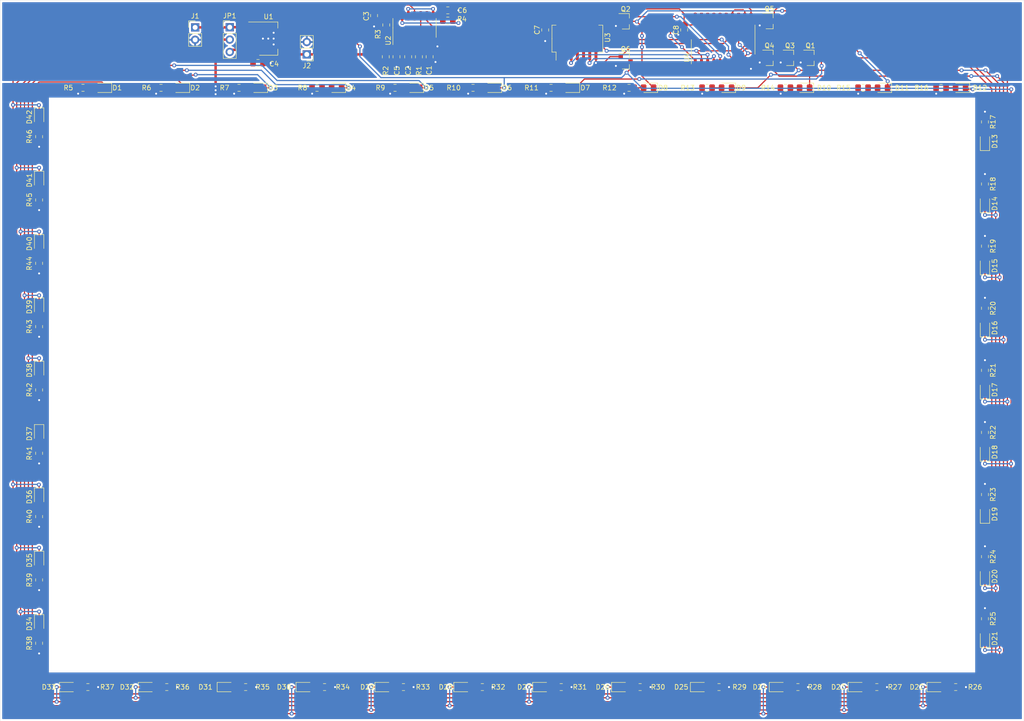
<source format=kicad_pcb>
(kicad_pcb (version 20171130) (host pcbnew 5.1.6+dfsg1-1)

  (general
    (thickness 1.6)
    (drawings 8)
    (tracks 699)
    (zones 0)
    (modules 111)
    (nets 70)
  )

  (page A4)
  (title_block
    (title "LED Frame")
    (date 2020-06-01)
    (rev 1)
    (company "CCC CH/BS")
  )

  (layers
    (0 F.Cu signal)
    (31 B.Cu signal)
    (32 B.Adhes user)
    (33 F.Adhes user)
    (34 B.Paste user)
    (35 F.Paste user)
    (36 B.SilkS user)
    (37 F.SilkS user)
    (38 B.Mask user)
    (39 F.Mask user)
    (40 Dwgs.User user)
    (41 Cmts.User user)
    (42 Eco1.User user)
    (43 Eco2.User user)
    (44 Edge.Cuts user)
    (45 Margin user)
    (46 B.CrtYd user)
    (47 F.CrtYd user)
    (48 B.Fab user hide)
    (49 F.Fab user hide)
  )

  (setup
    (last_trace_width 0.25)
    (user_trace_width 0.5)
    (trace_clearance 0.2)
    (zone_clearance 0.4)
    (zone_45_only no)
    (trace_min 0.2)
    (via_size 0.8)
    (via_drill 0.4)
    (via_min_size 0.4)
    (via_min_drill 0.3)
    (uvia_size 0.3)
    (uvia_drill 0.1)
    (uvias_allowed no)
    (uvia_min_size 0.2)
    (uvia_min_drill 0.1)
    (edge_width 0.05)
    (segment_width 0.2)
    (pcb_text_width 0.3)
    (pcb_text_size 1.5 1.5)
    (mod_edge_width 0.12)
    (mod_text_size 1 1)
    (mod_text_width 0.15)
    (pad_size 1.524 1.524)
    (pad_drill 0.762)
    (pad_to_mask_clearance 0.05)
    (aux_axis_origin 0 0)
    (visible_elements FFF9FF1F)
    (pcbplotparams
      (layerselection 0x010fc_ffffffff)
      (usegerberextensions false)
      (usegerberattributes true)
      (usegerberadvancedattributes true)
      (creategerberjobfile true)
      (excludeedgelayer true)
      (linewidth 0.100000)
      (plotframeref false)
      (viasonmask false)
      (mode 1)
      (useauxorigin false)
      (hpglpennumber 1)
      (hpglpenspeed 20)
      (hpglpendiameter 15.000000)
      (psnegative false)
      (psa4output false)
      (plotreference true)
      (plotvalue true)
      (plotinvisibletext false)
      (padsonsilk false)
      (subtractmaskfromsilk false)
      (outputformat 1)
      (mirror false)
      (drillshape 1)
      (scaleselection 1)
      (outputdirectory ""))
  )

  (net 0 "")
  (net 1 GND)
  (net 2 "Net-(C1-Pad1)")
  (net 3 "Net-(C2-Pad1)")
  (net 4 "Net-(C5-Pad1)")
  (net 5 "Net-(D1-Pad2)")
  (net 6 "Net-(D3-Pad2)")
  (net 7 "Net-(D5-Pad2)")
  (net 8 "Net-(D7-Pad2)")
  (net 9 "Net-(D10-Pad2)")
  (net 10 "Net-(D9-Pad2)")
  (net 11 "Net-(D11-Pad2)")
  (net 12 "Net-(D13-Pad2)")
  (net 13 "Net-(D15-Pad2)")
  (net 14 "Net-(D17-Pad2)")
  (net 15 "Net-(D19-Pad2)")
  (net 16 "Net-(D21-Pad2)")
  (net 17 "Net-(D23-Pad2)")
  (net 18 "Net-(D25-Pad2)")
  (net 19 "Net-(D27-Pad2)")
  (net 20 "Net-(D29-Pad2)")
  (net 21 "Net-(D31-Pad2)")
  (net 22 "Net-(D33-Pad2)")
  (net 23 "Net-(D35-Pad2)")
  (net 24 "Net-(D37-Pad2)")
  (net 25 "Net-(D39-Pad2)")
  (net 26 "Net-(D41-Pad2)")
  (net 27 "Net-(J1-Pad1)")
  (net 28 "Net-(Q1-Pad1)")
  (net 29 "Net-(Q2-Pad1)")
  (net 30 "Net-(Q3-Pad1)")
  (net 31 "Net-(Q4-Pad1)")
  (net 32 "Net-(Q5-Pad1)")
  (net 33 "Net-(Q6-Pad1)")
  (net 34 "Net-(R3-Pad2)")
  (net 35 /INIT)
  (net 36 /CLOCK)
  (net 37 "Net-(U3-Pad3)")
  (net 38 "Net-(U3-Pad6)")
  (net 39 "Net-(U3-Pad8)")
  (net 40 VCC)
  (net 41 VCCQ)
  (net 42 "Net-(C3-Pad1)")
  (net 43 "Net-(C6-Pad1)")
  (net 44 "Net-(D2-Pad2)")
  (net 45 "Net-(D4-Pad2)")
  (net 46 "Net-(D6-Pad2)")
  (net 47 "Net-(D8-Pad2)")
  (net 48 "Net-(D12-Pad2)")
  (net 49 "Net-(D14-Pad2)")
  (net 50 "Net-(D16-Pad2)")
  (net 51 "Net-(D18-Pad2)")
  (net 52 "Net-(D20-Pad2)")
  (net 53 "Net-(D22-Pad2)")
  (net 54 "Net-(D24-Pad2)")
  (net 55 "Net-(D26-Pad2)")
  (net 56 "Net-(D28-Pad2)")
  (net 57 "Net-(D30-Pad2)")
  (net 58 "Net-(D32-Pad2)")
  (net 59 "Net-(D34-Pad2)")
  (net 60 "Net-(D36-Pad2)")
  (net 61 "Net-(D38-Pad2)")
  (net 62 "Net-(D40-Pad2)")
  (net 63 "Net-(D42-Pad2)")
  (net 64 /STEP1)
  (net 65 /STEP2)
  (net 66 /STEP3)
  (net 67 /STEP4)
  (net 68 /STEP5)
  (net 69 /STEP6)

  (net_class Default "This is the default net class."
    (clearance 0.2)
    (trace_width 0.25)
    (via_dia 0.8)
    (via_drill 0.4)
    (uvia_dia 0.3)
    (uvia_drill 0.1)
    (add_net /CLOCK)
    (add_net /INIT)
    (add_net /STEP1)
    (add_net /STEP2)
    (add_net /STEP3)
    (add_net /STEP4)
    (add_net /STEP5)
    (add_net /STEP6)
    (add_net GND)
    (add_net "Net-(C1-Pad1)")
    (add_net "Net-(C2-Pad1)")
    (add_net "Net-(C3-Pad1)")
    (add_net "Net-(C5-Pad1)")
    (add_net "Net-(C6-Pad1)")
    (add_net "Net-(D1-Pad2)")
    (add_net "Net-(D10-Pad2)")
    (add_net "Net-(D11-Pad2)")
    (add_net "Net-(D12-Pad2)")
    (add_net "Net-(D13-Pad2)")
    (add_net "Net-(D14-Pad2)")
    (add_net "Net-(D15-Pad2)")
    (add_net "Net-(D16-Pad2)")
    (add_net "Net-(D17-Pad2)")
    (add_net "Net-(D18-Pad2)")
    (add_net "Net-(D19-Pad2)")
    (add_net "Net-(D2-Pad2)")
    (add_net "Net-(D20-Pad2)")
    (add_net "Net-(D21-Pad2)")
    (add_net "Net-(D22-Pad2)")
    (add_net "Net-(D23-Pad2)")
    (add_net "Net-(D24-Pad2)")
    (add_net "Net-(D25-Pad2)")
    (add_net "Net-(D26-Pad2)")
    (add_net "Net-(D27-Pad2)")
    (add_net "Net-(D28-Pad2)")
    (add_net "Net-(D29-Pad2)")
    (add_net "Net-(D3-Pad2)")
    (add_net "Net-(D30-Pad2)")
    (add_net "Net-(D31-Pad2)")
    (add_net "Net-(D32-Pad2)")
    (add_net "Net-(D33-Pad2)")
    (add_net "Net-(D34-Pad2)")
    (add_net "Net-(D35-Pad2)")
    (add_net "Net-(D36-Pad2)")
    (add_net "Net-(D37-Pad2)")
    (add_net "Net-(D38-Pad2)")
    (add_net "Net-(D39-Pad2)")
    (add_net "Net-(D4-Pad2)")
    (add_net "Net-(D40-Pad2)")
    (add_net "Net-(D41-Pad2)")
    (add_net "Net-(D42-Pad2)")
    (add_net "Net-(D5-Pad2)")
    (add_net "Net-(D6-Pad2)")
    (add_net "Net-(D7-Pad2)")
    (add_net "Net-(D8-Pad2)")
    (add_net "Net-(D9-Pad2)")
    (add_net "Net-(J1-Pad1)")
    (add_net "Net-(Q1-Pad1)")
    (add_net "Net-(Q2-Pad1)")
    (add_net "Net-(Q3-Pad1)")
    (add_net "Net-(Q4-Pad1)")
    (add_net "Net-(Q5-Pad1)")
    (add_net "Net-(Q6-Pad1)")
    (add_net "Net-(R3-Pad2)")
    (add_net "Net-(U3-Pad3)")
    (add_net "Net-(U3-Pad6)")
    (add_net "Net-(U3-Pad8)")
    (add_net VCC)
  )

  (net_class Power ""
    (clearance 0.2)
    (trace_width 0.5)
    (via_dia 0.8)
    (via_drill 0.4)
    (uvia_dia 0.3)
    (uvia_drill 0.1)
    (add_net VCCQ)
  )

  (module onitake:CCC-CH (layer F.Cu) (tedit 0) (tstamp 5ED86136)
    (at 206 29)
    (fp_text reference G*** (at 0 0) (layer F.SilkS) hide
      (effects (font (size 1.524 1.524) (thickness 0.3)))
    )
    (fp_text value LOGO (at 0.75 0) (layer F.SilkS) hide
      (effects (font (size 1.524 1.524) (thickness 0.3)))
    )
    (fp_poly (pts (xy 13.132773 2.168923) (xy 13.209836 2.245939) (xy 13.303503 2.413018) (xy 13.405368 2.650142)
      (xy 13.507022 2.937291) (xy 13.600059 3.254446) (xy 13.61816 3.324757) (xy 13.667185 3.540912)
      (xy 13.701394 3.751604) (xy 13.723145 3.984541) (xy 13.734796 4.267428) (xy 13.738705 4.627974)
      (xy 13.738741 4.741334) (xy 13.736819 5.056461) (xy 13.730338 5.332831) (xy 13.716977 5.589385)
      (xy 13.694415 5.845068) (xy 13.66033 6.118823) (xy 13.612404 6.429595) (xy 13.548316 6.796325)
      (xy 13.465744 7.237959) (xy 13.375741 7.704667) (xy 13.270705 8.247275) (xy 13.186045 8.691949)
      (xy 13.120095 9.051472) (xy 13.071183 9.338626) (xy 13.03764 9.566192) (xy 13.017798 9.746952)
      (xy 13.009987 9.893687) (xy 13.012538 10.019181) (xy 13.023781 10.136214) (xy 13.042047 10.257569)
      (xy 13.042208 10.258536) (xy 13.16352 10.853422) (xy 13.315332 11.350713) (xy 13.502512 11.762753)
      (xy 13.729928 12.101889) (xy 13.802322 12.1864) (xy 13.954273 12.410259) (xy 13.999381 12.639199)
      (xy 13.943175 12.893881) (xy 13.873222 13.002092) (xy 13.768141 13.027426) (xy 13.614871 12.968682)
      (xy 13.430038 12.84669) (xy 13.060275 12.527119) (xy 12.767769 12.162896) (xy 12.548101 11.743244)
      (xy 12.396852 11.257389) (xy 12.309604 10.694554) (xy 12.281934 10.047111) (xy 12.285507 9.720984)
      (xy 12.297992 9.427439) (xy 12.322639 9.14546) (xy 12.362698 8.854033) (xy 12.42142 8.532142)
      (xy 12.502055 8.158774) (xy 12.607853 7.712913) (xy 12.701309 7.335708) (xy 12.832937 6.793203)
      (xy 12.933336 6.335277) (xy 13.005998 5.939093) (xy 13.054415 5.581814) (xy 13.082082 5.240603)
      (xy 13.092489 4.892623) (xy 13.092746 4.776273) (xy 13.088095 4.459264) (xy 13.074829 4.231317)
      (xy 13.050149 4.068755) (xy 13.011253 3.9479) (xy 12.989406 3.90276) (xy 12.888433 3.713297)
      (xy 12.676873 3.959204) (xy 12.460949 4.23674) (xy 12.234371 4.574508) (xy 12.006321 4.953944)
      (xy 11.785977 5.356488) (xy 11.58252 5.763577) (xy 11.405129 6.156647) (xy 11.262985 6.517136)
      (xy 11.165267 6.826482) (xy 11.121155 7.066122) (xy 11.119556 7.108234) (xy 11.089085 7.252965)
      (xy 10.986491 7.344267) (xy 10.795 7.394738) (xy 10.727311 7.402855) (xy 10.592078 7.40487)
      (xy 10.522611 7.354104) (xy 10.478881 7.237122) (xy 10.455847 7.020508) (xy 10.483678 6.732612)
      (xy 10.557169 6.400134) (xy 10.671118 6.049771) (xy 10.746141 5.865942) (xy 10.834746 5.679711)
      (xy 10.967212 5.420815) (xy 11.130389 5.114024) (xy 11.311128 4.784107) (xy 11.474559 4.493805)
      (xy 11.733965 4.029099) (xy 11.939848 3.634494) (xy 12.102716 3.287116) (xy 12.233076 2.964094)
      (xy 12.341435 2.642554) (xy 12.372085 2.54) (xy 12.421441 2.392328) (xy 12.482427 2.307209)
      (xy 12.589327 2.254802) (xy 12.748975 2.211954) (xy 12.932219 2.1759) (xy 13.077878 2.162723)
      (xy 13.132773 2.168923)) (layer Eco1.User) (width 0.01))
    (fp_poly (pts (xy 11.948556 8.734415) (xy 11.919964 8.919085) (xy 11.880912 9.060002) (xy 11.853825 9.109707)
      (xy 11.771774 9.137056) (xy 11.593716 9.161063) (xy 11.336518 9.180029) (xy 11.040221 9.191677)
      (xy 10.727833 9.197829) (xy 10.510842 9.196386) (xy 10.371926 9.185923) (xy 10.293761 9.165015)
      (xy 10.259025 9.132237) (xy 10.25688 9.12725) (xy 10.260224 9.001457) (xy 10.329955 8.842677)
      (xy 10.444096 8.688175) (xy 10.580668 8.575218) (xy 10.583334 8.573718) (xy 10.736896 8.518984)
      (xy 10.979505 8.479223) (xy 11.322187 8.452702) (xy 11.366753 8.450505) (xy 11.980838 8.421637)
      (xy 11.948556 8.734415)) (layer Eco1.User) (width 0.01))
    (fp_poly (pts (xy 14.873709 1.514875) (xy 15.014347 1.775184) (xy 15.159726 2.030513) (xy 15.288613 2.244161)
      (xy 15.350263 2.338628) (xy 15.688663 2.757951) (xy 16.053465 3.068215) (xy 16.448145 3.2709)
      (xy 16.876179 3.367484) (xy 17.341042 3.359445) (xy 17.628281 3.307574) (xy 18.026127 3.233239)
      (xy 18.333048 3.219153) (xy 18.553689 3.265481) (xy 18.669513 3.344334) (xy 18.77921 3.4947)
      (xy 18.859782 3.664982) (xy 18.893995 3.813494) (xy 18.886996 3.870305) (xy 18.822593 3.925644)
      (xy 18.684538 3.995475) (xy 18.560137 4.044016) (xy 18.404214 4.089436) (xy 18.227836 4.11988)
      (xy 18.005777 4.137702) (xy 17.712811 4.145254) (xy 17.469556 4.14576) (xy 17.135047 4.139211)
      (xy 16.83101 4.123369) (xy 16.584974 4.100183) (xy 16.425334 4.071845) (xy 16.251174 4.022977)
      (xy 16.112028 3.983625) (xy 16.077529 3.973749) (xy 16.029068 3.971163) (xy 15.991102 4.003085)
      (xy 15.961811 4.081978) (xy 15.939377 4.220304) (xy 15.921981 4.430526) (xy 15.907803 4.725108)
      (xy 15.895024 5.116512) (xy 15.891335 5.249334) (xy 15.878226 5.643235) (xy 15.861447 5.946822)
      (xy 15.838565 6.182661) (xy 15.807147 6.373319) (xy 15.76476 6.541364) (xy 15.745265 6.604)
      (xy 15.608724 6.972951) (xy 15.449504 7.290208) (xy 15.250511 7.578673) (xy 14.994654 7.861249)
      (xy 14.66484 8.160838) (xy 14.453294 8.335083) (xy 14.17174 8.560592) (xy 13.96613 8.721227)
      (xy 13.824566 8.82302) (xy 13.73515 8.872002) (xy 13.685982 8.874205) (xy 13.665164 8.83566)
      (xy 13.660799 8.7624) (xy 13.660903 8.736764) (xy 13.681784 8.480131) (xy 13.749651 8.253119)
      (xy 13.87848 8.024258) (xy 14.082247 7.762079) (xy 14.106255 7.734013) (xy 14.430936 7.342596)
      (xy 14.678702 7.003204) (xy 14.857371 6.693272) (xy 14.974762 6.390232) (xy 15.038692 6.071518)
      (xy 15.056981 5.714562) (xy 15.037446 5.296798) (xy 15.01979 5.097219) (xy 14.938447 4.488925)
      (xy 14.816214 3.889537) (xy 14.659457 3.318757) (xy 14.474543 2.796283) (xy 14.26784 2.341815)
      (xy 14.045712 1.975053) (xy 13.984809 1.894731) (xy 13.807064 1.672794) (xy 14.19678 1.319558)
      (xy 14.586497 0.966322) (xy 14.873709 1.514875)) (layer Eco1.User) (width 0.01))
    (fp_poly (pts (xy -3.383887 -13.007736) (xy -3.13932 -12.926967) (xy -2.892966 -12.814045) (xy -2.684207 -12.686701)
      (xy -2.563636 -12.577752) (xy -2.432733 -12.459282) (xy -2.270746 -12.365973) (xy -2.114072 -12.273394)
      (xy -1.964178 -12.139985) (xy -1.851439 -11.997708) (xy -1.806231 -11.878522) (xy -1.806222 -11.877225)
      (xy -1.803484 -11.823697) (xy -1.779039 -11.804928) (xy -1.708541 -11.823953) (xy -1.567642 -11.88381)
      (xy -1.494674 -11.916081) (xy -1.263074 -11.99188) (xy -1.019384 -12.011883) (xy -0.742717 -11.973558)
      (xy -0.412185 -11.874372) (xy -0.084666 -11.745155) (xy 0.323968 -11.560394) (xy 0.640948 -11.388212)
      (xy 0.884699 -11.216165) (xy 1.073647 -11.031805) (xy 1.183148 -10.888795) (xy 1.321426 -10.703455)
      (xy 1.44269 -10.598568) (xy 1.581861 -10.554354) (xy 1.77386 -10.551034) (xy 1.779024 -10.551275)
      (xy 1.959004 -10.539127) (xy 2.090177 -10.467386) (xy 2.14164 -10.417458) (xy 2.254509 -10.319661)
      (xy 2.349166 -10.273443) (xy 2.356626 -10.272889) (xy 2.489202 -10.22185) (xy 2.61908 -10.087597)
      (xy 2.725972 -9.898426) (xy 2.789591 -9.682633) (xy 2.792151 -9.665448) (xy 2.812888 -9.37764)
      (xy 2.77772 -9.166891) (xy 2.678685 -9.008055) (xy 2.550792 -8.903236) (xy 2.392064 -8.758478)
      (xy 2.220349 -8.539306) (xy 2.056836 -8.278899) (xy 1.922715 -8.010432) (xy 1.848399 -7.803444)
      (xy 1.801398 -7.654621) (xy 1.743143 -7.585115) (xy 1.634903 -7.564746) (xy 1.540516 -7.563555)
      (xy 1.389141 -7.568514) (xy 1.319204 -7.6001) (xy 1.299267 -7.683377) (xy 1.298223 -7.756721)
      (xy 1.33116 -7.9324) (xy 1.420096 -8.16806) (xy 1.55022 -8.435766) (xy 1.706719 -8.707579)
      (xy 1.874783 -8.955564) (xy 2.035834 -9.147935) (xy 2.181373 -9.308006) (xy 2.255996 -9.425008)
      (xy 2.275655 -9.527968) (xy 2.27105 -9.575992) (xy 2.229436 -9.689867) (xy 2.12833 -9.782732)
      (xy 1.978319 -9.863666) (xy 1.788888 -9.938336) (xy 1.611089 -9.983995) (xy 1.543704 -9.990666)
      (xy 1.344656 -10.040011) (xy 1.119976 -10.189906) (xy 0.865936 -10.443145) (xy 0.740316 -10.592469)
      (xy 0.614728 -10.740456) (xy 0.496556 -10.85333) (xy 0.358689 -10.949592) (xy 0.174017 -11.047744)
      (xy -0.084573 -11.166289) (xy -0.129764 -11.186247) (xy -0.458413 -11.327543) (xy -0.706875 -11.422907)
      (xy -0.896303 -11.476146) (xy -1.047851 -11.491064) (xy -1.182673 -11.471467) (xy -1.321921 -11.421162)
      (xy -1.354666 -11.406616) (xy -1.635105 -11.313231) (xy -1.884404 -11.295256) (xy -2.08099 -11.352825)
      (xy -2.144888 -11.401778) (xy -2.228102 -11.507074) (xy -2.257777 -11.5824) (xy -2.274438 -11.621669)
      (xy -2.325511 -11.5824) (xy -2.455895 -11.52263) (xy -2.628074 -11.528206) (xy -2.794244 -11.595804)
      (xy -2.823243 -11.617032) (xy -2.91544 -11.735071) (xy -2.966784 -11.921005) (xy -2.977484 -12.008975)
      (xy -3.002263 -12.186589) (xy -3.046833 -12.289433) (xy -3.132185 -12.355622) (xy -3.181877 -12.380109)
      (xy -3.40033 -12.470997) (xy -3.556853 -12.50576) (xy -3.684917 -12.488623) (xy -3.764845 -12.453714)
      (xy -3.92233 -12.354953) (xy -4.090692 -12.224531) (xy -4.244086 -12.085885) (xy -4.356664 -11.962456)
      (xy -4.402581 -11.877684) (xy -4.402666 -11.875281) (xy -4.378379 -11.781877) (xy -4.315871 -11.628693)
      (xy -4.258406 -11.508453) (xy -4.149119 -11.21584) (xy -4.139204 -10.970957) (xy -4.226771 -10.77835)
      (xy -4.409931 -10.642567) (xy -4.646533 -10.574044) (xy -4.774913 -10.565421) (xy -4.908272 -10.589909)
      (xy -5.078265 -10.656618) (xy -5.282438 -10.757036) (xy -5.493335 -10.862421) (xy -5.631567 -10.919663)
      (xy -5.723199 -10.935351) (xy -5.794299 -10.916075) (xy -5.830117 -10.8955) (xy -6.231403 -10.663296)
      (xy -6.574111 -10.516134) (xy -6.870789 -10.45139) (xy -7.133982 -10.46644) (xy -7.376238 -10.558661)
      (xy -7.393765 -10.56853) (xy -7.613229 -10.694837) (xy -7.928309 -10.540307) (xy -8.231157 -10.424389)
      (xy -8.496063 -10.387739) (xy -8.707581 -10.431092) (xy -8.805333 -10.498666) (xy -8.889171 -10.611887)
      (xy -8.918222 -10.700026) (xy -8.947218 -10.760574) (xy -9.045222 -10.75036) (xy -9.280272 -10.661096)
      (xy -9.42713 -10.55341) (xy -9.510492 -10.408579) (xy -9.51549 -10.393804) (xy -9.596253 -10.231229)
      (xy -9.720234 -10.063368) (xy -9.753719 -10.027578) (xy -9.911688 -9.864828) (xy -10.070415 -9.695438)
      (xy -10.092976 -9.670688) (xy -10.313384 -9.504547) (xy -10.594462 -9.405873) (xy -10.898743 -9.386343)
      (xy -10.976073 -9.395516) (xy -11.250549 -9.47527) (xy -11.441369 -9.619346) (xy -11.548361 -9.797501)
      (xy -11.596461 -9.901404) (xy -11.651767 -9.959186) (xy -11.745581 -9.984379) (xy -11.90921 -9.990516)
      (xy -11.995202 -9.990667) (xy -12.192215 -9.988113) (xy -12.301869 -9.974) (xy -12.349676 -9.938651)
      (xy -12.361151 -9.872386) (xy -12.361333 -9.851781) (xy -12.396627 -9.714336) (xy -12.452869 -9.640114)
      (xy -12.574974 -9.533964) (xy -12.70276 -9.409561) (xy -12.808868 -9.295251) (xy -12.865938 -9.219376)
      (xy -12.86941 -9.208586) (xy -12.818613 -9.191732) (xy -12.687645 -9.18669) (xy -12.563903 -9.191271)
      (xy -12.367824 -9.194318) (xy -12.2423 -9.166673) (xy -12.147022 -9.098931) (xy -12.140493 -9.092493)
      (xy -12.040782 -8.955641) (xy -12.037274 -8.828566) (xy -12.134344 -8.697426) (xy -12.306454 -8.567663)
      (xy -12.490753 -8.429649) (xy -12.597498 -8.297874) (xy -12.64704 -8.171282) (xy -12.728637 -7.992302)
      (xy -12.880703 -7.767406) (xy -13.084165 -7.519425) (xy -13.319949 -7.271191) (xy -13.568983 -7.045533)
      (xy -13.626276 -6.999111) (xy -13.839204 -6.80368) (xy -14.028834 -6.582429) (xy -14.116413 -6.451732)
      (xy -14.317738 -6.159862) (xy -14.546034 -5.955056) (xy -14.832017 -5.81155) (xy -14.913692 -5.783027)
      (xy -15.163923 -5.700223) (xy -15.332056 -5.630019) (xy -15.435547 -5.548401) (xy -15.49185 -5.431354)
      (xy -15.518422 -5.254863) (xy -15.532716 -4.994915) (xy -15.535808 -4.927127) (xy -15.551105 -4.667496)
      (xy -15.570274 -4.443387) (xy -15.590567 -4.282912) (xy -15.604868 -4.221231) (xy -15.663743 -4.151581)
      (xy -15.794879 -4.031608) (xy -15.97941 -3.877621) (xy -16.198469 -3.705927) (xy -16.218934 -3.69039)
      (xy -16.564435 -3.425027) (xy -16.827407 -3.212519) (xy -17.018346 -3.041761) (xy -17.147745 -2.901648)
      (xy -17.226099 -2.781074) (xy -17.263901 -2.668935) (xy -17.272 -2.576005) (xy -17.316277 -2.33498)
      (xy -17.450407 -2.034805) (xy -17.469555 -2.000031) (xy -17.591182 -1.765952) (xy -17.649818 -1.592854)
      (xy -17.647478 -1.449425) (xy -17.586176 -1.30435) (xy -17.520881 -1.201951) (xy -17.426946 -1.038946)
      (xy -17.396803 -0.890051) (xy -17.408376 -0.733778) (xy -17.45415 -0.537424) (xy -17.535295 -0.307108)
      (xy -17.596939 -0.169333) (xy -17.705783 0.023193) (xy -17.820895 0.14942) (xy -17.983321 0.250446)
      (xy -18.04791 0.282222) (xy -18.21561 0.36781) (xy -18.304251 0.438414) (xy -18.338788 0.52293)
      (xy -18.344243 0.625355) (xy -18.344444 0.827377) (xy -17.963444 0.778201) (xy -17.707481 0.729113)
      (xy -17.51015 0.659674) (xy -17.441333 0.618244) (xy -17.314566 0.522659) (xy -17.14195 0.397236)
      (xy -17.028999 0.317076) (xy -16.880329 0.210421) (xy -16.81439 0.149775) (xy -16.821115 0.116865)
      (xy -16.890437 0.093416) (xy -16.903919 0.09001) (xy -17.039123 0.011853) (xy -17.112715 -0.084179)
      (xy -17.13917 -0.174137) (xy -17.124407 -0.271768) (xy -17.059427 -0.408843) (xy -16.984651 -0.536371)
      (xy -16.825252 -0.775479) (xy -16.683613 -0.921845) (xy -16.537701 -0.988371) (xy -16.365482 -0.987958)
      (xy -16.253618 -0.9644) (xy -16.094508 -0.929791) (xy -15.977178 -0.932181) (xy -15.852898 -0.980006)
      (xy -15.713564 -1.057912) (xy -15.447238 -1.204825) (xy -15.225302 -1.299804) (xy -15.006549 -1.353749)
      (xy -14.749771 -1.37756) (xy -14.487466 -1.382241) (xy -14.231661 -1.381027) (xy -14.062573 -1.372683)
      (xy -13.954036 -1.351237) (xy -13.879886 -1.310714) (xy -13.813956 -1.245142) (xy -13.795883 -1.224358)
      (xy -13.704959 -1.091507) (xy -13.682452 -0.95435) (xy -13.694643 -0.844675) (xy -13.706463 -0.693349)
      (xy -13.670945 -0.576507) (xy -13.57077 -0.442316) (xy -13.55367 -0.422686) (xy -13.427767 -0.24828)
      (xy -13.387615 -0.089138) (xy -13.432908 0.085663) (xy -13.546666 0.282222) (xy -13.676857 0.515473)
      (xy -13.715147 0.695255) (xy -13.66055 0.835024) (xy -13.512076 0.948237) (xy -13.497183 0.956004)
      (xy -13.32562 1.062493) (xy -13.244307 1.178644) (xy -13.233855 1.341017) (xy -13.245679 1.430232)
      (xy -13.255837 1.568355) (xy -13.217063 1.637165) (xy -13.162646 1.661591) (xy -12.971175 1.761096)
      (xy -12.792371 1.940291) (xy -12.614598 2.212233) (xy -12.530666 2.370667) (xy -12.362895 2.671446)
      (xy -12.205704 2.875285) (xy -12.044851 2.995372) (xy -11.866095 3.044894) (xy -11.799139 3.048)
      (xy -11.617137 3.02803) (xy -11.364092 2.973378) (xy -11.063382 2.891931) (xy -10.738385 2.791577)
      (xy -10.412478 2.680202) (xy -10.109039 2.565694) (xy -9.851446 2.455939) (xy -9.663077 2.358825)
      (xy -9.582372 2.300111) (xy -9.47295 2.223044) (xy -9.398605 2.201334) (xy -9.250302 2.22979)
      (xy -9.045943 2.303882) (xy -8.823448 2.406694) (xy -8.620735 2.521313) (xy -8.516922 2.594631)
      (xy -8.369757 2.685105) (xy -8.20436 2.74708) (xy -8.051114 2.774789) (xy -7.9404 2.762467)
      (xy -7.902222 2.711298) (xy -7.85542 2.59799) (xy -7.733544 2.461789) (xy -7.56439 2.326297)
      (xy -7.375752 2.215116) (xy -7.26459 2.169835) (xy -7.091464 2.108531) (xy -6.96262 2.053523)
      (xy -6.920662 2.028458) (xy -6.884244 1.950198) (xy -6.845111 1.799312) (xy -6.823711 1.682618)
      (xy -6.781899 1.49255) (xy -6.710012 1.347013) (xy -6.581703 1.198743) (xy -6.521159 1.139896)
      (xy -6.349337 0.949095) (xy -6.272959 0.776287) (xy -6.286147 0.589689) (xy -6.378222 0.366889)
      (xy -6.448373 0.209085) (xy -6.487902 0.080968) (xy -6.491111 0.052752) (xy -6.444747 -0.070513)
      (xy -6.323556 -0.214873) (xy -6.154389 -0.352376) (xy -6.033199 -0.423943) (xy -5.87418 -0.524426)
      (xy -5.69917 -0.666126) (xy -5.532069 -0.825343) (xy -5.396781 -0.978376) (xy -5.317207 -1.101526)
      (xy -5.305777 -1.14522) (xy -5.25434 -1.288609) (xy -5.116624 -1.431714) (xy -4.917527 -1.554652)
      (xy -4.692432 -1.635079) (xy -4.514465 -1.673355) (xy -4.407194 -1.677374) (xy -4.332674 -1.643547)
      (xy -4.280355 -1.596108) (xy -4.222691 -1.517842) (xy -4.1869 -1.405708) (xy -4.167276 -1.232197)
      (xy -4.15893 -1.010585) (xy -4.15953 -0.734091) (xy -4.170707 -0.449487) (xy -4.190099 -0.21456)
      (xy -4.192201 -0.197555) (xy -4.235736 0.141111) (xy -3.966424 0.3148) (xy -3.773576 0.464711)
      (xy -3.579259 0.655207) (xy -3.48965 0.761758) (xy -3.363741 0.922135) (xy -3.25878 1.028402)
      (xy -3.143249 1.098707) (xy -2.985633 1.151202) (xy -2.754414 1.204036) (xy -2.70271 1.214949)
      (xy -2.373614 1.314727) (xy -2.143256 1.452739) (xy -2.014652 1.625199) (xy -1.990821 1.828325)
      (xy -2.056642 2.025077) (xy -2.116114 2.144865) (xy -2.144492 2.211424) (xy -2.144888 2.213917)
      (xy -2.100434 2.249382) (xy -1.989743 2.315271) (xy -1.949753 2.337194) (xy -1.698713 2.533345)
      (xy -1.524819 2.798181) (xy -1.443447 3.1059) (xy -1.439333 3.193843) (xy -1.435278 3.367301)
      (xy -1.412633 3.458715) (xy -1.355676 3.498897) (xy -1.275586 3.51475) (xy -1.101026 3.492484)
      (xy -0.9661 3.389655) (xy -0.904083 3.233482) (xy -0.903111 3.210064) (xy -0.939503 3.100499)
      (xy -1.032323 2.954339) (xy -1.100666 2.871234) (xy -1.241781 2.680872) (xy -1.295952 2.509204)
      (xy -1.29767 2.469282) (xy -1.274087 2.322236) (xy -1.214312 2.131932) (xy -1.133787 1.935573)
      (xy -1.047954 1.770358) (xy -0.972254 1.673491) (xy -0.965356 1.668697) (xy -0.917566 1.588073)
      (xy -0.903111 1.488736) (xy -0.885004 1.348113) (xy -0.821486 1.207417) (xy -0.698761 1.045304)
      (xy -0.503034 0.84043) (xy -0.45162 0.790222) (xy -0.118764 0.39315) (xy 0.054377 0.090089)
      (xy 0.125486 -0.062064) (xy 0.175003 -0.187391) (xy 0.20425 -0.308264) (xy 0.214548 -0.44705)
      (xy 0.207218 -0.62612) (xy 0.18358 -0.867841) (xy 0.144955 -1.194585) (xy 0.135055 -1.276167)
      (xy 0.13733 -1.545788) (xy 0.203003 -1.787982) (xy 0.320946 -1.971766) (xy 0.409305 -2.039596)
      (xy 0.604273 -2.095227) (xy 0.81852 -2.08528) (xy 0.999929 -2.014152) (xy 1.034576 -1.986835)
      (xy 1.163347 -1.896226) (xy 1.27 -1.854024) (xy 1.382902 -1.782273) (xy 1.481568 -1.62788)
      (xy 1.552025 -1.421092) (xy 1.5803 -1.192156) (xy 1.580357 -1.182188) (xy 1.6235 -0.937568)
      (xy 1.736906 -0.702697) (xy 1.896782 -0.523729) (xy 1.93297 -0.49824) (xy 2.075942 -0.455512)
      (xy 2.277355 -0.449262) (xy 2.490243 -0.475547) (xy 2.667645 -0.530425) (xy 2.725123 -0.564749)
      (xy 2.879526 -0.669358) (xy 3.090618 -0.790455) (xy 3.330947 -0.914822) (xy 3.57306 -1.029242)
      (xy 3.789505 -1.120497) (xy 3.952828 -1.175371) (xy 4.014082 -1.185333) (xy 4.207563 -1.132948)
      (xy 4.393752 -0.990259) (xy 4.551235 -0.778962) (xy 4.654057 -0.536846) (xy 4.737096 -0.320076)
      (xy 4.847353 -0.122805) (xy 4.966391 0.028481) (xy 5.075775 0.107297) (xy 5.106329 0.112889)
      (xy 5.199468 0.073227) (xy 5.253725 0.022931) (xy 5.289182 -0.04508) (xy 5.277508 -0.133248)
      (xy 5.211941 -0.272977) (xy 5.17597 -0.338166) (xy 5.054043 -0.620779) (xy 5.032694 -0.859302)
      (xy 5.111379 -1.059822) (xy 5.111423 -1.059885) (xy 5.16631 -1.150335) (xy 5.139314 -1.181796)
      (xy 5.055869 -1.185333) (xy 4.923356 -1.222151) (xy 4.771592 -1.313701) (xy 4.733543 -1.345185)
      (xy 4.624326 -1.460435) (xy 4.564105 -1.58605) (xy 4.533311 -1.767729) (xy 4.528108 -1.824962)
      (xy 4.501577 -2.144889) (xy 5.064655 -2.144889) (xy 5.058216 -1.933222) (xy 5.060652 -1.79729)
      (xy 5.100114 -1.733696) (xy 5.208123 -1.709395) (xy 5.277556 -1.703276) (xy 5.449184 -1.669524)
      (xy 5.584413 -1.609571) (xy 5.602112 -1.59575) (xy 5.67593 -1.462462) (xy 5.699085 -1.26824)
      (xy 5.671003 -1.053321) (xy 5.612119 -0.895176) (xy 5.557215 -0.770904) (xy 5.561723 -0.692775)
      (xy 5.609966 -0.627802) (xy 5.74953 -0.416574) (xy 5.825669 -0.180362) (xy 5.826253 0.039003)
      (xy 5.815253 0.080197) (xy 5.684881 0.320037) (xy 5.488022 0.495351) (xy 5.250045 0.595873)
      (xy 4.996319 0.611341) (xy 4.752213 0.53149) (xy 4.730968 0.518898) (xy 4.582998 0.388532)
      (xy 4.42427 0.188707) (xy 4.279719 -0.042938) (xy 4.174277 -0.268762) (xy 4.144209 -0.366889)
      (xy 4.096977 -0.529407) (xy 4.03514 -0.611577) (xy 3.935881 -0.619315) (xy 3.776378 -0.558541)
      (xy 3.649254 -0.495252) (xy 3.416653 -0.368246) (xy 3.1763 -0.225709) (xy 3.027556 -0.130035)
      (xy 2.877995 -0.034865) (xy 2.750749 0.020973) (xy 2.605722 0.04783) (xy 2.402819 0.056053)
      (xy 2.305086 0.056445) (xy 1.999604 0.044043) (xy 1.772956 -0.003662) (xy 1.592794 -0.102425)
      (xy 1.426768 -0.267999) (xy 1.301508 -0.432273) (xy 1.173922 -0.623236) (xy 1.104256 -0.772675)
      (xy 1.07616 -0.924085) (xy 1.072445 -1.041651) (xy 1.067339 -1.214624) (xy 1.037961 -1.313565)
      (xy 0.963215 -1.377286) (xy 0.86368 -1.425771) (xy 0.728417 -1.480214) (xy 0.64382 -1.501398)
      (xy 0.633541 -1.499022) (xy 0.633613 -1.437759) (xy 0.652094 -1.292437) (xy 0.685336 -1.089708)
      (xy 0.702295 -0.996666) (xy 0.747695 -0.717546) (xy 0.762439 -0.507872) (xy 0.748027 -0.328879)
      (xy 0.731484 -0.243762) (xy 0.58551 0.192536) (xy 0.350538 0.629385) (xy 0.045294 1.033577)
      (xy -0.041797 1.127697) (xy -0.246032 1.356342) (xy -0.364529 1.529811) (xy -0.395111 1.626983)
      (xy -0.427382 1.768914) (xy -0.500414 1.910398) (xy -0.602017 2.069748) (xy -0.700063 2.244887)
      (xy -0.701283 2.24727) (xy -0.796847 2.434318) (xy -0.595979 2.656655) (xy -0.470139 2.814313)
      (xy -0.410535 2.954129) (xy -0.395121 3.128617) (xy -0.395111 3.135078) (xy -0.434984 3.411165)
      (xy -0.543163 3.662644) (xy -0.702485 3.868029) (xy -0.895785 4.005837) (xy -1.105903 4.054583)
      (xy -1.128888 4.053615) (xy -1.2701 4.043283) (xy -1.463555 4.028708) (xy -1.551813 4.021952)
      (xy -1.798404 3.980242) (xy -1.948077 3.894228) (xy -2.011564 3.753595) (xy -2.006083 3.585341)
      (xy -1.973408 3.295359) (xy -1.988306 3.08601) (xy -2.061933 2.931072) (xy -2.205446 2.804325)
      (xy -2.381047 2.704083) (xy -2.608634 2.54769) (xy -2.734289 2.368033) (xy -2.75452 2.174673)
      (xy -2.665833 1.977171) (xy -2.652888 1.960154) (xy -2.575054 1.853735) (xy -2.54014 1.791238)
      (xy -2.54 1.789712) (xy -2.590764 1.76855) (xy -2.72158 1.742426) (xy -2.845463 1.72462)
      (xy -3.246255 1.62565) (xy -3.581075 1.4359) (xy -3.847163 1.162407) (xy -4.008204 0.977517)
      (xy -4.194559 0.805894) (xy -4.299155 0.728709) (xy -4.478025 0.613612) (xy -4.602304 0.520989)
      (xy -4.680993 0.427703) (xy -4.723093 0.310615) (xy -4.737604 0.14659) (xy -4.733528 -0.087512)
      (xy -4.722176 -0.358742) (xy -4.713592 -0.61742) (xy -4.711504 -0.814829) (xy -4.7157 -0.935411)
      (xy -4.725964 -0.963609) (xy -4.730323 -0.951243) (xy -4.791862 -0.843168) (xy -4.920968 -0.688054)
      (xy -5.095374 -0.50723) (xy -5.292817 -0.322027) (xy -5.491031 -0.153773) (xy -5.66775 -0.023799)
      (xy -5.748288 0.023937) (xy -5.867256 0.091856) (xy -5.898604 0.143238) (xy -5.857266 0.208732)
      (xy -5.845024 0.222436) (xy -5.787393 0.348198) (xy -5.755312 0.544363) (xy -5.750227 0.77105)
      (xy -5.773582 0.988377) (xy -5.812311 1.125348) (xy -5.896894 1.25778) (xy -6.033281 1.405726)
      (xy -6.100399 1.464304) (xy -6.238552 1.58967) (xy -6.304115 1.701307) (xy -6.321705 1.842883)
      (xy -6.321777 1.856979) (xy -6.368956 2.119196) (xy -6.513442 2.337025) (xy -6.759657 2.515775)
      (xy -6.940677 2.599607) (xy -7.17285 2.707067) (xy -7.32774 2.819855) (xy -7.431759 2.950047)
      (xy -7.550305 3.110435) (xy -7.678512 3.208215) (xy -7.848295 3.257759) (xy -8.091565 3.27344)
      (xy -8.150547 3.273778) (xy -8.363519 3.267575) (xy -8.505628 3.240861) (xy -8.618591 3.181474)
      (xy -8.704591 3.112272) (xy -8.87016 2.983906) (xy -9.041027 2.874174) (xy -9.069709 2.858754)
      (xy -9.206045 2.801603) (xy -9.311581 2.805537) (xy -9.408376 2.847362) (xy -9.746049 2.998463)
      (xy -10.190251 3.163036) (xy -10.743498 3.342007) (xy -10.809238 3.362042) (xy -11.288485 3.489544)
      (xy -11.68687 3.551086) (xy -12.018291 3.54206) (xy -12.29665 3.457857) (xy -12.535845 3.293869)
      (xy -12.749777 3.045487) (xy -12.952346 2.708103) (xy -12.987531 2.639828) (xy -13.106687 2.41651)
      (xy -13.199793 2.277357) (xy -13.283255 2.201931) (xy -13.363324 2.171717) (xy -13.587454 2.111235)
      (xy -13.720511 2.027133) (xy -13.78431 1.89556) (xy -13.800666 1.693554) (xy -13.805814 1.515124)
      (xy -13.829598 1.418416) (xy -13.884529 1.372429) (xy -13.936689 1.356515) (xy -14.067789 1.288203)
      (xy -14.182132 1.177201) (xy -14.239035 1.087577) (xy -14.264186 0.993172) (xy -14.260836 0.858891)
      (xy -14.232235 0.649641) (xy -14.23146 0.644653) (xy -14.179172 0.403393) (xy -14.108178 0.198966)
      (xy -14.053326 0.099004) (xy -13.935285 -0.060655) (xy -14.079642 -0.232213) (xy -14.19955 -0.444941)
      (xy -14.224 -0.621888) (xy -14.233921 -0.767227) (xy -14.258539 -0.855146) (xy -14.266333 -0.863136)
      (xy -14.339722 -0.869387) (xy -14.493343 -0.864187) (xy -14.695244 -0.848697) (xy -14.714168 -0.846888)
      (xy -14.959614 -0.81275) (xy -15.163298 -0.753665) (xy -15.376617 -0.652047) (xy -15.514259 -0.573087)
      (xy -15.779444 -0.43655) (xy -16.014763 -0.35511) (xy -16.201823 -0.332705) (xy -16.322229 -0.373272)
      (xy -16.341235 -0.396032) (xy -16.410621 -0.427481) (xy -16.432021 -0.419199) (xy -16.432696 -0.363619)
      (xy -16.363148 -0.270741) (xy -16.343455 -0.251641) (xy -16.227989 -0.089979) (xy -16.199555 0.086314)
      (xy -16.218893 0.22594) (xy -16.286528 0.358198) (xy -16.416891 0.500643) (xy -16.624415 0.670832)
      (xy -16.765183 0.774377) (xy -16.938379 0.901416) (xy -17.096817 1.0218) (xy -17.159111 1.07117)
      (xy -17.296273 1.142987) (xy -17.512229 1.212867) (xy -17.772991 1.273937) (xy -18.044573 1.319319)
      (xy -18.292986 1.34214) (xy -18.473572 1.337069) (xy -18.665472 1.296245) (xy -18.789467 1.221695)
      (xy -18.858544 1.092681) (xy -18.885692 0.888466) (xy -18.886449 0.677843) (xy -18.868952 0.39859)
      (xy -18.819126 0.202408) (xy -18.718756 0.060366) (xy -18.549628 -0.056469) (xy -18.3691 -0.143885)
      (xy -18.19359 -0.233232) (xy -18.092127 -0.32397) (xy -18.030655 -0.450004) (xy -18.016322 -0.495062)
      (xy -17.963948 -0.700018) (xy -17.958623 -0.846977) (xy -18.003923 -0.982125) (xy -18.062011 -1.085191)
      (xy -18.163211 -1.357075) (xy -18.162584 -1.666378) (xy -18.06068 -2.002961) (xy -18.005777 -2.116667)
      (xy -17.915619 -2.313695) (xy -17.854197 -2.496968) (xy -17.836444 -2.604425) (xy -17.802589 -2.811074)
      (xy -17.696715 -3.030375) (xy -17.512355 -3.269889) (xy -17.243043 -3.537179) (xy -16.882314 -3.839807)
      (xy -16.587412 -4.06525) (xy -16.100379 -4.427049) (xy -16.074898 -4.999988) (xy -16.049548 -5.351641)
      (xy -15.9986 -5.616688) (xy -15.906073 -5.816172) (xy -15.755987 -5.971137) (xy -15.53236 -6.102625)
      (xy -15.219212 -6.231681) (xy -15.109093 -6.271756) (xy -14.934555 -6.341049) (xy -14.809806 -6.417143)
      (xy -14.702685 -6.527897) (xy -14.581029 -6.701171) (xy -14.539945 -6.764739) (xy -14.347844 -7.023525)
      (xy -14.124834 -7.262441) (xy -13.993518 -7.376148) (xy -13.790363 -7.547682) (xy -13.588334 -7.74344)
      (xy -13.405594 -7.942737) (xy -13.260308 -8.12489) (xy -13.170639 -8.269217) (xy -13.150691 -8.335899)
      (xy -13.122773 -8.46978) (xy -13.099577 -8.517817) (xy -13.095946 -8.600019) (xy -13.179234 -8.716357)
      (xy -13.241552 -8.778482) (xy -13.385209 -8.951203) (xy -13.433615 -9.116172) (xy -13.433777 -9.126876)
      (xy -13.398692 -9.275737) (xy -13.308919 -9.467458) (xy -13.187681 -9.663209) (xy -13.058201 -9.824158)
      (xy -12.97369 -9.896205) (xy -12.893167 -9.999382) (xy -12.869333 -10.106345) (xy -12.825804 -10.289194)
      (xy -12.693142 -10.417938) (xy -12.468235 -10.493676) (xy -12.147968 -10.51751) (xy -11.770198 -10.494932)
      (xy -11.462893 -10.43427) (xy -11.250259 -10.322668) (xy -11.123652 -10.154686) (xy -11.095033 -10.069981)
      (xy -11.053697 -9.979634) (xy -10.966762 -9.941048) (xy -10.840874 -9.934222) (xy -10.616095 -9.949482)
      (xy -10.487631 -9.998822) (xy -10.442629 -10.087577) (xy -10.442222 -10.099755) (xy -10.402258 -10.202745)
      (xy -10.307935 -10.321306) (xy -10.197604 -10.414168) (xy -10.123983 -10.442222) (xy -10.075224 -10.491322)
      (xy -10.025395 -10.613166) (xy -10.014732 -10.65199) (xy -9.931898 -10.832245) (xy -9.773322 -10.984931)
      (xy -9.526603 -11.118831) (xy -9.1814 -11.242102) (xy -8.895729 -11.311878) (xy -8.687503 -11.318034)
      (xy -8.538533 -11.256935) (xy -8.43063 -11.124941) (xy -8.411631 -11.088177) (xy -8.328373 -10.915924)
      (xy -8.081938 -11.053659) (xy -7.780423 -11.169033) (xy -7.488699 -11.176552) (xy -7.217637 -11.076001)
      (xy -7.20912 -11.070808) (xy -7.061243 -10.993239) (xy -6.939352 -10.952179) (xy -6.919177 -10.950222)
      (xy -6.832123 -10.975465) (xy -6.671229 -11.043691) (xy -6.461662 -11.143645) (xy -6.288099 -11.232444)
      (xy -6.060773 -11.348468) (xy -5.865711 -11.441353) (xy -5.727163 -11.499941) (xy -5.674613 -11.514667)
      (xy -5.589602 -11.489514) (xy -5.437084 -11.42318) (xy -5.248209 -11.329352) (xy -5.224988 -11.317111)
      (xy -5.028388 -11.220287) (xy -4.858498 -11.149849) (xy -4.749446 -11.119801) (xy -4.743537 -11.119555)
      (xy -4.688629 -11.127561) (xy -4.676303 -11.166417) (xy -4.710591 -11.25838) (xy -4.795523 -11.425708)
      (xy -4.800792 -11.435732) (xy -4.888854 -11.619931) (xy -4.949148 -11.778162) (xy -4.967111 -11.861868)
      (xy -4.918147 -12.052414) (xy -4.785556 -12.265924) (xy -4.590792 -12.484101) (xy -4.355306 -12.688651)
      (xy -4.100552 -12.861277) (xy -3.847983 -12.983684) (xy -3.61905 -13.037578) (xy -3.587282 -13.038622)
      (xy -3.383887 -13.007736)) (layer Eco1.User) (width 0.01))
    (fp_poly (pts (xy 15.191953 -2.012446) (xy 15.242926 -1.912049) (xy 15.276627 -1.810026) (xy 15.285352 -1.702935)
      (xy 15.266727 -1.560452) (xy 15.218375 -1.35225) (xy 15.190754 -1.245954) (xy 14.998483 -0.661164)
      (xy 14.741518 -0.101065) (xy 14.433058 0.41228) (xy 14.086305 0.856807) (xy 13.72703 1.200433)
      (xy 13.350171 1.464889) (xy 12.942713 1.684721) (xy 12.524912 1.853697) (xy 12.117023 1.965587)
      (xy 11.739304 2.01416) (xy 11.41201 1.993186) (xy 11.274243 1.95491) (xy 11.053096 1.853957)
      (xy 10.930852 1.748969) (xy 10.893778 1.629978) (xy 10.91194 1.564659) (xy 10.98472 1.532787)
      (xy 11.139557 1.523448) (xy 11.161889 1.52333) (xy 11.609723 1.479543) (xy 12.044797 1.348144)
      (xy 12.471109 1.125666) (xy 12.892654 0.808639) (xy 13.313428 0.393593) (xy 13.737427 -0.122939)
      (xy 14.168648 -0.744427) (xy 14.607202 -1.467555) (xy 14.783407 -1.761585) (xy 14.922185 -1.957635)
      (xy 15.031336 -2.06116) (xy 15.118658 -2.077612) (xy 15.191953 -2.012446)) (layer Eco1.User) (width 0.01))
    (fp_poly (pts (xy 14.789335 -3.124795) (xy 14.801992 -3.113475) (xy 14.823647 -3.01833) (xy 14.793517 -2.844726)
      (xy 14.71908 -2.610284) (xy 14.607815 -2.332627) (xy 14.4672 -2.029376) (xy 14.304715 -1.718155)
      (xy 14.127836 -1.416583) (xy 13.997509 -1.217834) (xy 13.726835 -0.870109) (xy 13.388215 -0.501481)
      (xy 13.013851 -0.143145) (xy 12.635944 0.173701) (xy 12.350563 0.37773) (xy 12.032688 0.551795)
      (xy 11.661288 0.704131) (xy 11.259406 0.830001) (xy 10.850082 0.92467) (xy 10.456358 0.983403)
      (xy 10.101276 1.001465) (xy 9.807877 0.974118) (xy 9.662275 0.930236) (xy 9.456793 0.825537)
      (xy 9.285461 0.710208) (xy 9.173626 0.603407) (xy 9.144 0.538508) (xy 9.198669 0.459155)
      (xy 9.355572 0.383212) (xy 9.604055 0.313947) (xy 9.933463 0.254628) (xy 10.16556 0.225166)
      (xy 10.426045 0.192823) (xy 10.645909 0.153978) (xy 10.855813 0.099843) (xy 11.086419 0.021631)
      (xy 11.36839 -0.08945) (xy 11.599334 -0.185801) (xy 12.105939 -0.446967) (xy 12.621268 -0.800382)
      (xy 13.126122 -1.228915) (xy 13.601303 -1.715434) (xy 14.027615 -2.242805) (xy 14.224 -2.528098)
      (xy 14.408175 -2.80501) (xy 14.54704 -2.993255) (xy 14.650351 -3.102713) (xy 14.727864 -3.143267)
      (xy 14.789335 -3.124795)) (layer Eco1.User) (width 0.01))
    (fp_poly (pts (xy -3.204259 -9.706997) (xy -3.072771 -9.664746) (xy -3.020876 -9.609667) (xy -3.007202 -9.519626)
      (xy -2.996495 -9.339992) (xy -2.9896 -9.094038) (xy -2.987361 -8.80504) (xy -2.987828 -8.69866)
      (xy -2.983975 -8.284356) (xy -2.961701 -7.965713) (xy -2.915564 -7.726251) (xy -2.840121 -7.549492)
      (xy -2.72993 -7.418955) (xy -2.579547 -7.318161) (xy -2.522496 -7.289708) (xy -2.323486 -7.22019)
      (xy -2.044632 -7.162516) (xy -1.68195 -7.116528) (xy -1.231457 -7.082065) (xy -0.689171 -7.058967)
      (xy -0.051108 -7.047073) (xy 0.686713 -7.046224) (xy 1.528277 -7.05626) (xy 2.477565 -7.07702)
      (xy 2.652889 -7.081684) (xy 3.593829 -7.096659) (xy 4.436414 -7.086263) (xy 5.192675 -7.048763)
      (xy 5.874643 -6.982426) (xy 6.494349 -6.885521) (xy 7.063824 -6.756315) (xy 7.595099 -6.593074)
      (xy 8.100205 -6.394068) (xy 8.401637 -6.253866) (xy 8.63005 -6.134855) (xy 8.810221 -6.019592)
      (xy 8.974078 -5.882532) (xy 9.153551 -5.69813) (xy 9.295562 -5.538657) (xy 9.866291 -4.816392)
      (xy 10.340833 -4.06153) (xy 10.515853 -3.728007) (xy 10.625447 -3.510437) (xy 10.69602 -3.38343)
      (xy 10.73726 -3.335708) (xy 10.758852 -3.355992) (xy 10.770356 -3.4317) (xy 10.753664 -3.589219)
      (xy 10.677631 -3.821558) (xy 10.539423 -4.137336) (xy 10.535679 -4.145249) (xy 10.320041 -4.565725)
      (xy 10.063434 -4.998968) (xy 9.755747 -5.459953) (xy 9.386875 -5.963654) (xy 8.946708 -6.525048)
      (xy 8.841751 -6.65477) (xy 8.6537 -6.89164) (xy 8.533309 -7.058762) (xy 8.472245 -7.169869)
      (xy 8.462178 -7.238694) (xy 8.473669 -7.261547) (xy 8.600198 -7.334968) (xy 8.771533 -7.309189)
      (xy 8.983786 -7.186859) (xy 9.233069 -6.970625) (xy 9.515494 -6.663136) (xy 9.714138 -6.416705)
      (xy 10.231719 -5.718672) (xy 10.6594 -5.080971) (xy 10.999763 -4.49919) (xy 11.255386 -3.968921)
      (xy 11.428851 -3.485751) (xy 11.428993 -3.485258) (xy 11.519791 -3.243356) (xy 11.620044 -3.112139)
      (xy 11.728885 -3.092303) (xy 11.827509 -3.163538) (xy 11.885001 -3.243782) (xy 11.901531 -3.336246)
      (xy 11.88062 -3.480902) (xy 11.862617 -3.562088) (xy 11.761482 -3.918875) (xy 11.613372 -4.308398)
      (xy 11.413126 -4.740894) (xy 11.155585 -5.226601) (xy 10.83559 -5.775755) (xy 10.447982 -6.398593)
      (xy 10.378147 -6.507633) (xy 10.210326 -6.77167) (xy 10.066452 -7.003607) (xy 9.956772 -7.186476)
      (xy 9.89153 -7.303306) (xy 9.877778 -7.336385) (xy 9.925739 -7.398869) (xy 10.043975 -7.425256)
      (xy 10.194015 -7.409752) (xy 10.249512 -7.39238) (xy 10.387007 -7.320603) (xy 10.55824 -7.205801)
      (xy 10.64946 -7.135309) (xy 10.806898 -6.972478) (xy 10.995235 -6.723704) (xy 11.204017 -6.408083)
      (xy 11.42279 -6.044714) (xy 11.641101 -5.652694) (xy 11.848494 -5.251122) (xy 12.034516 -4.859094)
      (xy 12.188712 -4.495709) (xy 12.300628 -4.180064) (xy 12.335056 -4.056064) (xy 12.407145 -3.82013)
      (xy 12.486575 -3.691436) (xy 12.58235 -3.664344) (xy 12.703473 -3.733217) (xy 12.762865 -3.788198)
      (xy 12.835909 -3.882966) (xy 12.860624 -3.99644) (xy 12.846845 -4.173831) (xy 12.846802 -4.174155)
      (xy 12.789772 -4.474405) (xy 12.693184 -4.842728) (xy 12.567258 -5.245877) (xy 12.422213 -5.650604)
      (xy 12.30166 -5.947669) (xy 12.186162 -6.223414) (xy 12.116307 -6.417067) (xy 12.088605 -6.548168)
      (xy 12.099565 -6.63626) (xy 12.145694 -6.700885) (xy 12.164173 -6.717217) (xy 12.269521 -6.736999)
      (xy 12.416814 -6.67765) (xy 12.584914 -6.553656) (xy 12.752682 -6.379503) (xy 12.851629 -6.246132)
      (xy 12.918386 -6.138065) (xy 12.979563 -6.018673) (xy 13.041445 -5.870697) (xy 13.110315 -5.676877)
      (xy 13.192456 -5.419956) (xy 13.294152 -5.082672) (xy 13.3738 -4.811889) (xy 13.437695 -4.616216)
      (xy 13.497668 -4.471499) (xy 13.542359 -4.404432) (xy 13.547938 -4.402666) (xy 13.609257 -4.444862)
      (xy 13.707325 -4.552992) (xy 13.776157 -4.642555) (xy 13.923236 -4.829037) (xy 14.035732 -4.924573)
      (xy 14.131208 -4.938343) (xy 14.227223 -4.879526) (xy 14.228058 -4.878772) (xy 14.313138 -4.757442)
      (xy 14.32982 -4.5951) (xy 14.279111 -4.369466) (xy 14.254376 -4.29588) (xy 14.202049 -4.081153)
      (xy 14.223857 -3.946634) (xy 14.319243 -3.895142) (xy 14.333521 -3.894666) (xy 14.423635 -3.882373)
      (xy 14.462134 -3.831535) (xy 14.451649 -3.721215) (xy 14.394812 -3.530479) (xy 14.383529 -3.496826)
      (xy 14.160563 -3.003165) (xy 13.835204 -2.526089) (xy 13.417788 -2.07615) (xy 12.918647 -1.663901)
      (xy 12.348118 -1.299894) (xy 12.107334 -1.172706) (xy 11.644086 -0.968961) (xy 11.157804 -0.804385)
      (xy 10.667431 -0.681773) (xy 10.191907 -0.603921) (xy 9.750175 -0.573621) (xy 9.361176 -0.593668)
      (xy 9.043852 -0.666857) (xy 8.950334 -0.70699) (xy 8.747752 -0.831471) (xy 8.655561 -0.947757)
      (xy 8.671888 -1.059502) (xy 8.734721 -1.127316) (xy 8.812074 -1.175003) (xy 8.92946 -1.218044)
      (xy 9.100983 -1.259238) (xy 9.340749 -1.301385) (xy 9.66286 -1.347284) (xy 10.08142 -1.399734)
      (xy 10.146472 -1.407515) (xy 10.868098 -1.544016) (xy 11.575725 -1.775024) (xy 12.241204 -2.089765)
      (xy 12.722748 -2.393478) (xy 12.887154 -2.521242) (xy 13.072558 -2.681165) (xy 13.261526 -2.856001)
      (xy 13.436621 -3.028502) (xy 13.580408 -3.181423) (xy 13.675453 -3.297518) (xy 13.704319 -3.359539)
      (xy 13.702462 -3.362575) (xy 13.647166 -3.344941) (xy 13.516792 -3.276969) (xy 13.33108 -3.169587)
      (xy 13.119411 -3.039789) (xy 12.573732 -2.720462) (xy 12.006811 -2.431571) (xy 11.452034 -2.188865)
      (xy 10.942783 -2.008089) (xy 10.913483 -1.999281) (xy 10.390096 -1.880438) (xy 9.833599 -1.81851)
      (xy 9.281423 -1.814905) (xy 8.770999 -1.871031) (xy 8.58254 -1.911621) (xy 8.272445 -1.996872)
      (xy 8.059527 -2.075342) (xy 7.929306 -2.156886) (xy 7.867304 -2.251354) (xy 7.859041 -2.3686)
      (xy 7.8634 -2.400943) (xy 7.873405 -2.535583) (xy 7.841755 -2.62661) (xy 7.753124 -2.680254)
      (xy 7.592186 -2.702744) (xy 7.343615 -2.700308) (xy 7.152521 -2.689883) (xy 6.979006 -2.68385)
      (xy 6.706581 -2.680702) (xy 6.349184 -2.680331) (xy 5.920755 -2.68263) (xy 5.435231 -2.687489)
      (xy 4.906552 -2.694801) (xy 4.348656 -2.704457) (xy 3.793238 -2.715951) (xy 2.828631 -2.734477)
      (xy 1.965225 -2.744188) (xy 1.191654 -2.74479) (xy 0.496552 -2.735985) (xy -0.131447 -2.717476)
      (xy -0.703709 -2.688968) (xy -1.2316 -2.650162) (xy -1.726487 -2.600764) (xy -2.026509 -2.56406)
      (xy -2.360399 -2.514099) (xy -2.60024 -2.458169) (xy -2.764746 -2.38495) (xy -2.87263 -2.28312)
      (xy -2.942606 -2.141357) (xy -2.985633 -1.983793) (xy -3.026733 -1.782259) (xy -3.050934 -1.600705)
      (xy -3.05933 -1.407697) (xy -3.053018 -1.171802) (xy -3.033094 -0.861585) (xy -3.02741 -0.785729)
      (xy -3.008969 -0.494439) (xy -3.006729 -0.286998) (xy -3.022165 -0.13533) (xy -3.056756 -0.011357)
      (xy -3.069884 0.021761) (xy -3.129459 0.148504) (xy -3.194634 0.207606) (xy -3.305437 0.220818)
      (xy -3.425182 0.214823) (xy -3.587855 0.19916) (xy -3.673294 0.16149) (xy -3.717031 0.074502)
      (xy -3.7414 -0.028222) (xy -3.763908 -0.211746) (xy -3.774761 -0.478706) (xy -3.775058 -0.802045)
      (xy -3.765901 -1.154708) (xy -3.748388 -1.509639) (xy -3.72362 -1.839781) (xy -3.692698 -2.118078)
      (xy -3.65672 -2.317475) (xy -3.646908 -2.352319) (xy -3.541999 -2.592592) (xy -3.387111 -2.785105)
      (xy -3.167045 -2.940197) (xy -2.866603 -3.068207) (xy -2.470586 -3.179473) (xy -2.410438 -3.193442)
      (xy -2.31966 -3.21124) (xy -2.20775 -3.227047) (xy -2.066764 -3.241101) (xy -1.888758 -3.253635)
      (xy -1.665789 -3.264886) (xy -1.389915 -3.275087) (xy -1.053192 -3.284476) (xy -0.647676 -3.293287)
      (xy -0.165425 -3.301755) (xy 0.401505 -3.310116) (xy 1.061057 -3.318605) (xy 1.821174 -3.327458)
      (xy 2.286 -3.332578) (xy 3.007527 -3.339594) (xy 3.722684 -3.345015) (xy 4.419399 -3.348839)
      (xy 5.085598 -3.351067) (xy 5.709206 -3.351701) (xy 6.278149 -3.350739) (xy 6.780354 -3.348184)
      (xy 7.203747 -3.344034) (xy 7.536253 -3.338291) (xy 7.732889 -3.332382) (xy 8.081689 -3.319082)
      (xy 8.390038 -3.308817) (xy 8.640936 -3.302029) (xy 8.817381 -3.299161) (xy 8.902371 -3.300657)
      (xy 8.907361 -3.301787) (xy 8.885057 -3.345371) (xy 8.78467 -3.41954) (xy 8.6315 -3.509532)
      (xy 8.450843 -3.600584) (xy 8.268 -3.677933) (xy 8.253812 -3.683168) (xy 8.165638 -3.712961)
      (xy 8.071998 -3.737695) (xy 7.961019 -3.758099) (xy 7.820826 -3.774898) (xy 7.639544 -3.78882)
      (xy 7.405301 -3.800593) (xy 7.106221 -3.810944) (xy 6.73043 -3.820599) (xy 6.266055 -3.830286)
      (xy 5.70122 -3.840733) (xy 5.672667 -3.841243) (xy 5.164568 -3.849563) (xy 4.564883 -3.858122)
      (xy 3.894912 -3.866686) (xy 3.175956 -3.875023) (xy 2.429317 -3.882898) (xy 1.676295 -3.890078)
      (xy 0.938192 -3.896329) (xy 0.236309 -3.901418) (xy 0.112889 -3.902209) (xy -0.587748 -3.906363)
      (xy -1.184806 -3.909232) (xy -1.687591 -3.910617) (xy -2.105407 -3.910324) (xy -2.447561 -3.908154)
      (xy -2.723356 -3.903912) (xy -2.942098 -3.8974) (xy -3.113093 -3.888422) (xy -3.245644 -3.876782)
      (xy -3.349058 -3.862281) (xy -3.43264 -3.844725) (xy -3.499555 -3.82585) (xy -3.858978 -3.685748)
      (xy -4.214142 -3.488127) (xy -4.573769 -3.225239) (xy -4.946583 -2.889338) (xy -5.341306 -2.472679)
      (xy -5.76666 -1.967517) (xy -6.155182 -1.467565) (xy -6.3923 -1.15602) (xy -6.630654 -0.847588)
      (xy -6.85319 -0.564001) (xy -7.042851 -0.326988) (xy -7.182581 -0.158282) (xy -7.185198 -0.155232)
      (xy -7.512396 0.225778) (xy -8.307242 0.225778) (xy -8.038517 -0.155222) (xy -7.536633 -0.853644)
      (xy -7.048992 -1.506515) (xy -6.581048 -2.107523) (xy -6.138256 -2.650357) (xy -5.726068 -3.128706)
      (xy -5.349938 -3.536258) (xy -5.015321 -3.866703) (xy -4.727668 -4.113728) (xy -4.492435 -4.271023)
      (xy -4.473566 -4.280792) (xy -4.372589 -4.330291) (xy -4.274785 -4.373153) (xy -4.171632 -4.409838)
      (xy -4.054606 -4.44081) (xy -3.915184 -4.466531) (xy -3.744843 -4.487462) (xy -3.535058 -4.504066)
      (xy -3.277308 -4.516805) (xy -2.963068 -4.526142) (xy -2.583815 -4.532538) (xy -2.131026 -4.536456)
      (xy -1.596178 -4.538358) (xy -0.970748 -4.538705) (xy -0.246211 -4.537962) (xy 0.254 -4.537159)
      (xy 1.393053 -4.534012) (xy 2.425074 -4.528441) (xy 3.355897 -4.520163) (xy 4.191361 -4.508894)
      (xy 4.937299 -4.49435) (xy 5.59955 -4.47625) (xy 6.183948 -4.454308) (xy 6.696329 -4.428241)
      (xy 7.14253 -4.397767) (xy 7.528387 -4.362601) (xy 7.859736 -4.32246) (xy 8.142412 -4.277061)
      (xy 8.382252 -4.226121) (xy 8.585092 -4.169355) (xy 8.706556 -4.126631) (xy 8.818526 -4.100501)
      (xy 8.854908 -4.131177) (xy 8.827818 -4.204387) (xy 8.749372 -4.305859) (xy 8.631685 -4.421323)
      (xy 8.486873 -4.536508) (xy 8.327053 -4.637141) (xy 8.235059 -4.682015) (xy 8.112963 -4.733121)
      (xy 7.994568 -4.777746) (xy 7.871421 -4.816454) (xy 7.735065 -4.849808) (xy 7.577044 -4.87837)
      (xy 7.388904 -4.902705) (xy 7.162187 -4.923374) (xy 6.888439 -4.940942) (xy 6.559203 -4.95597)
      (xy 6.166025 -4.969024) (xy 5.700447 -4.980664) (xy 5.154016 -4.991455) (xy 4.518274 -5.001959)
      (xy 3.784766 -5.01274) (xy 3.132667 -5.021795) (xy 2.025627 -5.037785) (xy 1.026837 -5.05401)
      (xy 0.131657 -5.070651) (xy -0.664553 -5.087889) (xy -1.366433 -5.105907) (xy -1.97862 -5.124887)
      (xy -2.505756 -5.145009) (xy -2.952479 -5.166456) (xy -3.323429 -5.18941) (xy -3.623246 -5.214051)
      (xy -3.856569 -5.240563) (xy -4.028037 -5.269126) (xy -4.14229 -5.299923) (xy -4.161354 -5.307511)
      (xy -4.441558 -5.460283) (xy -4.715302 -5.677619) (xy -4.999934 -5.974806) (xy -5.20884 -6.230673)
      (xy -5.400857 -6.474393) (xy -5.630224 -6.760571) (xy -5.861603 -7.045292) (xy -5.98359 -7.193414)
      (xy -6.174318 -7.425711) (xy -6.391812 -7.694275) (xy -6.625625 -7.985814) (xy -6.86531 -8.287039)
      (xy -7.10042 -8.584658) (xy -7.320507 -8.86538) (xy -7.515125 -9.115916) (xy -7.673827 -9.322975)
      (xy -7.786166 -9.473265) (xy -7.841695 -9.553497) (xy -7.845777 -9.562483) (xy -7.794107 -9.5788)
      (xy -7.658152 -9.590615) (xy -7.466496 -9.595532) (xy -7.45149 -9.595555) (xy -7.057203 -9.595555)
      (xy -6.661674 -9.073444) (xy -6.486198 -8.840659) (xy -6.266698 -8.547744) (xy -6.026136 -8.225433)
      (xy -5.787475 -7.904462) (xy -5.681233 -7.761111) (xy -5.327186 -7.292775) (xy -5.018648 -6.907749)
      (xy -4.743413 -6.592324) (xy -4.489272 -6.332792) (xy -4.244018 -6.115443) (xy -4.147093 -6.038341)
      (xy -3.948965 -5.896704) (xy -3.78065 -5.812301) (xy -3.591183 -5.763508) (xy -3.450759 -5.742909)
      (xy -3.339247 -5.735453) (xy -3.123617 -5.72742) (xy -2.812634 -5.718954) (xy -2.415066 -5.710198)
      (xy -1.93968 -5.701297) (xy -1.395244 -5.692395) (xy -0.790524 -5.683635) (xy -0.134289 -5.675161)
      (xy 0.564696 -5.667118) (xy 1.297662 -5.65965) (xy 2.003778 -5.653333) (xy 7.083778 -5.610924)
      (xy 7.682735 -5.406821) (xy 7.962981 -5.306705) (xy 8.237851 -5.200593) (xy 8.468929 -5.103691)
      (xy 8.578596 -5.052264) (xy 8.771508 -4.965906) (xy 8.889598 -4.942954) (xy 8.936364 -4.962674)
      (xy 8.941868 -5.023293) (xy 8.871892 -5.129814) (xy 8.719575 -5.292106) (xy 8.681228 -5.329606)
      (xy 8.336569 -5.605083) (xy 7.908862 -5.853337) (xy 7.427246 -6.059704) (xy 6.942667 -6.20446)
      (xy 6.689749 -6.261059) (xy 6.446351 -6.30815) (xy 6.200916 -6.346092) (xy 5.941887 -6.375246)
      (xy 5.657705 -6.395972) (xy 5.336814 -6.40863) (xy 4.967655 -6.413578) (xy 4.538672 -6.411178)
      (xy 4.038306 -6.401789) (xy 3.455 -6.38577) (xy 2.777196 -6.363483) (xy 2.337149 -6.347859)
      (xy 1.577754 -6.321518) (xy 0.920265 -6.301657) (xy 0.353861 -6.288674) (xy -0.132277 -6.282966)
      (xy -0.548967 -6.284929) (xy -0.90703 -6.294961) (xy -1.217285 -6.313458) (xy -1.490551 -6.340819)
      (xy -1.737649 -6.377439) (xy -1.969397 -6.423716) (xy -2.196614 -6.480048) (xy -2.33725 -6.519411)
      (xy -2.702358 -6.638778) (xy -3.030665 -6.771972) (xy -3.302504 -6.909337) (xy -3.498206 -7.041217)
      (xy -3.583495 -7.131191) (xy -3.65816 -7.311435) (xy -3.712826 -7.580596) (xy -3.745665 -7.916179)
      (xy -3.754849 -8.295684) (xy -3.738548 -8.696613) (xy -3.72411 -8.861618) (xy -3.693247 -9.129071)
      (xy -3.659808 -9.361507) (xy -3.628077 -9.532031) (xy -3.604978 -9.609507) (xy -3.51424 -9.679365)
      (xy -3.366041 -9.711866) (xy -3.204259 -9.706997)) (layer Eco1.User) (width 0.01))
  )

  (module onitake:CCC-Basel (layer F.Cu) (tedit 0) (tstamp 5ED85E26)
    (at 33 34)
    (fp_text reference G*** (at 0 0) (layer F.SilkS) hide
      (effects (font (size 1.524 1.524) (thickness 0.3)))
    )
    (fp_text value LOGO (at 0.75 0) (layer F.SilkS) hide
      (effects (font (size 1.524 1.524) (thickness 0.3)))
    )
    (fp_poly (pts (xy -1.394824 15.605495) (xy -1.242463 15.737352) (xy -1.146543 15.843148) (xy -1.127399 15.900377)
      (xy -1.127959 15.900888) (xy -1.199243 15.954509) (xy -1.341973 16.057132) (xy -1.528258 16.188754)
      (xy -1.573225 16.220251) (xy -2.00007 16.557974) (xy -2.334527 16.906315) (xy -2.569398 17.255403)
      (xy -2.697486 17.595369) (xy -2.720101 17.792815) (xy -2.70207 17.95926) (xy -2.653206 18.19329)
      (xy -2.583435 18.448609) (xy -2.57101 18.488291) (xy -2.500216 18.722728) (xy -2.447119 18.922847)
      (xy -2.421029 19.052836) (xy -2.41982 19.069771) (xy -2.460373 19.176907) (xy -2.55996 19.314009)
      (xy -2.683809 19.442354) (xy -2.797148 19.523218) (xy -2.8365 19.533809) (xy -2.900789 19.484502)
      (xy -2.98484 19.361033) (xy -3.013655 19.307024) (xy -3.147629 18.968739) (xy -3.231371 18.579966)
      (xy -3.269491 18.114893) (xy -3.272933 17.855595) (xy -3.271506 17.564401) (xy -3.282699 17.377062)
      (xy -3.325265 17.276636) (xy -3.417958 17.246183) (xy -3.579532 17.26876) (xy -3.82874 17.327426)
      (xy -3.851605 17.332836) (xy -4.359079 17.399027) (xy -4.909601 17.377583) (xy -5.469259 17.274181)
      (xy -6.004141 17.094496) (xy -6.372187 16.911011) (xy -6.532403 16.798918) (xy -6.709961 16.646892)
      (xy -6.883462 16.47742) (xy -7.031508 16.312987) (xy -7.132701 16.17608) (xy -7.165643 16.089185)
      (xy -7.162579 16.080438) (xy -7.08529 16.044428) (xy -6.939131 16.026604) (xy -6.912108 16.02619)
      (xy -6.766967 16.044668) (xy -6.62698 16.112994) (xy -6.456289 16.250511) (xy -6.399647 16.30261)
      (xy -6.141218 16.521331) (xy -5.894004 16.670574) (xy -5.624415 16.762307) (xy -5.29886 16.808501)
      (xy -4.944933 16.820954) (xy -4.249935 16.780856) (xy -3.623099 16.647435) (xy -3.048687 16.414492)
      (xy -2.510962 16.075828) (xy -2.050913 15.680884) (xy -1.713017 15.353978) (xy -1.394824 15.605495)) (layer Eco1.User) (width 0.01))
    (fp_poly (pts (xy -5.469092 13.242517) (xy -5.261944 13.27779) (xy -5.06844 13.324359) (xy -4.864684 13.39106)
      (xy -4.626781 13.486729) (xy -4.330836 13.620201) (xy -3.952952 13.800313) (xy -3.928095 13.81234)
      (xy -3.611858 13.956473) (xy -3.284043 14.090863) (xy -2.985826 14.199423) (xy -2.779956 14.260964)
      (xy -2.549618 14.321065) (xy -2.407767 14.373784) (xy -2.324716 14.437527) (xy -2.270779 14.530697)
      (xy -2.246305 14.591827) (xy -2.199277 14.754083) (xy -2.189268 14.876061) (xy -2.193165 14.892141)
      (xy -2.269596 14.968542) (xy -2.436076 15.070067) (xy -2.667419 15.185093) (xy -2.938439 15.301997)
      (xy -3.223949 15.409157) (xy -3.498762 15.49495) (xy -3.500497 15.495423) (xy -3.8341 15.5619)
      (xy -4.274649 15.610812) (xy -4.809355 15.641709) (xy -5.42543 15.654142) (xy -6.110084 15.647662)
      (xy -6.850528 15.621819) (xy -6.954762 15.616788) (xy -7.357271 15.598419) (xy -7.66422 15.589634)
      (xy -7.900687 15.591332) (xy -8.091753 15.604411) (xy -8.262497 15.62977) (xy -8.437998 15.668307)
      (xy -8.445749 15.670203) (xy -9.010623 15.855984) (xy -9.489258 16.117313) (xy -9.796326 16.363897)
      (xy -10.005887 16.526119) (xy -10.204216 16.620169) (xy -10.36936 16.640409) (xy -10.479362 16.5812)
      (xy -10.499363 16.544471) (xy -10.499321 16.388702) (xy -10.411928 16.191612) (xy -10.254252 15.972917)
      (xy -10.043363 15.752333) (xy -9.79633 15.549579) (xy -9.530224 15.38437) (xy -9.468822 15.354086)
      (xy -9.135848 15.217145) (xy -8.787688 15.115204) (xy -8.407633 15.046968) (xy -7.978969 15.011144)
      (xy -7.484987 15.006437) (xy -6.908974 15.031554) (xy -6.234221 15.085201) (xy -6.12658 15.09533)
      (xy -5.418882 15.148372) (xy -4.807266 15.16335) (xy -4.295978 15.140548) (xy -3.889266 15.080249)
      (xy -3.591376 14.982735) (xy -3.483323 14.919204) (xy -3.436525 14.87301) (xy -3.443528 14.823252)
      (xy -3.519074 14.75228) (xy -3.677904 14.642444) (xy -3.758259 14.590022) (xy -4.270687 14.281932)
      (xy -4.735772 14.057821) (xy -5.181593 13.907112) (xy -5.63623 13.819229) (xy -5.86559 13.796273)
      (xy -6.11643 13.775434) (xy -6.274526 13.751596) (xy -6.36789 13.714823) (xy -6.424531 13.655178)
      (xy -6.46205 13.584686) (xy -6.512165 13.456647) (xy -6.498056 13.388035) (xy -6.46265 13.359858)
      (xy -6.26409 13.282245) (xy -5.991555 13.23525) (xy -5.689328 13.224102) (xy -5.469092 13.242517)) (layer Eco1.User) (width 0.01))
    (fp_poly (pts (xy -1.92519 13.145604) (xy -1.900411 13.229166) (xy -1.724181 13.747589) (xy -1.439876 14.213085)
      (xy -1.049969 14.621808) (xy -0.955316 14.69974) (xy -0.756549 14.836059) (xy -0.474241 15.00216)
      (xy -0.137281 15.183227) (xy 0.225444 15.364441) (xy 0.585045 15.530985) (xy 0.912635 15.668041)
      (xy 0.988656 15.696889) (xy 1.2094 15.796284) (xy 1.321019 15.885844) (xy 1.33517 15.962171)
      (xy 1.263511 16.021864) (xy 1.117697 16.061524) (xy 0.909385 16.077753) (xy 0.650232 16.067151)
      (xy 0.351894 16.026318) (xy 0.072003 15.964203) (xy -0.489637 15.763148) (xy -0.996869 15.474126)
      (xy -1.433551 15.1098) (xy -1.783543 14.682832) (xy -1.960816 14.369473) (xy -2.110843 14.021409)
      (xy -2.192615 13.746259) (xy -2.210326 13.520083) (xy -2.168172 13.318944) (xy -2.152134 13.277709)
      (xy -2.064348 13.116227) (xy -1.987361 13.071934) (xy -1.92519 13.145604)) (layer Eco1.User) (width 0.01))
    (fp_poly (pts (xy -1.31181 11.627054) (xy -1.227215 11.706926) (xy -1.134695 11.878656) (xy -1.046429 12.114831)
      (xy -0.97534 12.384497) (xy -0.827072 12.839603) (xy -0.57691 13.313557) (xy -0.237455 13.786214)
      (xy 0.178692 14.23743) (xy 0.191244 14.249481) (xy 0.546487 14.562383) (xy 0.925446 14.837234)
      (xy 1.364351 15.098745) (xy 1.673714 15.260622) (xy 1.951749 15.41022) (xy 2.121586 15.524517)
      (xy 2.180812 15.601731) (xy 2.168079 15.625957) (xy 2.101515 15.626064) (xy 1.954005 15.609984)
      (xy 1.837696 15.593386) (xy 1.218822 15.44073) (xy 0.604292 15.179151) (xy 0.015165 14.819516)
      (xy -0.527319 14.372866) (xy -0.854177 14.015409) (xy -1.128653 13.621957) (xy -1.343809 13.211381)
      (xy -1.492708 12.802557) (xy -1.568412 12.414358) (xy -1.563985 12.065659) (xy -1.478119 11.785997)
      (xy -1.395897 11.669527) (xy -1.319417 11.625635) (xy -1.31181 11.627054)) (layer Eco1.User) (width 0.01))
    (fp_poly (pts (xy 4.689287 -2.538023) (xy 4.753209 -2.427872) (xy 4.777619 -2.281458) (xy 4.766811 -2.212162)
      (xy 4.728043 -2.127828) (xy 4.651802 -2.017077) (xy 4.528571 -1.868533) (xy 4.348837 -1.670816)
      (xy 4.103084 -1.412551) (xy 3.781798 -1.082357) (xy 3.734405 -1.033982) (xy 3.428235 -0.717146)
      (xy 3.136702 -0.407113) (xy 2.875313 -0.121021) (xy 2.659579 0.123994) (xy 2.505007 0.310795)
      (xy 2.449285 0.386017) (xy 2.321101 0.583377) (xy 2.249777 0.732964) (xy 2.220237 0.884237)
      (xy 2.217403 1.086658) (xy 2.218837 1.14197) (xy 2.236069 1.448704) (xy 2.273355 1.871785)
      (xy 2.330349 2.40834) (xy 2.406702 3.055496) (xy 2.502066 3.810382) (xy 2.616096 4.670123)
      (xy 2.748441 5.631848) (xy 2.844686 6.31425) (xy 2.922025 6.863867) (xy 2.993681 7.384612)
      (xy 3.057842 7.86246) (xy 3.112697 8.283388) (xy 3.156432 8.633371) (xy 3.187236 8.898386)
      (xy 3.203297 9.064408) (xy 3.205238 9.104593) (xy 3.189576 9.334143) (xy 3.14793 9.636212)
      (xy 3.088303 9.967241) (xy 3.018701 10.283672) (xy 2.947132 10.541946) (xy 2.933857 10.581172)
      (xy 2.885375 10.735797) (xy 2.884599 10.807727) (xy 2.930402 10.825238) (xy 3.042094 10.7718)
      (xy 3.174112 10.627505) (xy 3.308955 10.416383) (xy 3.429122 10.16246) (xy 3.447274 10.115586)
      (xy 3.547906 9.809696) (xy 3.621769 9.492273) (xy 3.668448 9.150745) (xy 3.687525 8.772536)
      (xy 3.678583 8.345073) (xy 3.641206 7.855782) (xy 3.574977 7.292088) (xy 3.479479 6.641418)
      (xy 3.354296 5.891197) (xy 3.296425 5.563809) (xy 3.16106 4.780413) (xy 3.055135 4.102098)
      (xy 2.977726 3.516862) (xy 2.927911 3.012708) (xy 2.904767 2.577635) (xy 2.907371 2.199644)
      (xy 2.9348 1.866736) (xy 2.986131 1.566911) (xy 2.988288 1.557146) (xy 3.084649 1.221172)
      (xy 3.209404 0.984527) (xy 3.378107 0.82627) (xy 3.606031 0.725548) (xy 3.781679 0.68696)
      (xy 4.023757 0.652147) (xy 4.301323 0.623354) (xy 4.583435 0.602826) (xy 4.83915 0.592805)
      (xy 5.037526 0.595537) (xy 5.147621 0.613265) (xy 5.148485 0.613678) (xy 5.227342 0.703915)
      (xy 5.274151 0.84546) (xy 5.280145 0.970043) (xy 5.228761 1.036053) (xy 5.089346 1.08194)
      (xy 5.084714 1.0831) (xy 4.909978 1.117038) (xy 4.670203 1.15162) (xy 4.447966 1.176273)
      (xy 4.086557 1.230183) (xy 3.822821 1.320355) (xy 3.636581 1.455834) (xy 3.541421 1.582633)
      (xy 3.486296 1.728818) (xy 3.454452 1.945884) (xy 3.446401 2.239811) (xy 3.462654 2.616575)
      (xy 3.503721 3.082157) (xy 3.570115 3.642534) (xy 3.662346 4.303686) (xy 3.780925 5.07159)
      (xy 3.903313 5.815669) (xy 4.047013 6.807148) (xy 4.127383 7.700579) (xy 4.144244 8.501073)
      (xy 4.097419 9.213736) (xy 3.986731 9.843679) (xy 3.812002 10.396009) (xy 3.738442 10.566025)
      (xy 3.619956 10.757761) (xy 3.426373 11.001011) (xy 3.17886 11.274061) (xy 2.898588 11.555201)
      (xy 2.606727 11.822717) (xy 2.324445 12.054899) (xy 2.192262 12.151825) (xy 2.012435 12.279194)
      (xy 1.87901 12.377681) (xy 1.816231 12.429292) (xy 1.814285 12.432398) (xy 1.865125 12.429417)
      (xy 1.989636 12.399435) (xy 2.010833 12.393478) (xy 2.265549 12.282438) (xy 2.582868 12.079715)
      (xy 2.95459 11.791687) (xy 3.372515 11.424735) (xy 3.828442 10.985237) (xy 3.853551 10.96)
      (xy 4.132951 10.679831) (xy 4.33961 10.477119) (xy 4.485213 10.342709) (xy 4.581443 10.267447)
      (xy 4.639987 10.242177) (xy 4.672528 10.257744) (xy 4.690559 10.304219) (xy 4.707631 10.424462)
      (xy 4.688597 10.543838) (xy 4.623095 10.678862) (xy 4.500761 10.846053) (xy 4.311231 11.061927)
      (xy 4.044142 11.343) (xy 4.028954 11.358661) (xy 3.560339 11.817327) (xy 3.103322 12.218006)
      (xy 2.67449 12.547259) (xy 2.29043 12.791646) (xy 2.203145 12.838014) (xy 1.954684 12.977538)
      (xy 1.814785 13.09267) (xy 1.775752 13.192382) (xy 1.824024 13.279943) (xy 1.890833 13.327989)
      (xy 1.975968 13.329875) (xy 2.116648 13.28237) (xy 2.200383 13.247285) (xy 2.520844 13.091118)
      (xy 2.868244 12.883494) (xy 3.25495 12.615655) (xy 3.693329 12.278838) (xy 4.195751 11.864285)
      (xy 4.403169 11.68702) (xy 4.636848 11.494425) (xy 4.798109 11.385488) (xy 4.898074 11.356396)
      (xy 4.947862 11.403336) (xy 4.959047 11.496454) (xy 4.907199 11.690584) (xy 4.761192 11.925748)
      (xy 4.535329 12.189455) (xy 4.243917 12.469214) (xy 3.901258 12.752534) (xy 3.521658 13.026924)
      (xy 3.119422 13.279891) (xy 2.708855 13.498946) (xy 2.615595 13.542831) (xy 2.412296 13.648981)
      (xy 2.315866 13.73883) (xy 2.316233 13.826962) (xy 2.370666 13.897428) (xy 2.473985 13.958721)
      (xy 2.620905 13.968842) (xy 2.824087 13.924373) (xy 3.096193 13.821894) (xy 3.449883 13.657986)
      (xy 3.6738 13.545523) (xy 4.026026 13.369075) (xy 4.286065 13.249505) (xy 4.466532 13.183308)
      (xy 4.580043 13.16698) (xy 4.639213 13.197016) (xy 4.656656 13.269911) (xy 4.656666 13.272451)
      (xy 4.601867 13.425899) (xy 4.447449 13.605709) (xy 4.208383 13.799529) (xy 3.899641 13.995008)
      (xy 3.583214 14.158118) (xy 3.336832 14.275961) (xy 3.136852 14.376649) (xy 3.005222 14.448788)
      (xy 2.963333 14.479886) (xy 3.0121 14.523808) (xy 3.135496 14.598188) (xy 3.209029 14.637172)
      (xy 3.367802 14.73398) (xy 3.433087 14.824341) (xy 3.435815 14.895425) (xy 3.412659 14.970594)
      (xy 3.350547 15.010571) (xy 3.219381 15.026155) (xy 3.065382 15.028333) (xy 2.847588 15.037671)
      (xy 2.720165 15.070746) (xy 2.654163 15.134166) (xy 2.583499 15.209691) (xy 2.470627 15.230407)
      (xy 2.28943 15.197407) (xy 2.146905 15.155404) (xy 1.636993 14.934878) (xy 1.150036 14.608854)
      (xy 0.707511 14.19278) (xy 0.549274 14.006507) (xy 0.258784 13.595493) (xy 0.012291 13.155741)
      (xy -0.183823 12.707069) (xy -0.323181 12.269293) (xy -0.399402 11.862234) (xy -0.406107 11.505708)
      (xy -0.343201 11.234067) (xy -0.265355 11.090329) (xy -0.186941 11.038809) (xy -0.104443 11.084413)
      (xy -0.01435 11.232043) (xy 0.086852 11.486602) (xy 0.202677 11.852996) (xy 0.27001 12.089917)
      (xy 0.4995 12.750123) (xy 0.802416 13.350298) (xy 1.166666 13.867508) (xy 1.269094 13.984656)
      (xy 1.459612 14.180631) (xy 1.649075 14.35537) (xy 1.825378 14.501357) (xy 1.976418 14.611081)
      (xy 2.090089 14.677026) (xy 2.154287 14.691678) (xy 2.156907 14.647524) (xy 2.085845 14.53705)
      (xy 2.010749 14.445041) (xy 1.489645 13.778266) (xy 1.070274 13.115144) (xy 0.758999 12.466292)
      (xy 0.657236 12.185952) (xy 0.578904 11.899905) (xy 0.536304 11.612218) (xy 0.522209 11.269492)
      (xy 0.522182 11.188095) (xy 0.533668 10.819667) (xy 0.566943 10.557863) (xy 0.626245 10.389635)
      (xy 0.715812 10.301935) (xy 0.81683 10.280952) (xy 0.94514 10.251749) (xy 1.003524 10.197276)
      (xy 1.005661 10.113063) (xy 0.992133 9.929709) (xy 0.965054 9.667713) (xy 0.926533 9.347573)
      (xy 0.880513 9.002872) (xy 0.82919 8.627832) (xy 0.767412 8.164252) (xy 0.699281 7.643664)
      (xy 0.628901 7.097598) (xy 0.560375 6.557589) (xy 0.514331 6.188966) (xy 0.406123 5.363445)
      (xy 0.295637 4.611891) (xy 0.184201 3.940562) (xy 0.073146 3.355719) (xy -0.036199 2.863622)
      (xy -0.142503 2.470528) (xy -0.244437 2.182699) (xy -0.340671 2.006393) (xy -0.383342 1.963982)
      (xy -0.570615 1.896505) (xy -0.866149 1.879891) (xy -1.268471 1.914132) (xy -1.637167 1.972768)
      (xy -1.88681 2.01279) (xy -2.097751 2.036282) (xy -2.237103 2.040002) (xy -2.266623 2.034794)
      (xy -2.369604 1.946365) (xy -2.433302 1.805707) (xy -2.441088 1.664981) (xy -2.406414 1.596306)
      (xy -2.295798 1.540335) (xy -2.092596 1.482666) (xy -1.825002 1.428112) (xy -1.521208 1.381485)
      (xy -1.209405 1.347595) (xy -0.917787 1.331256) (xy -0.84893 1.330476) (xy -0.584976 1.337299)
      (xy -0.402185 1.36308) (xy -0.261269 1.415787) (xy -0.175253 1.467105) (xy -0.005606 1.620909)
      (xy 0.147338 1.849606) (xy 0.285906 2.160714) (xy 0.412423 2.561753) (xy 0.529216 3.060242)
      (xy 0.638612 3.663701) (xy 0.742937 4.379649) (xy 0.755453 4.475238) (xy 0.80581 4.855711)
      (xy 0.869768 5.326072) (xy 0.94318 5.856566) (xy 1.0219 6.417438) (xy 1.101781 6.978933)
      (xy 1.17689 7.499047) (xy 1.249181 8.00526) (xy 1.319412 8.515485) (xy 1.384461 9.005646)
      (xy 1.441204 9.451667) (xy 1.486518 9.829471) (xy 1.51728 10.114981) (xy 1.520123 10.144881)
      (xy 1.550586 10.439899) (xy 1.581752 10.685993) (xy 1.610379 10.861029) (xy 1.633228 10.942873)
      (xy 1.637431 10.94619) (xy 1.698675 10.891159) (xy 1.761634 10.746963) (xy 1.817693 10.544947)
      (xy 1.858235 10.316457) (xy 1.874642 10.092836) (xy 1.874675 10.083181) (xy 1.867141 9.952516)
      (xy 1.845515 9.714369) (xy 1.811209 9.381211) (xy 1.765634 8.965514) (xy 1.710202 8.47975)
      (xy 1.646326 7.936391) (xy 1.575416 7.347908) (xy 1.498886 6.726775) (xy 1.455475 6.380238)
      (xy 1.375635 5.744673) (xy 1.299325 5.133528) (xy 1.228102 4.559497) (xy 1.163518 4.035276)
      (xy 1.107127 3.57356) (xy 1.060485 3.187044) (xy 1.025144 2.888423) (xy 1.002659 2.690392)
      (xy 0.9965 2.630714) (xy 0.938845 2.184205) (xy 0.856003 1.771078) (xy 0.755279 1.422964)
      (xy 0.670682 1.220194) (xy 0.465549 0.895608) (xy 0.180216 0.575384) (xy -0.194048 0.25225)
      (xy -0.665974 -0.081068) (xy -1.24429 -0.431846) (xy -1.451429 -0.547967) (xy -1.911342 -0.805402)
      (xy -2.270018 -1.015255) (xy -2.535165 -1.182485) (xy -2.71449 -1.312049) (xy -2.815701 -1.408906)
      (xy -2.83529 -1.438179) (xy -2.883715 -1.566719) (xy -2.929636 -1.74621) (xy -2.936253 -1.779611)
      (xy -2.980385 -2.014853) (xy -2.261264 -1.634427) (xy -1.598557 -1.276355) (xy -1.026253 -0.950052)
      (xy -0.522466 -0.642332) (xy -0.065311 -0.340009) (xy 0.209984 -0.145379) (xy 0.549136 0.112878)
      (xy 0.797888 0.334643) (xy 0.973421 0.538707) (xy 1.092915 0.74386) (xy 1.145845 0.878211)
      (xy 1.198985 1.077817) (xy 1.263038 1.390393) (xy 1.336948 1.808549) (xy 1.419659 2.324895)
      (xy 1.510116 2.932041) (xy 1.607264 3.622598) (xy 1.710048 4.389176) (xy 1.817411 5.224386)
      (xy 1.928299 6.120838) (xy 2.041657 7.071142) (xy 2.091423 7.499047) (xy 2.158007 8.088644)
      (xy 2.209403 8.576498) (xy 2.246924 8.980685) (xy 2.271885 9.319282) (xy 2.285601 9.610369)
      (xy 2.289384 9.872021) (xy 2.28455 10.122317) (xy 2.283749 10.144573) (xy 2.27518 10.480886)
      (xy 2.28149 10.701911) (xy 2.306552 10.812812) (xy 2.354238 10.818752) (xy 2.428421 10.724893)
      (xy 2.532974 10.5364) (xy 2.551129 10.501042) (xy 2.59895 10.401999) (xy 2.638703 10.301595)
      (xy 2.669852 10.191041) (xy 2.691859 10.061544) (xy 2.704187 9.904317) (xy 2.706299 9.710568)
      (xy 2.697659 9.471507) (xy 2.677728 9.178345) (xy 2.64597 8.82229) (xy 2.601848 8.394553)
      (xy 2.544825 7.886343) (xy 2.474364 7.288871) (xy 2.389927 6.593346) (xy 2.290978 5.790978)
      (xy 2.236534 5.352143) (xy 2.165702 4.77384) (xy 2.095236 4.183726) (xy 2.027685 3.60418)
      (xy 1.965593 3.057581) (xy 1.911507 2.566309) (xy 1.867973 2.152744) (xy 1.8402 1.868525)
      (xy 1.73681 0.743479) (xy 1.890652 0.407443) (xy 1.934144 0.317451) (xy 1.984516 0.227977)
      (xy 2.049697 0.130008) (xy 2.137612 0.01453) (xy 2.256189 -0.127469) (xy 2.413354 -0.305003)
      (xy 2.617035 -0.527084) (xy 2.875158 -0.802725) (xy 3.19565 -1.14094) (xy 3.586438 -1.550741)
      (xy 3.915902 -1.895309) (xy 4.177176 -2.165349) (xy 4.369811 -2.355798) (xy 4.506145 -2.476906)
      (xy 4.598516 -2.538929) (xy 4.659261 -2.552118) (xy 4.689287 -2.538023)) (layer Eco1.User) (width 0.01))
    (fp_poly (pts (xy -4.475238 6.759479) (xy -4.521322 6.845165) (xy -4.643308 6.977767) (xy -4.816796 7.136603)
      (xy -5.017388 7.300993) (xy -5.220686 7.450256) (xy -5.40229 7.563711) (xy -5.456647 7.591337)
      (xy -5.691928 7.679324) (xy -5.922024 7.729311) (xy -6.115203 7.737791) (xy -6.239728 7.701257)
      (xy -6.25955 7.680049) (xy -6.274826 7.645753) (xy -6.256685 7.617043) (xy -6.183991 7.584122)
      (xy -6.035612 7.537194) (xy -5.812231 7.472695) (xy -5.361233 7.295651) (xy -4.901311 7.02572)
      (xy -4.702024 6.879837) (xy -4.571366 6.788221) (xy -4.489404 6.750837) (xy -4.475238 6.759479)) (layer Eco1.User) (width 0.01))
    (fp_poly (pts (xy -10.407893 3.391285) (xy -10.402831 3.549022) (xy -10.362114 4.018748) (xy -10.250473 4.538989)
      (xy -10.079851 5.072155) (xy -9.862188 5.580653) (xy -9.621644 6.00828) (xy -9.415378 6.265737)
      (xy -9.126131 6.546089) (xy -8.782647 6.825903) (xy -8.413674 7.081746) (xy -8.050819 7.288756)
      (xy -7.562597 7.465916) (xy -7.033496 7.530536) (xy -6.468189 7.482123) (xy -6.380238 7.465015)
      (xy -6.347771 7.469156) (xy -6.414027 7.510189) (xy -6.454244 7.529434) (xy -6.633246 7.58226)
      (xy -6.889938 7.622793) (xy -7.182789 7.648305) (xy -7.470269 7.656064) (xy -7.710846 7.643338)
      (xy -7.831597 7.619994) (xy -7.98014 7.553006) (xy -8.073902 7.478585) (xy -8.16186 7.417933)
      (xy -8.327542 7.345953) (xy -8.490088 7.291964) (xy -8.748007 7.19301) (xy -8.946182 7.070593)
      (xy -8.993304 7.02637) (xy -9.466469 6.468929) (xy -9.839385 5.940232) (xy -10.12306 5.421579)
      (xy -10.328501 4.894268) (xy -10.402737 4.631873) (xy -10.466809 4.318292) (xy -10.50641 4.00155)
      (xy -10.520182 3.711417) (xy -10.506764 3.477668) (xy -10.464797 3.330073) (xy -10.462381 3.32619)
      (xy -10.426946 3.306641) (xy -10.407893 3.391285)) (layer Eco1.User) (width 0.01))
    (fp_poly (pts (xy 2.031674 -17.344014) (xy 2.257079 -17.237451) (xy 2.329988 -17.173409) (xy 2.441566 -17.050118)
      (xy 2.173283 -17.171826) (xy 1.909727 -17.269337) (xy 1.715333 -17.285865) (xy 1.570149 -17.22221)
      (xy 1.54242 -17.197115) (xy 1.456597 -17.136762) (xy 1.347021 -17.133159) (xy 1.213584 -17.166877)
      (xy 0.939409 -17.228449) (xy 0.73446 -17.218406) (xy 0.566961 -17.131674) (xy 0.479507 -17.04968)
      (xy 0.327213 -16.920856) (xy 0.203474 -16.896689) (xy 0.191088 -16.90003) (xy 0.013451 -16.904564)
      (xy -0.172646 -16.832776) (xy -0.328667 -16.709462) (xy -0.416079 -16.559418) (xy -0.423334 -16.504663)
      (xy -0.464874 -16.401807) (xy -0.572552 -16.255573) (xy -0.689564 -16.131007) (xy -0.903487 -15.870897)
      (xy -1.032682 -15.594591) (xy -1.067415 -15.328138) (xy -1.041046 -15.190148) (xy -1.020014 -15.05281)
      (xy -1.072699 -14.919883) (xy -1.124789 -14.845693) (xy -1.234123 -14.661296) (xy -1.308236 -14.458517)
      (xy -1.344507 -14.263698) (xy -1.340314 -14.103177) (xy -1.293035 -14.003296) (xy -1.210229 -13.987339)
      (xy -1.146938 -13.997252) (xy -1.134112 -13.963547) (xy -1.172238 -13.860373) (xy -1.214416 -13.766164)
      (xy -1.287952 -13.545539) (xy -1.327209 -13.313753) (xy -1.329148 -13.26681) (xy -1.307207 -13.073587)
      (xy -1.248179 -12.949771) (xy -1.165796 -12.914634) (xy -1.103929 -12.950738) (xy -1.065406 -12.964679)
      (xy -1.068904 -12.879258) (xy -1.082057 -12.813228) (xy -1.094437 -12.491754) (xy -1.003293 -12.174979)
      (xy -0.937065 -12.056031) (xy -0.859922 -11.949006) (xy -0.808338 -11.935394) (xy -0.74386 -12.005981)
      (xy -0.741434 -12.009159) (xy -0.677018 -12.089121) (xy -0.668727 -12.071045) (xy -0.685997 -12.004524)
      (xy -0.760123 -11.622076) (xy -0.751371 -11.302037) (xy -0.730204 -11.20477) (xy -0.647353 -10.986252)
      (xy -0.547648 -10.866298) (xy -0.440574 -10.854337) (xy -0.401969 -10.87835) (xy -0.354511 -10.899701)
      (xy -0.337023 -10.844252) (xy -0.344638 -10.692255) (xy -0.347777 -10.65853) (xy -0.329373 -10.239411)
      (xy -0.199903 -9.835009) (xy -0.11859 -9.684745) (xy -0.033736 -9.558284) (xy 0.026075 -9.522412)
      (xy 0.094594 -9.562015) (xy 0.115042 -9.580128) (xy 0.173801 -9.627873) (xy 0.196319 -9.617956)
      (xy 0.184314 -9.530933) (xy 0.139506 -9.347356) (xy 0.136623 -9.336032) (xy 0.079288 -8.988547)
      (xy 0.093449 -8.699426) (xy 0.173617 -8.480701) (xy 0.314305 -8.344404) (xy 0.510026 -8.302568)
      (xy 0.602304 -8.314937) (xy 0.738086 -8.33485) (xy 0.777729 -8.301142) (xy 0.729816 -8.196668)
      (xy 0.69159 -8.136604) (xy 0.632346 -7.995586) (xy 0.58211 -7.789047) (xy 0.561194 -7.6454)
      (xy 0.543332 -7.451274) (xy 0.547442 -7.351963) (xy 0.582656 -7.322011) (xy 0.658105 -7.335964)
      (xy 0.670913 -7.339553) (xy 0.77552 -7.354352) (xy 0.979394 -7.370971) (xy 1.260887 -7.388099)
      (xy 1.598356 -7.404423) (xy 1.970154 -7.418631) (xy 1.980595 -7.418977) (xy 2.340745 -7.431152)
      (xy 2.65554 -7.442332) (xy 2.906554 -7.451818) (xy 3.07536 -7.458912) (xy 3.143534 -7.462913)
      (xy 3.144107 -7.463115) (xy 3.114053 -7.580115) (xy 3.048394 -7.772087) (xy 2.960558 -8.003434)
      (xy 2.863968 -8.238558) (xy 2.78579 -8.413153) (xy 2.682374 -8.665886) (xy 2.60005 -8.928532)
      (xy 2.559976 -9.123365) (xy 2.464061 -9.451112) (xy 2.263419 -9.721708) (xy 1.962776 -9.92948)
      (xy 1.844524 -9.982453) (xy 1.542143 -10.103446) (xy 1.83215 -10.06713) (xy 2.122156 -10.030813)
      (xy 1.874803 -10.522775) (xy 1.749521 -10.763103) (xy 1.649156 -10.922066) (xy 1.548604 -11.028426)
      (xy 1.422761 -11.110942) (xy 1.312653 -11.166795) (xy 0.997857 -11.318853) (xy 1.261898 -11.281876)
      (xy 1.424349 -11.262571) (xy 1.494825 -11.27616) (xy 1.501087 -11.338434) (xy 1.484829 -11.40869)
      (xy 1.368571 -11.734346) (xy 1.201877 -12.020879) (xy 1.006989 -12.232233) (xy 0.952532 -12.271659)
      (xy 0.8058 -12.377406) (xy 0.756136 -12.43656) (xy 0.80295 -12.440018) (xy 0.945657 -12.378679)
      (xy 0.958995 -12.371841) (xy 1.089479 -12.307738) (xy 1.164658 -12.277105) (xy 1.167892 -12.276667)
      (xy 1.170393 -12.329318) (xy 1.148719 -12.463131) (xy 1.129522 -12.552946) (xy 1.013897 -12.838888)
      (xy 0.823588 -13.10496) (xy 0.580876 -13.380696) (xy 0.779867 -13.277794) (xy 0.914705 -13.216682)
      (xy 0.995893 -13.196002) (xy 1.002443 -13.198475) (xy 1.00858 -13.279333) (xy 0.965703 -13.426594)
      (xy 0.888328 -13.603736) (xy 0.790969 -13.774238) (xy 0.751354 -13.830214) (xy 0.590685 -14.040862)
      (xy 0.967619 -13.845942) (xy 0.966291 -14.074281) (xy 0.941101 -14.262442) (xy 0.878329 -14.47681)
      (xy 0.794359 -14.674648) (xy 0.70558 -14.813217) (xy 0.671535 -14.843013) (xy 0.60849 -14.928417)
      (xy 0.604762 -14.953462) (xy 0.642784 -14.953451) (xy 0.74128 -14.882383) (xy 0.846666 -14.786429)
      (xy 1.088571 -14.550215) (xy 1.088571 -14.897857) (xy 1.079069 -15.115549) (xy 1.041444 -15.258281)
      (xy 0.96202 -15.371176) (xy 0.937381 -15.396689) (xy 0.837009 -15.503642) (xy 0.787339 -15.569471)
      (xy 0.78619 -15.573815) (xy 0.839441 -15.636634) (xy 0.971594 -15.698696) (xy 1.141249 -15.746717)
      (xy 1.307005 -15.767413) (xy 1.376472 -15.763206) (xy 1.596889 -15.706507) (xy 1.775141 -15.60833)
      (xy 1.914002 -15.458537) (xy 2.016243 -15.246988) (xy 2.08464 -14.963545) (xy 2.121965 -14.598067)
      (xy 2.130993 -14.140416) (xy 2.114495 -13.580453) (xy 2.091033 -13.150904) (xy 2.071505 -12.640881)
      (xy 2.086422 -12.211722) (xy 2.141644 -11.826763) (xy 2.243029 -11.449341) (xy 2.396437 -11.042793)
      (xy 2.446775 -10.925023) (xy 2.537771 -10.695087) (xy 2.56958 -10.566814) (xy 2.547645 -10.539632)
      (xy 2.477413 -10.61297) (xy 2.364329 -10.786255) (xy 2.275423 -10.943014) (xy 2.12633 -11.271102)
      (xy 2.009042 -11.655921) (xy 1.920262 -12.113825) (xy 1.85669 -12.661168) (xy 1.820578 -13.197619)
      (xy 1.797094 -13.60598) (xy 1.77232 -13.910051) (xy 1.744095 -14.126489) (xy 1.710258 -14.271953)
      (xy 1.669515 -14.361785) (xy 1.540767 -14.479509) (xy 1.389967 -14.512099) (xy 1.257241 -14.456441)
      (xy 1.211651 -14.397309) (xy 1.155969 -14.189387) (xy 1.154167 -13.881611) (xy 1.204478 -13.481519)
      (xy 1.305131 -12.996648) (xy 1.454358 -12.434534) (xy 1.650391 -11.802714) (xy 1.89146 -11.108726)
      (xy 2.134536 -10.46514) (xy 2.523405 -9.470042) (xy 2.645054 -9.745049) (xy 2.757179 -9.950149)
      (xy 2.89328 -10.136445) (xy 2.940613 -10.18689) (xy 3.155987 -10.351936) (xy 3.421381 -10.496838)
      (xy 3.691671 -10.600807) (xy 3.921737 -10.643053) (xy 3.930952 -10.643171) (xy 4.037814 -10.640891)
      (xy 4.069082 -10.625699) (xy 4.014771 -10.586156) (xy 3.864899 -10.510823) (xy 3.779762 -10.469929)
      (xy 3.395356 -10.234578) (xy 3.120462 -9.951031) (xy 2.956685 -9.622824) (xy 2.905628 -9.253491)
      (xy 2.968895 -8.846568) (xy 2.999256 -8.749583) (xy 3.06972 -8.574553) (xy 3.140979 -8.489728)
      (xy 3.237531 -8.466705) (xy 3.243289 -8.466667) (xy 3.345795 -8.45371) (xy 3.349712 -8.393978)
      (xy 3.326055 -8.345462) (xy 3.296134 -8.182978) (xy 3.329912 -7.968674) (xy 3.416763 -7.746148)
      (xy 3.506613 -7.604777) (xy 3.61728 -7.504305) (xy 3.778201 -7.442535) (xy 3.96946 -7.409917)
      (xy 4.171032 -7.381493) (xy 4.32797 -7.35354) (xy 4.387978 -7.338164) (xy 4.44681 -7.359438)
      (xy 4.454092 -7.419295) (xy 4.501789 -7.538723) (xy 4.655422 -7.646256) (xy 4.900153 -7.736557)
      (xy 5.221143 -7.80429) (xy 5.603554 -7.844117) (xy 5.640914 -7.846172) (xy 6.247424 -7.84046)
      (xy 6.775455 -7.753543) (xy 7.240465 -7.580412) (xy 7.657908 -7.316056) (xy 7.884201 -7.119073)
      (xy 8.014384 -6.991393) (xy 8.076561 -6.920652) (xy 8.063454 -6.908447) (xy 7.967786 -6.956374)
      (xy 7.782278 -7.066028) (xy 7.589762 -7.183627) (xy 7.383103 -7.293472) (xy 7.120845 -7.409101)
      (xy 6.837344 -7.517991) (xy 6.566959 -7.607621) (xy 6.344049 -7.66547) (xy 6.226466 -7.680476)
      (xy 6.156951 -7.672938) (xy 6.150718 -7.636053) (xy 6.215202 -7.548412) (xy 6.30917 -7.442331)
      (xy 6.50904 -7.160593) (xy 6.619196 -6.868393) (xy 6.630729 -6.592467) (xy 6.61548 -6.523183)
      (xy 6.560276 -6.330697) (xy 6.399849 -6.573119) (xy 6.136283 -6.867097) (xy 5.77634 -7.109012)
      (xy 5.336507 -7.290286) (xy 4.833269 -7.402347) (xy 4.795771 -7.40742) (xy 4.505476 -7.445065)
      (xy 4.919987 -7.049276) (xy 5.465254 -6.596664) (xy 6.035236 -6.25909) (xy 6.639144 -6.031639)
      (xy 6.969881 -5.955209) (xy 7.119852 -5.936319) (xy 7.184918 -5.960167) (xy 7.196666 -6.014627)
      (xy 7.148062 -6.203308) (xy 7.012297 -6.42766) (xy 6.92776 -6.531429) (xy 6.822574 -6.684559)
      (xy 6.720729 -6.884498) (xy 6.693919 -6.950312) (xy 6.593253 -7.218004) (xy 6.778182 -7.041026)
      (xy 7.052029 -6.731211) (xy 7.234234 -6.41946) (xy 7.314608 -6.124291) (xy 7.317619 -6.06063)
      (xy 7.317619 -5.791996) (xy 6.688142 -5.815298) (xy 6.058665 -5.838599) (xy 6.021972 -5.60913)
      (xy 6.010714 -5.469697) (xy 6.038589 -5.348616) (xy 6.120386 -5.205919) (xy 6.223862 -5.063521)
      (xy 6.523973 -4.581728) (xy 6.723027 -4.056691) (xy 6.786511 -3.781407) (xy 6.857835 -3.405421)
      (xy 7.359226 -3.156522) (xy 7.860616 -2.907622) (xy 7.558447 -3.525121) (xy 7.422578 -3.801792)
      (xy 7.292871 -4.064197) (xy 7.186402 -4.277876) (xy 7.132537 -4.384524) (xy 7.008796 -4.626429)
      (xy 7.165545 -4.445) (xy 7.265486 -4.31589) (xy 7.406839 -4.116148) (xy 7.567236 -3.877913)
      (xy 7.663803 -3.729091) (xy 8.005313 -3.194611) (xy 8.111192 -3.698853) (xy 8.172853 -3.968077)
      (xy 8.240109 -4.2237) (xy 8.300197 -4.417865) (xy 8.310189 -4.445) (xy 8.403308 -4.686905)
      (xy 8.360685 -4.445) (xy 8.331053 -4.158659) (xy 8.323501 -3.793996) (xy 8.336483 -3.391311)
      (xy 8.368458 -2.990905) (xy 8.417879 -2.633079) (xy 8.433158 -2.553151) (xy 8.477473 -2.314939)
      (xy 8.505632 -2.118603) (xy 8.513235 -1.996841) (xy 8.510492 -1.978627) (xy 8.461536 -1.973563)
      (xy 8.364243 -2.055041) (xy 8.309656 -2.116667) (xy 8.090919 -2.363297) (xy 7.841229 -2.617547)
      (xy 7.586989 -2.85488) (xy 7.354601 -3.050761) (xy 7.17047 -3.180652) (xy 7.155573 -3.189153)
      (xy 6.911494 -3.324258) (xy 6.871291 -2.791702) (xy 6.854848 -2.517753) (xy 6.857873 -2.323634)
      (xy 6.884783 -2.169159) (xy 6.939995 -2.014146) (xy 6.962488 -1.962095) (xy 7.066322 -1.62939)
      (xy 7.120945 -1.242052) (xy 7.121927 -0.8552) (xy 7.075226 -0.560163) (xy 6.998215 -0.33524)
      (xy 6.888177 -0.084) (xy 6.825249 0.037599) (xy 6.704412 0.30956) (xy 6.652734 0.554202)
      (xy 6.651924 0.581885) (xy 6.62597 0.944457) (xy 6.555657 1.365518) (xy 6.450452 1.795246)
      (xy 6.376602 2.030499) (xy 6.305967 2.25856) (xy 6.261514 2.473769) (xy 6.237804 2.716809)
      (xy 6.229399 3.02836) (xy 6.229047 3.134189) (xy 6.226199 3.454092) (xy 6.209266 3.680038)
      (xy 6.165672 3.839014) (xy 6.082839 3.958007) (xy 5.948186 4.064002) (xy 5.749137 4.183987)
      (xy 5.736277 4.191409) (xy 5.240847 4.416949) (xy 4.675733 4.567436) (xy 4.56761 4.585936)
      (xy 4.23532 4.638044) (xy 4.198094 4.439613) (xy 4.182304 4.286965) (xy 4.194679 4.186818)
      (xy 4.19647 4.183576) (xy 4.26774 4.142624) (xy 4.426885 4.083361) (xy 4.644326 4.016362)
      (xy 4.731631 3.992264) (xy 5.106501 3.87265) (xy 5.377337 3.737359) (xy 5.561 3.574441)
      (xy 5.674351 3.371944) (xy 5.694942 3.309435) (xy 5.734851 3.079248) (xy 5.754343 2.744101)
      (xy 5.754344 2.318089) (xy 5.73578 1.815306) (xy 5.699577 1.249847) (xy 5.646661 0.635806)
      (xy 5.577959 -0.012721) (xy 5.494395 -0.681641) (xy 5.396897 -1.356859) (xy 5.382135 -1.451429)
      (xy 5.336819 -1.743306) (xy 5.299303 -1.9932) (xy 5.273252 -2.176095) (xy 5.26233 -2.266976)
      (xy 5.262213 -2.269937) (xy 5.214447 -2.340315) (xy 5.099059 -2.428207) (xy 5.084866 -2.436792)
      (xy 4.979009 -2.526571) (xy 4.861203 -2.665535) (xy 4.75132 -2.823398) (xy 4.66923 -2.969869)
      (xy 4.666944 -2.976828) (xy 4.747645 -2.976828) (xy 4.820799 -2.91497) (xy 4.868333 -2.887341)
      (xy 5.022686 -2.808437) (xy 5.108782 -2.789825) (xy 5.160194 -2.826526) (xy 5.170784 -2.842494)
      (xy 5.150042 -2.900747) (xy 5.052144 -2.960173) (xy 4.91935 -3.00273) (xy 4.79392 -3.010377)
      (xy 4.782383 -3.008312) (xy 4.747645 -2.976828) (xy 4.666944 -2.976828) (xy 4.634801 -3.074661)
      (xy 4.646194 -3.105466) (xy 4.841707 -3.163145) (xy 5.054648 -3.150302) (xy 5.248588 -3.078657)
      (xy 5.387101 -2.95993) (xy 5.431944 -2.852662) (xy 5.431523 -2.771023) (xy 5.3836 -2.726953)
      (xy 5.26382 -2.711797) (xy 5.049762 -2.716809) (xy 4.868333 -2.725006) (xy 5.011104 -2.602265)
      (xy 5.14153 -2.511011) (xy 5.282306 -2.473688) (xy 5.485393 -2.477253) (xy 5.503333 -2.478701)
      (xy 5.692673 -2.531645) (xy 5.788641 -2.657478) (xy 5.805714 -2.784921) (xy 5.750657 -2.962255)
      (xy 5.606782 -3.106801) (xy 5.406036 -3.192536) (xy 5.289719 -3.205238) (xy 5.184269 -3.210092)
      (xy 5.119647 -3.242343) (xy 5.078176 -3.328529) (xy 5.042181 -3.495187) (xy 5.022571 -3.606318)
      (xy 4.956393 -3.886743) (xy 4.870604 -4.065153) (xy 4.819815 -4.120375) (xy 4.753087 -4.186117)
      (xy 4.86473 -4.186117) (xy 4.868333 -4.172857) (xy 4.948751 -4.131959) (xy 5.095303 -4.112616)
      (xy 5.113807 -4.112381) (xy 5.252288 -4.127812) (xy 5.320435 -4.165676) (xy 5.321905 -4.172857)
      (xy 5.268202 -4.210501) (xy 5.133825 -4.231653) (xy 5.076431 -4.233334) (xy 4.923152 -4.220582)
      (xy 4.86473 -4.186117) (xy 4.753087 -4.186117) (xy 4.73327 -4.205641) (xy 4.737369 -4.258111)
      (xy 4.785115 -4.292558) (xy 4.833549 -4.333646) (xy 4.853134 -4.399871) (xy 4.848762 -4.459466)
      (xy 5.110238 -4.459466) (xy 5.29918 -4.407118) (xy 5.475209 -4.331571) (xy 5.584596 -4.232033)
      (xy 5.6038 -4.131679) (xy 5.595783 -4.11519) (xy 5.515797 -4.066411) (xy 5.364709 -4.022683)
      (xy 5.31467 -4.013495) (xy 5.162712 -3.973607) (xy 5.129501 -3.925359) (xy 5.215881 -3.874634)
      (xy 5.291666 -3.853124) (xy 5.472244 -3.821599) (xy 5.610073 -3.840319) (xy 5.743955 -3.900051)
      (xy 5.910116 -4.034677) (xy 5.96893 -4.193416) (xy 5.923572 -4.351244) (xy 5.777215 -4.483136)
      (xy 5.663699 -4.532686) (xy 5.458327 -4.569242) (xy 5.285258 -4.529644) (xy 5.110238 -4.459466)
      (xy 4.848762 -4.459466) (xy 4.844346 -4.519646) (xy 4.807661 -4.721382) (xy 4.793467 -4.791477)
      (xy 4.742326 -4.996939) (xy 5.238746 -4.996939) (xy 5.256379 -4.883453) (xy 5.290227 -4.765294)
      (xy 5.352848 -4.700895) (xy 5.47968 -4.666107) (xy 5.599478 -4.64963) (xy 5.91409 -4.578321)
      (xy 6.12016 -4.454631) (xy 6.218606 -4.277631) (xy 6.210348 -4.046395) (xy 6.207855 -4.036177)
      (xy 6.119747 -3.896022) (xy 5.955286 -3.774624) (xy 5.758713 -3.700032) (xy 5.660312 -3.689048)
      (xy 5.536306 -3.65972) (xy 5.503333 -3.602271) (xy 5.539731 -3.417932) (xy 5.630557 -3.258772)
      (xy 5.740202 -3.176599) (xy 5.857996 -3.102042) (xy 5.980187 -2.972717) (xy 5.990214 -2.95902)
      (xy 6.078619 -2.75658) (xy 6.071219 -2.559457) (xy 5.973674 -2.400715) (xy 5.88464 -2.342197)
      (xy 5.796108 -2.291549) (xy 5.757804 -2.221281) (xy 5.75845 -2.093423) (xy 5.77353 -1.968094)
      (xy 5.880231 -1.154856) (xy 5.968725 -0.456524) (xy 6.039551 0.131487) (xy 6.093248 0.613763)
      (xy 6.130353 0.994888) (xy 6.147618 1.217117) (xy 6.168183 1.469115) (xy 6.192167 1.668548)
      (xy 6.216029 1.789699) (xy 6.22986 1.814285) (xy 6.26994 1.761625) (xy 6.32781 1.625898)
      (xy 6.371713 1.496785) (xy 6.432247 1.280446) (xy 6.492925 1.028495) (xy 6.54532 0.780422)
      (xy 6.581005 0.575713) (xy 6.591905 0.465013) (xy 6.555091 0.457287) (xy 6.465137 0.52162)
      (xy 6.451935 0.533744) (xy 6.324059 0.638863) (xy 6.264533 0.656497) (xy 6.281479 0.589145)
      (xy 6.338801 0.498928) (xy 6.606488 0.062181) (xy 6.780444 -0.375094) (xy 6.871978 -0.849492)
      (xy 6.89346 -1.296096) (xy 6.889009 -1.55851) (xy 6.877838 -1.788485) (xy 6.862011 -1.949111)
      (xy 6.854881 -1.985518) (xy 6.828913 -2.048943) (xy 6.793019 -2.040707) (xy 6.734071 -1.947398)
      (xy 6.647693 -1.773851) (xy 6.519497 -1.546541) (xy 6.368342 -1.337271) (xy 6.214464 -1.16835)
      (xy 6.078098 -1.06209) (xy 5.982004 -1.039888) (xy 5.970354 -1.09574) (xy 6.049773 -1.219656)
      (xy 6.124766 -1.307496) (xy 6.421955 -1.710968) (xy 6.607901 -2.147987) (xy 6.691719 -2.6401)
      (xy 6.69233 -2.649305) (xy 6.7027 -2.893866) (xy 6.694355 -3.021527) (xy 6.66709 -3.034915)
      (xy 6.662728 -3.02924) (xy 6.624425 -3.013975) (xy 6.592702 -3.09788) (xy 6.563624 -3.291637)
      (xy 6.56251 -3.301383) (xy 6.438076 -3.992381) (xy 6.220753 -4.641112) (xy 6.128682 -4.849224)
      (xy 5.911338 -5.313924) (xy 5.693112 -5.196962) (xy 5.520633 -5.121155) (xy 5.370104 -5.081629)
      (xy 5.345557 -5.08) (xy 5.260192 -5.065062) (xy 5.238746 -4.996939) (xy 4.742326 -4.996939)
      (xy 4.738527 -5.0122) (xy 4.677159 -5.185616) (xy 4.621689 -5.277641) (xy 4.616308 -5.28143)
      (xy 4.564984 -5.349869) (xy 4.728232 -5.349869) (xy 4.754467 -5.327258) (xy 4.845809 -5.323828)
      (xy 4.994672 -5.354968) (xy 5.08 -5.412619) (xy 5.119951 -5.483608) (xy 5.055682 -5.503141)
      (xy 5.038487 -5.503334) (xy 4.897927 -5.467678) (xy 4.804297 -5.414543) (xy 4.728232 -5.349869)
      (xy 4.564984 -5.349869) (xy 4.563567 -5.351758) (xy 4.590196 -5.405396) (xy 4.613744 -5.510683)
      (xy 4.597334 -5.691792) (xy 4.588566 -5.731901) (xy 4.932597 -5.731901) (xy 5.009549 -5.713098)
      (xy 5.067565 -5.720804) (xy 5.258733 -5.707558) (xy 5.352143 -5.658239) (xy 5.433963 -5.585423)
      (xy 5.425837 -5.530431) (xy 5.344194 -5.457936) (xy 5.200841 -5.345931) (xy 5.102289 -5.27436)
      (xy 5.048729 -5.228824) (xy 5.078099 -5.21227) (xy 5.206569 -5.219684) (xy 5.26081 -5.225194)
      (xy 5.505606 -5.285777) (xy 5.641798 -5.38899) (xy 5.731045 -5.570208) (xy 5.717919 -5.737802)
      (xy 5.620765 -5.870626) (xy 5.457929 -5.94753) (xy 5.247755 -5.947368) (xy 5.174344 -5.927865)
      (xy 5.025752 -5.860146) (xy 4.941584 -5.787871) (xy 4.932597 -5.731901) (xy 4.588566 -5.731901)
      (xy 4.548873 -5.91347) (xy 4.476267 -6.140462) (xy 4.387423 -6.337512) (xy 4.377063 -6.355733)
      (xy 4.174214 -6.583736) (xy 4.027722 -6.665262) (xy 4.9001 -6.665262) (xy 4.914784 -6.591905)
      (xy 4.950259 -6.428336) (xy 4.988836 -6.230704) (xy 4.992567 -6.210302) (xy 5.035267 -6.056788)
      (xy 5.093831 -6.008071) (xy 5.122595 -6.013755) (xy 5.236893 -6.035762) (xy 5.411677 -6.048498)
      (xy 5.462922 -6.049535) (xy 5.715 -6.051451) (xy 5.533571 -6.18552) (xy 5.376772 -6.308831)
      (xy 5.191357 -6.464642) (xy 5.11546 -6.531342) (xy 4.979448 -6.650195) (xy 4.913894 -6.692954)
      (xy 4.9001 -6.665262) (xy 4.027722 -6.665262) (xy 3.866087 -6.755215) (xy 3.454556 -6.869751)
      (xy 2.941495 -6.926928) (xy 2.328778 -6.926328) (xy 1.935238 -6.899937) (xy 0.847998 -6.787515)
      (xy -0.129515 -6.650668) (xy -0.99475 -6.489844) (xy -1.745153 -6.305487) (xy -2.105011 -6.195215)
      (xy -2.588084 -6.021521) (xy -2.965287 -5.853674) (xy -3.250799 -5.682748) (xy -3.458796 -5.499812)
      (xy -3.603456 -5.29594) (xy -3.635785 -5.231191) (xy -3.697867 -5.052295) (xy -3.733564 -4.832985)
      (xy -3.742579 -4.558185) (xy -3.724615 -4.212821) (xy -3.679377 -3.781821) (xy -3.606569 -3.250109)
      (xy -3.595393 -3.175) (xy -3.532085 -2.744427) (xy -3.460494 -2.244148) (xy -3.387699 -1.724427)
      (xy -3.320779 -1.235532) (xy -3.293026 -1.028097) (xy -3.243121 -0.674712) (xy -3.193515 -0.364952)
      (xy -3.147745 -0.117907) (xy -3.109351 0.047333) (xy -3.081871 0.111676) (xy -3.081766 0.111713)
      (xy -3.052957 0.166062) (xy -3.073009 0.202428) (xy -3.093544 0.298729) (xy -3.090962 0.487139)
      (xy -3.065785 0.739852) (xy -3.027552 0.987681) (xy -2.987106 1.139087) (xy -2.935893 1.218431)
      (xy -2.888693 1.244257) (xy -2.810217 1.282287) (xy -2.830292 1.342202) (xy -2.866037 1.383679)
      (xy -2.913941 1.45753) (xy -2.930571 1.559575) (xy -2.917608 1.723041) (xy -2.891752 1.89225)
      (xy -2.853315 2.106885) (xy -2.816986 2.228354) (xy -2.766997 2.283116) (xy -2.687579 2.297628)
      (xy -2.649885 2.298095) (xy -2.531866 2.30841) (xy -2.510782 2.354812) (xy -2.535899 2.411384)
      (xy -2.638329 2.675632) (xy -2.675924 2.979232) (xy -2.650028 3.346879) (xy -2.601836 3.621935)
      (xy -2.540441 3.886703) (xy -2.473231 4.121385) (xy -2.41111 4.289736) (xy -2.387412 4.334668)
      (xy -2.198916 4.514671) (xy -1.902425 4.647094) (xy -1.501687 4.730649) (xy -1.149817 4.759865)
      (xy -0.814659 4.775676) (xy -0.581834 4.793573) (xy -0.432773 4.81913) (xy -0.348908 4.857919)
      (xy -0.311669 4.915513) (xy -0.302487 4.997486) (xy -0.302381 5.014205) (xy -0.32739 5.149634)
      (xy -0.382557 5.218778) (xy -0.572591 5.261338) (xy -0.855679 5.285393) (xy -1.205283 5.290526)
      (xy -1.594867 5.276318) (xy -1.983277 5.243942) (xy -2.726792 5.163826) (xy -2.879494 5.469651)
      (xy -3.005995 5.687161) (xy -3.154984 5.890683) (xy -3.304049 6.054317) (xy -3.430775 6.152163)
      (xy -3.484312 6.168571) (xy -3.560462 6.21578) (xy -3.6585 6.333229) (xy -3.685436 6.374394)
      (xy -3.795165 6.522646) (xy -3.943696 6.687291) (xy -4.103318 6.841784) (xy -4.246322 6.959584)
      (xy -4.344997 7.014148) (xy -4.35446 7.015238) (xy -4.411791 6.968269) (xy -4.414762 6.947229)
      (xy -4.374064 6.873515) (xy -4.267381 6.74571) (xy -4.118209 6.591881) (xy -3.932912 6.398229)
      (xy -3.757853 6.192058) (xy -3.656403 6.05483) (xy -3.554197 5.91085) (xy -3.489242 5.85718)
      (xy -3.438805 5.879103) (xy -3.420318 5.901989) (xy -3.366627 5.951375) (xy -3.306536 5.927156)
      (xy -3.212108 5.816115) (xy -3.197237 5.796454) (xy -3.069366 5.611302) (xy -2.936391 5.396712)
      (xy -2.901655 5.335856) (xy -2.819107 5.175567) (xy -2.795661 5.080135) (xy -2.825876 5.01213)
      (xy -2.850682 4.985304) (xy -2.899074 4.95284) (xy -2.95935 4.959591) (xy -3.048788 5.017142)
      (xy -3.184668 5.137079) (xy -3.38427 5.330985) (xy -3.421879 5.368263) (xy -4.021731 5.882274)
      (xy -4.687409 6.303587) (xy -5.216708 6.550101) (xy -5.466363 6.646127) (xy -5.614595 6.696049)
      (xy -5.658844 6.700326) (xy -5.596554 6.659416) (xy -5.425166 6.573778) (xy -5.330944 6.529623)
      (xy -4.733836 6.192186) (xy -4.162928 5.748) (xy -3.808475 5.401901) (xy -3.514134 5.076642)
      (xy -3.30436 4.815219) (xy -3.170577 4.604309) (xy -3.104206 4.430587) (xy -3.095146 4.29377)
      (xy -3.114524 4.100856) (xy -3.410137 4.504517) (xy -3.594368 4.740779) (xy -3.822908 5.011034)
      (xy -4.074737 5.292727) (xy -4.328832 5.563305) (xy -4.564172 5.800212) (xy -4.759736 5.980895)
      (xy -4.861452 6.061663) (xy -4.900937 6.07788) (xy -4.862983 6.02061) (xy -4.756522 5.901038)
      (xy -4.623007 5.762976) (xy -4.077549 5.13179) (xy -3.621118 4.433014) (xy -3.412751 4.025157)
      (xy -3.291646 3.75322) (xy -3.226405 3.571) (xy -3.216937 3.460982) (xy -3.263153 3.40565)
      (xy -3.364965 3.387488) (xy -3.4095 3.386666) (xy -3.572164 3.361101) (xy -3.686181 3.299199)
      (xy -3.689473 3.29544) (xy -3.739691 3.147667) (xy -3.716459 2.939265) (xy -3.690871 2.871065)
      (xy -3.568095 2.871065) (xy -3.54615 3.028129) (xy -3.495524 3.132666) (xy -3.350478 3.19936)
      (xy -3.160015 3.183298) (xy -2.961587 3.08983) (xy -2.907497 3.048671) (xy -2.782748 2.928067)
      (xy -2.725945 2.841674) (xy -2.742816 2.806765) (xy -2.838405 2.840253) (xy -2.992585 2.889997)
      (xy -3.110548 2.902857) (xy -3.234264 2.868983) (xy -3.26045 2.77413) (xy -3.192582 2.63497)
      (xy -3.02381 2.63497) (xy -2.986679 2.684705) (xy -2.894969 2.659525) (xy -2.778202 2.571441)
      (xy -2.724169 2.513063) (xy -2.679731 2.437368) (xy -2.718 2.419047) (xy -2.856638 2.455161)
      (xy -2.975311 2.539844) (xy -3.02381 2.63497) (xy -3.192582 2.63497) (xy -3.189401 2.628448)
      (xy -3.099405 2.51999) (xy -2.933095 2.342172) (xy -3.114524 2.385093) (xy -3.346726 2.48702)
      (xy -3.505402 2.652936) (xy -3.567898 2.858568) (xy -3.568095 2.871065) (xy -3.690871 2.871065)
      (xy -3.626687 2.700003) (xy -3.503707 2.495271) (xy -3.378435 2.287212) (xy -3.343451 2.131791)
      (xy -3.349232 2.093571) (xy -3.379829 2.014725) (xy -3.441722 1.977694) (xy -3.567681 1.972501)
      (xy -3.713544 1.982632) (xy -3.914887 1.992017) (xy -4.043769 1.969715) (xy -4.147179 1.90304)
      (xy -4.202474 1.850642) (xy -4.313379 1.705011) (xy -4.327437 1.573261) (xy -4.323142 1.556255)
      (xy -4.319931 1.550298) (xy -4.051905 1.550298) (xy -3.999667 1.678368) (xy -3.871612 1.795108)
      (xy -3.710724 1.866488) (xy -3.642028 1.874762) (xy -3.466063 1.839063) (xy -3.324528 1.768928)
      (xy -3.175 1.663095) (xy -3.416905 1.632857) (xy -3.597006 1.579815) (xy -3.666749 1.490695)
      (xy -3.624463 1.382481) (xy -3.615064 1.375833) (xy -3.37193 1.375833) (xy -3.351745 1.436425)
      (xy -3.260277 1.447641) (xy -3.135779 1.411407) (xy -3.050488 1.359648) (xy -2.98176 1.299185)
      (xy -3.001542 1.277898) (xy -3.125121 1.282892) (xy -3.140105 1.284052) (xy -3.286293 1.314887)
      (xy -3.368729 1.368735) (xy -3.37193 1.375833) (xy -3.615064 1.375833) (xy -3.468482 1.272158)
      (xy -3.453065 1.264702) (xy -3.329235 1.186328) (xy -3.316018 1.129754) (xy -3.403705 1.104461)
      (xy -3.582585 1.119933) (xy -3.598366 1.122805) (xy -3.780509 1.196356) (xy -3.939082 1.325638)
      (xy -4.03712 1.475812) (xy -4.051905 1.550298) (xy -4.319931 1.550298) (xy -4.242008 1.405739)
      (xy -4.097948 1.241194) (xy -3.925575 1.093397) (xy -3.759503 0.993126) (xy -3.661152 0.967619)
      (xy -3.543885 0.942513) (xy -3.508753 0.848331) (xy -3.508545 0.831547) (xy -3.539822 0.658207)
      (xy -3.622145 0.57403) (xy -3.709457 0.57912) (xy -3.89478 0.599481) (xy -4.108378 0.54988)
      (xy -4.316823 0.448532) (xy -4.48669 0.313656) (xy -4.584551 0.163467) (xy -4.596191 0.09588)
      (xy -4.585903 0.065293) (xy -4.312592 0.065293) (xy -4.297322 0.219474) (xy -4.188664 0.35617)
      (xy -4.014037 0.451952) (xy -3.822829 0.483809) (xy -3.66164 0.473889) (xy -3.557383 0.449313)
      (xy -3.546436 0.441991) (xy -3.568084 0.398472) (xy -3.67532 0.345311) (xy -3.70193 0.336158)
      (xy -3.849727 0.253466) (xy -3.922748 0.143009) (xy -3.917184 0.105833) (xy -3.611826 0.105833)
      (xy -3.584744 0.159719) (xy -3.448504 0.180893) (xy -3.409849 0.181428) (xy -3.264386 0.169147)
      (xy -3.231317 0.133569) (xy -3.239786 0.12269) (xy -3.3492 0.064614) (xy -3.484027 0.048545)
      (xy -3.588874 0.076992) (xy -3.611826 0.105833) (xy -3.917184 0.105833) (xy -3.906673 0.035615)
      (xy -3.861308 -0.006947) (xy -3.743691 -0.045645) (xy -3.598334 -0.061474) (xy -3.477971 -0.068104)
      (xy -3.46509 -0.095229) (xy -3.534297 -0.153114) (xy -3.723549 -0.233421) (xy -3.935332 -0.231629)
      (xy -4.131274 -0.158506) (xy -4.272999 -0.024821) (xy -4.312592 0.065293) (xy -4.585903 0.065293)
      (xy -4.541643 -0.066282) (xy -4.400906 -0.216488) (xy -4.208343 -0.332927) (xy -3.998316 -0.393786)
      (xy -3.836041 -0.386638) (xy -3.765777 -0.370137) (xy -3.72091 -0.375002) (xy -3.699843 -0.419922)
      (xy -3.700976 -0.523582) (xy -3.722709 -0.704669) (xy -3.763444 -0.98187) (xy -3.777229 -1.073851)
      (xy -3.821721 -1.380772) (xy -3.873799 -1.755892) (xy -3.93138 -2.182683) (xy -3.992377 -2.644613)
      (xy -4.054706 -3.125153) (xy -4.116282 -3.607773) (xy -4.17502 -4.075942) (xy -4.228834 -4.513131)
      (xy -4.275639 -4.902809) (xy -4.313352 -5.228447) (xy -4.339885 -5.473514) (xy -4.353155 -5.62148)
      (xy -4.354286 -5.648685) (xy -4.299372 -5.876598) (xy -4.211682 -5.990747) (xy -4.069078 -6.127999)
      (xy -4.297469 -6.616976) (xy -4.47673 -7.075482) (xy -4.60909 -7.568872) (xy -4.690854 -8.06804)
      (xy -4.718331 -8.543881) (xy -4.687825 -8.967289) (xy -4.628122 -9.222619) (xy -4.548397 -9.464524)
      (xy -4.540858 -9.101667) (xy -4.511792 -8.652567) (xy -4.44751 -8.157257) (xy -4.357206 -7.682031)
      (xy -4.325683 -7.550402) (xy -4.255819 -7.305576) (xy -4.167964 -7.04092) (xy -4.072514 -6.782954)
      (xy -3.979866 -6.558197) (xy -3.900417 -6.393168) (xy -3.844561 -6.314388) (xy -3.840238 -6.312101)
      (xy -3.760849 -6.321605) (xy -3.595529 -6.365792) (xy -3.371582 -6.436825) (xy -3.206992 -6.493865)
      (xy -2.944348 -6.59039) (xy -2.773261 -6.663775) (xy -2.670507 -6.72903) (xy -2.612865 -6.801165)
      (xy -2.577111 -6.89519) (xy -2.575009 -6.902355) (xy -2.515797 -7.105953) (xy -2.493643 -6.939643)
      (xy -2.470228 -6.841444) (xy -2.417107 -6.790086) (xy -2.3109 -6.782087) (xy -2.128229 -6.813963)
      (xy -1.943968 -6.857734) (xy -1.722312 -6.911946) (xy -1.522398 -6.959855) (xy -1.432453 -6.980806)
      (xy -1.262287 -7.019479) (xy -1.500185 -7.30462) (xy -1.831299 -7.745081) (xy -2.169083 -8.275922)
      (xy -2.496069 -8.869006) (xy -2.59905 -9.074452) (xy -2.751193 -9.392629) (xy -2.848173 -9.615569)
      (xy -2.892804 -9.754185) (xy -2.887899 -9.819394) (xy -2.836272 -9.822109) (xy -2.785881 -9.799271)
      (xy -2.642565 -9.747158) (xy -2.566251 -9.736667) (xy -2.498782 -9.785087) (xy -2.490194 -9.920146)
      (xy -2.534274 -10.126537) (xy -2.624809 -10.388956) (xy -2.755587 -10.692099) (xy -2.920396 -11.020659)
      (xy -3.113021 -11.359333) (xy -3.327252 -11.692816) (xy -3.405841 -11.804994) (xy -3.598641 -12.076999)
      (xy -3.719108 -12.25519) (xy -3.768392 -12.341827) (xy -3.747644 -12.339169) (xy -3.658012 -12.249475)
      (xy -3.599703 -12.185953) (xy -3.181018 -11.6869) (xy -2.820652 -11.182952) (xy -2.529619 -10.692449)
      (xy -2.318932 -10.233732) (xy -2.208274 -9.868744) (xy -2.198277 -9.666055) (xy -2.243972 -9.48265)
      (xy -2.331367 -9.353747) (xy -2.428934 -9.313334) (xy -2.490376 -9.304752) (xy -2.50071 -9.262329)
      (xy -2.455668 -9.161046) (xy -2.37991 -9.026072) (xy -1.969304 -8.374693) (xy -1.54386 -7.826042)
      (xy -1.364621 -7.629233) (xy -1.14871 -7.408626) (xy -0.987763 -7.264961) (xy -0.856442 -7.184726)
      (xy -0.729409 -7.154413) (xy -0.581326 -7.160513) (xy -0.505057 -7.170938) (xy -0.22853 -7.212406)
      (xy -0.271168 -7.854656) (xy -0.304889 -8.201185) (xy -0.356044 -8.532407) (xy -0.417084 -8.801955)
      (xy -0.434819 -8.859762) (xy -0.502506 -9.115837) (xy -0.558292 -9.421485) (xy -0.587068 -9.676191)
      (xy -0.648858 -10.100804) (xy -0.759548 -10.432143) (xy -0.850424 -10.656571) (xy -0.921003 -10.883519)
      (xy -0.941308 -10.976429) (xy -0.984177 -11.173718) (xy -1.050131 -11.417151) (xy -1.095674 -11.564164)
      (xy -1.1598 -11.79732) (xy -1.202066 -12.024203) (xy -1.211667 -12.138688) (xy -1.236509 -12.335609)
      (xy -1.294087 -12.507244) (xy -1.300238 -12.518572) (xy -1.351923 -12.681092) (xy -1.382262 -12.937665)
      (xy -1.38881 -13.141911) (xy -1.39852 -13.411025) (xy -1.422003 -13.670291) (xy -1.454269 -13.865379)
      (xy -1.455812 -13.87164) (xy -1.486501 -14.041534) (xy -1.478793 -14.201358) (xy -1.427872 -14.401571)
      (xy -1.395881 -14.499656) (xy -1.336083 -14.705785) (xy -1.304333 -14.874623) (xy -1.306014 -14.961101)
      (xy -1.311455 -15.097534) (xy -1.266302 -15.30418) (xy -1.182115 -15.547493) (xy -1.070455 -15.793924)
      (xy -0.946298 -16.004984) (xy -0.827484 -16.189386) (xy -0.735748 -16.352846) (xy -0.701009 -16.432093)
      (xy -0.612945 -16.577543) (xy -0.455713 -16.738659) (xy -0.269882 -16.880247) (xy -0.096025 -16.967117)
      (xy -0.078536 -16.972032) (xy 0.077855 -17.033138) (xy 0.257958 -17.132272) (xy 0.291651 -17.154335)
      (xy 0.420154 -17.232684) (xy 0.546293 -17.280276) (xy 0.708967 -17.306339) (xy 0.947073 -17.320101)
      (xy 0.997857 -17.321881) (xy 1.173307 -17.336786) (xy 1.390205 -17.366625) (xy 1.455728 -17.377782)
      (xy 1.751236 -17.393905) (xy 2.031674 -17.344014)) (layer Eco1.User) (width 0.01))
    (fp_poly (pts (xy -9.504153 0.877593) (xy -9.47305 0.952621) (xy -9.430615 1.108633) (xy -9.397256 1.258424)
      (xy -9.340102 1.466406) (xy -9.245114 1.738595) (xy -9.128299 2.030888) (xy -9.063804 2.177143)
      (xy -8.932989 2.477836) (xy -8.852119 2.708341) (xy -8.811127 2.903486) (xy -8.79995 3.09011)
      (xy -8.820516 3.369574) (xy -8.882239 3.535545) (xy -8.98318 3.587539) (xy -9.1214 3.525078)
      (xy -9.294958 3.347679) (xy -9.381211 3.234214) (xy -9.511318 3.072533) (xy -9.599572 3.012081)
      (xy -9.641856 3.025731) (xy -9.669172 3.113985) (xy -9.689747 3.30823) (xy -9.702509 3.593637)
      (xy -9.706429 3.918828) (xy -9.704829 4.258238) (xy -9.697466 4.504569) (xy -9.680492 4.68568)
      (xy -9.65006 4.82943) (xy -9.602325 4.963677) (xy -9.544258 5.093285) (xy -9.343657 5.431753)
      (xy -9.074244 5.762742) (xy -8.772303 6.0457) (xy -8.558547 6.194929) (xy -8.3708 6.285827)
      (xy -8.11708 6.384117) (xy -7.849247 6.46989) (xy -7.824133 6.476889) (xy -7.571062 6.539496)
      (xy -7.347729 6.574522) (xy -7.108149 6.585939) (xy -6.80634 6.57772) (xy -6.712857 6.572904)
      (xy -6.406261 6.549081) (xy -6.106545 6.513696) (xy -5.858425 6.472538) (xy -5.760135 6.449534)
      (xy -5.56911 6.405238) (xy -5.485321 6.403967) (xy -5.506406 6.43759) (xy -5.630002 6.49797)
      (xy -5.791307 6.55684) (xy -5.965511 6.603554) (xy -6.203724 6.653424) (xy -6.468773 6.700335)
      (xy -6.72349 6.73817) (xy -6.930703 6.760814) (xy -7.045476 6.763191) (xy -7.134426 6.75322)
      (xy -7.30312 6.73393) (xy -7.46881 6.714834) (xy -8.037616 6.608721) (xy -8.52553 6.42704)
      (xy -8.952385 6.161179) (xy -9.166245 5.977915) (xy -9.488183 5.599084) (xy -9.706591 5.165893)
      (xy -9.825584 4.669099) (xy -9.84626 4.4506) (xy -9.850126 4.194922) (xy -9.837601 3.898499)
      (xy -9.81202 3.592456) (xy -9.776714 3.307918) (xy -9.735016 3.07601) (xy -9.690258 2.927858)
      (xy -9.681459 2.911381) (xy -9.622185 2.89677) (xy -9.509071 2.971301) (xy -9.385913 3.086412)
      (xy -9.190438 3.25139) (xy -9.041886 3.310515) (xy -8.943679 3.263467) (xy -8.901355 3.131743)
      (xy -8.91733 3.006759) (xy -8.977506 2.795484) (xy -9.07452 2.521036) (xy -9.180445 2.255356)
      (xy -9.295641 1.977942) (xy -9.394689 1.736259) (xy -9.467661 1.554755) (xy -9.504628 1.457879)
      (xy -9.505946 1.45384) (xy -9.550483 1.451596) (xy -9.645819 1.548958) (xy -9.785354 1.739068)
      (xy -9.796976 1.756221) (xy -9.970478 2.000992) (xy -10.16418 2.255622) (xy -10.322892 2.449285)
      (xy -10.461124 2.615666) (xy -10.525814 2.718859) (xy -10.527763 2.782373) (xy -10.492934 2.8193)
      (xy -10.442471 2.879992) (xy -10.473181 2.941668) (xy -10.597004 3.014991) (xy -10.814106 3.106056)
      (xy -11.012579 3.169394) (xy -11.127556 3.162411) (xy -11.179065 3.077339) (xy -11.188095 2.960993)
      (xy -11.166136 2.833215) (xy -11.080356 2.738361) (xy -10.955159 2.665527) (xy -10.779628 2.536509)
      (xy -10.561977 2.312281) (xy -10.313223 2.00629) (xy -10.044383 1.631982) (xy -9.796989 1.252026)
      (xy -9.674171 1.06588) (xy -9.573544 0.933445) (xy -9.512258 0.876649) (xy -9.504153 0.877593)) (layer Eco1.User) (width 0.01))
    (fp_poly (pts (xy -9.87896 2.301452) (xy -9.882376 2.313908) (xy -9.908891 2.440725) (xy -9.943074 2.662247)
      (xy -9.981666 2.952718) (xy -10.021407 3.286384) (xy -10.05904 3.637491) (xy -10.086984 3.930952)
      (xy -10.109647 4.170498) (xy -10.127158 4.30068) (xy -10.143196 4.332765) (xy -10.161443 4.278019)
      (xy -10.175893 4.203095) (xy -10.211909 3.835478) (xy -10.202715 3.431625) (xy -10.153119 3.029578)
      (xy -10.067929 2.667379) (xy -9.95195 2.38307) (xy -9.944199 2.36946) (xy -9.890001 2.289051)
      (xy -9.87896 2.301452)) (layer Eco1.User) (width 0.01))
    (fp_poly (pts (xy -4.623156 -3.625855) (xy -4.514881 -3.493245) (xy -4.391324 -3.275783) (xy -4.267305 -3.005763)
      (xy -4.157643 -2.71548) (xy -4.077157 -2.437229) (xy -4.076584 -2.434764) (xy -4.018975 -2.046407)
      (xy -4.030414 -1.698565) (xy -4.109148 -1.41771) (xy -4.148726 -1.345595) (xy -4.24419 -1.23829)
      (xy -4.327381 -1.210478) (xy -4.365689 -1.254881) (xy -4.369983 -1.328567) (xy -4.374069 -1.500474)
      (xy -4.377576 -1.747874) (xy -4.380132 -2.048036) (xy -4.380808 -2.178758) (xy -4.383454 -2.525991)
      (xy -4.390423 -2.777985) (xy -4.405385 -2.960447) (xy -4.432008 -3.099089) (xy -4.473961 -3.21962)
      (xy -4.534913 -3.347751) (xy -4.552495 -3.381946) (xy -4.633748 -3.552967) (xy -4.655005 -3.633954)
      (xy -4.623156 -3.625855)) (layer Eco1.User) (width 0.01))
    (fp_poly (pts (xy -8.946605 -6.629412) (xy -8.892174 -6.492003) (xy -8.828118 -6.299756) (xy -8.761232 -6.067765)
      (xy -8.760355 -6.064485) (xy -8.703791 -5.813806) (xy -8.661587 -5.528891) (xy -8.631013 -5.183874)
      (xy -8.609335 -4.752888) (xy -8.603376 -4.577973) (xy -8.571988 -3.561898) (xy -8.080875 -4.034134)
      (xy -7.830411 -4.271265) (xy -7.561549 -4.519837) (xy -7.315186 -4.742272) (xy -7.202324 -4.841388)
      (xy -6.814885 -5.176405) (xy -6.91143 -5.655961) (xy -6.954196 -5.880169) (xy -6.982678 -6.052975)
      (xy -6.99222 -6.145203) (xy -6.990742 -6.152751) (xy -6.960733 -6.110432) (xy -6.897755 -5.982847)
      (xy -6.814847 -5.796594) (xy -6.80614 -5.776183) (xy -6.719475 -5.58241) (xy -6.648381 -5.441832)
      (xy -6.607259 -5.382741) (xy -6.605689 -5.382381) (xy -6.545057 -5.414411) (xy -6.407358 -5.500928)
      (xy -6.214972 -5.627571) (xy -6.053089 -5.73695) (xy -5.81321 -5.896565) (xy -5.587428 -6.039576)
      (xy -5.392557 -6.15634) (xy -5.245408 -6.237214) (xy -5.162794 -6.272553) (xy -5.161529 -6.252715)
      (xy -5.170715 -6.243061) (xy -5.24138 -6.180078) (xy -5.381611 -6.060327) (xy -5.567652 -5.903983)
      (xy -5.684762 -5.806497) (xy -5.856398 -5.658719) (xy -6.073074 -5.464086) (xy -6.319721 -5.237027)
      (xy -6.581269 -4.991974) (xy -6.84265 -4.743358) (xy -7.088794 -4.505608) (xy -7.304632 -4.293156)
      (xy -7.475096 -4.120433) (xy -7.585115 -4.001869) (xy -7.62 -3.953246) (xy -7.569758 -3.940861)
      (xy -7.453691 -3.960584) (xy -7.293125 -3.982744) (xy -7.042793 -3.995375) (xy -6.733461 -3.998997)
      (xy -6.395897 -3.994127) (xy -6.060869 -3.981283) (xy -5.759144 -3.960984) (xy -5.52149 -3.933746)
      (xy -5.483878 -3.927425) (xy -5.226351 -3.876312) (xy -5.08793 -3.837759) (xy -5.068895 -3.811498)
      (xy -5.169526 -3.797261) (xy -5.390103 -3.794782) (xy -5.61755 -3.799948) (xy -6.327122 -3.782574)
      (xy -6.997847 -3.688577) (xy -7.613032 -3.522483) (xy -8.155982 -3.288819) (xy -8.610004 -2.992111)
      (xy -8.61661 -2.98675) (xy -8.807645 -2.833992) (xy -8.9246 -2.752256) (xy -8.985568 -2.734241)
      (xy -9.008638 -2.77265) (xy -9.011912 -2.827262) (xy -9.006225 -2.921021) (xy -8.989888 -3.112351)
      (xy -8.965 -3.378543) (xy -8.933661 -3.696891) (xy -8.910153 -3.927558) (xy -8.870107 -4.34238)
      (xy -8.846366 -4.673231) (xy -8.838277 -4.955899) (xy -8.845189 -5.226169) (xy -8.866449 -5.51983)
      (xy -8.878753 -5.65113) (xy -8.909689 -5.953722) (xy -8.94017 -6.228196) (xy -8.966547 -6.443036)
      (xy -8.984191 -6.561667) (xy -8.999409 -6.679338) (xy -8.984616 -6.696888) (xy -8.946605 -6.629412)) (layer Eco1.User) (width 0.01))
    (fp_poly (pts (xy 7.015238 -4.686905) (xy 6.985 -4.656667) (xy 6.954762 -4.686905) (xy 6.985 -4.717143)
      (xy 7.015238 -4.686905)) (layer Eco1.User) (width 0.01))
    (fp_poly (pts (xy 8.446508 -4.817937) (xy 8.453745 -4.746166) (xy 8.446508 -4.737302) (xy 8.410555 -4.745603)
      (xy 8.40619 -4.777619) (xy 8.428318 -4.827398) (xy 8.446508 -4.817937)) (layer Eco1.User) (width 0.01))
    (fp_poly (pts (xy -6.348949 -5.061196) (xy -6.200871 -5.026958) (xy -5.994563 -4.981175) (xy -5.880259 -4.956415)
      (xy -5.704581 -4.914466) (xy -5.589677 -4.878832) (xy -5.56381 -4.863322) (xy -5.618698 -4.849863)
      (xy -5.76104 -4.84071) (xy -5.917294 -4.838095) (xy -6.137726 -4.847545) (xy -6.277148 -4.883102)
      (xy -6.374529 -4.955574) (xy -6.385984 -4.968103) (xy -6.46187 -5.059248) (xy -6.448595 -5.082022)
      (xy -6.348949 -5.061196)) (layer Eco1.User) (width 0.01))
    (fp_poly (pts (xy 13.492508 -16.200065) (xy 13.976815 -16.178189) (xy 14.380165 -16.143172) (xy 14.694438 -16.096195)
      (xy 14.911513 -16.038439) (xy 15.023271 -15.971085) (xy 15.027202 -15.903409) (xy 14.962208 -15.854844)
      (xy 14.812053 -15.765553) (xy 14.599847 -15.648732) (xy 14.375389 -15.531208) (xy 14.038371 -15.347766)
      (xy 13.76729 -15.169459) (xy 13.513981 -14.961301) (xy 13.270575 -14.728694) (xy 12.930703 -14.359831)
      (xy 12.658537 -13.990359) (xy 12.444774 -13.598275) (xy 12.280108 -13.161572) (xy 12.155237 -12.658247)
      (xy 12.060856 -12.066294) (xy 12.028657 -11.791415) (xy 11.953731 -11.094496) (xy 11.645721 -10.904512)
      (xy 11.104937 -10.502025) (xy 10.650992 -10.016271) (xy 10.285398 -9.449704) (xy 10.009667 -8.80478)
      (xy 9.82531 -8.083955) (xy 9.794326 -7.896563) (xy 9.759973 -7.625633) (xy 9.75046 -7.401236)
      (xy 9.767108 -7.171683) (xy 9.81124 -6.885284) (xy 9.821685 -6.826586) (xy 9.864105 -6.575937)
      (xy 9.893889 -6.370088) (xy 9.9071 -6.238017) (xy 9.905844 -6.207231) (xy 9.840269 -6.174755)
      (xy 9.694243 -6.151398) (xy 9.602846 -6.145681) (xy 9.400206 -6.122015) (xy 9.243156 -6.049602)
      (xy 9.095054 -5.925594) (xy 8.872271 -5.715) (xy 9.017207 -5.917442) (xy 9.154557 -6.072735)
      (xy 9.304989 -6.192938) (xy 9.328452 -6.206257) (xy 9.445515 -6.287463) (xy 9.494757 -6.362167)
      (xy 9.494762 -6.362671) (xy 9.453944 -6.436447) (xy 9.346404 -6.565448) (xy 9.194505 -6.723089)
      (xy 9.178058 -6.739094) (xy 9.04468 -6.875784) (xy 9.001584 -6.938657) (xy 9.04442 -6.929223)
      (xy 9.168838 -6.848995) (xy 9.37049 -6.699485) (xy 9.434285 -6.650035) (xy 9.645952 -6.484738)
      (xy 9.649679 -7.218679) (xy 9.660436 -7.628971) (xy 9.69358 -7.981117) (xy 9.757274 -8.30662)
      (xy 9.859681 -8.636986) (xy 10.008965 -9.003718) (xy 10.213288 -9.438323) (xy 10.237684 -9.487991)
      (xy 10.413952 -9.833561) (xy 10.565553 -10.097434) (xy 10.712814 -10.310186) (xy 10.876064 -10.50239)
      (xy 10.991877 -10.622301) (xy 11.187458 -10.808355) (xy 11.373747 -10.96926) (xy 11.519283 -11.07835)
      (xy 11.554694 -11.099316) (xy 11.675545 -11.169002) (xy 11.731853 -11.21564) (xy 11.732381 -11.217979)
      (xy 11.685749 -11.269151) (xy 11.562531 -11.368035) (xy 11.387743 -11.496717) (xy 11.1864 -11.637283)
      (xy 10.983518 -11.771822) (xy 10.806116 -11.881253) (xy 10.620059 -11.979414) (xy 10.500233 -11.998707)
      (xy 10.415322 -11.927666) (xy 10.334014 -11.754824) (xy 10.312996 -11.700682) (xy 10.220963 -11.460238)
      (xy 10.257652 -11.785151) (xy 10.271199 -11.997883) (xy 10.249565 -12.118881) (xy 10.212051 -12.162201)
      (xy 10.176046 -12.202388) (xy 10.251845 -12.215194) (xy 10.258496 -12.215265) (xy 10.387056 -12.27416)
      (xy 10.46155 -12.395614) (xy 10.53796 -12.543008) (xy 10.613668 -12.639605) (xy 10.655617 -12.659116)
      (xy 10.650125 -12.597827) (xy 10.609816 -12.4753) (xy 10.547227 -12.281517) (xy 10.54092 -12.167462)
      (xy 10.601506 -12.100868) (xy 10.739599 -12.049462) (xy 10.75099 -12.046033) (xy 10.918531 -11.979468)
      (xy 11.139862 -11.870209) (xy 11.367516 -11.741714) (xy 11.370871 -11.739678) (xy 11.762619 -11.501673)
      (xy 11.803057 -11.72286) (xy 11.835775 -11.903216) (xy 11.879028 -12.143417) (xy 11.913737 -12.337143)
      (xy 12.081072 -12.964514) (xy 12.351241 -13.592492) (xy 12.708489 -14.197876) (xy 13.137064 -14.757467)
      (xy 13.621211 -15.248063) (xy 14.145178 -15.646467) (xy 14.172671 -15.663884) (xy 14.376805 -15.797029)
      (xy 14.48809 -15.885386) (xy 14.519785 -15.942215) (xy 14.488007 -15.979219) (xy 14.375099 -16.008511)
      (xy 14.164258 -16.03308) (xy 13.878429 -16.052476) (xy 13.540555 -16.066248) (xy 13.173582 -16.073947)
      (xy 12.800453 -16.075122) (xy 12.444112 -16.069324) (xy 12.127505 -16.056102) (xy 11.873574 -16.035006)
      (xy 11.842228 -16.031124) (xy 10.90356 -15.856435) (xy 10.0416 -15.58831) (xy 9.256078 -15.226607)
      (xy 8.546723 -14.771184) (xy 7.913263 -14.221898) (xy 7.482517 -13.741691) (xy 7.322864 -13.543621)
      (xy 7.094351 -13.666096) (xy 6.922529 -13.743603) (xy 6.775798 -13.785917) (xy 6.746056 -13.788572)
      (xy 6.701829 -13.805772) (xy 6.723682 -13.866385) (xy 6.819992 -13.983925) (xy 6.956828 -14.128591)
      (xy 7.502671 -14.621792) (xy 8.125926 -15.067298) (xy 8.793896 -15.445303) (xy 9.473883 -15.736001)
      (xy 9.766905 -15.830696) (xy 10.233718 -15.956229) (xy 10.674606 -16.052262) (xy 11.117165 -16.122079)
      (xy 11.588996 -16.168962) (xy 12.117697 -16.196195) (xy 12.730867 -16.20706) (xy 12.935364 -16.207619)
      (xy 13.492508 -16.200065)) (layer Eco1.User) (width 0.01))
    (fp_poly (pts (xy 4.934181 -7.313) (xy 5.233127 -7.228146) (xy 5.457579 -7.147848) (xy 5.594334 -7.077944)
      (xy 5.630185 -7.024274) (xy 5.6173 -7.010921) (xy 5.592877 -6.937508) (xy 5.671359 -6.817645)
      (xy 5.846745 -6.657509) (xy 6.113037 -6.463277) (xy 6.213928 -6.396576) (xy 6.395668 -6.276143)
      (xy 6.529596 -6.182238) (xy 6.590592 -6.132583) (xy 6.591905 -6.129913) (xy 6.58904 -6.115696)
      (xy 6.564827 -6.117873) (xy 6.495833 -6.145524) (xy 6.358629 -6.207732) (xy 6.190247 -6.285593)
      (xy 5.8167 -6.481429) (xy 5.445663 -6.716204) (xy 5.11686 -6.962973) (xy 4.903943 -7.158161)
      (xy 4.697648 -7.373728) (xy 4.934181 -7.313)) (layer Eco1.User) (width 0.01))
    (fp_poly (pts (xy -9.010953 -6.803572) (xy -9.041191 -6.773334) (xy -9.071429 -6.803572) (xy -9.041191 -6.83381)
      (xy -9.010953 -6.803572)) (layer Eco1.User) (width 0.01))
    (fp_poly (pts (xy 7.276234 -9.504855) (xy 7.468809 -9.440343) (xy 7.790189 -9.227958) (xy 8.064282 -8.918993)
      (xy 8.235623 -8.617857) (xy 8.304843 -8.443384) (xy 8.346159 -8.267013) (xy 8.365511 -8.049604)
      (xy 8.368843 -7.752017) (xy 8.368753 -7.740953) (xy 8.360185 -7.471592) (xy 8.341345 -7.233286)
      (xy 8.31558 -7.062349) (xy 8.301879 -7.015238) (xy 8.2742 -6.972488) (xy 8.253109 -7.006525)
      (xy 8.236665 -7.129441) (xy 8.222925 -7.35333) (xy 8.214497 -7.559524) (xy 8.197976 -7.89239)
      (xy 8.173575 -8.133507) (xy 8.136495 -8.312043) (xy 8.081936 -8.457162) (xy 8.059308 -8.502631)
      (xy 7.824904 -8.832951) (xy 7.506454 -9.085289) (xy 7.098701 -9.262801) (xy 6.622143 -9.365234)
      (xy 6.426376 -9.393627) (xy 6.336119 -9.415963) (xy 6.336871 -9.441249) (xy 6.414133 -9.478495)
      (xy 6.429532 -9.484888) (xy 6.676999 -9.542098) (xy 6.977634 -9.547965) (xy 7.276234 -9.504855)) (layer Eco1.User) (width 0.01))
    (fp_poly (pts (xy -11.306839 -11.978137) (xy -11.277168 -11.906156) (xy -11.26966 -11.885093) (xy -11.199162 -11.599704)
      (xy -11.150216 -11.225073) (xy -11.122772 -10.790964) (xy -11.116779 -10.327145) (xy -11.132188 -9.863379)
      (xy -11.16895 -9.429434) (xy -11.227015 -9.055074) (xy -11.274703 -8.862584) (xy -11.322581 -8.690364)
      (xy -11.347311 -8.573698) (xy -11.347225 -8.545161) (xy -11.289859 -8.564107) (xy -11.147072 -8.628942)
      (xy -10.940572 -8.729404) (xy -10.699324 -8.851492) (xy -10.384248 -9.008718) (xy -10.045323 -9.169926)
      (xy -9.732193 -9.311832) (xy -9.571147 -9.380581) (xy -9.073008 -9.585476) (xy -9.072218 -10.205357)
      (xy -9.066915 -10.46264) (xy -9.053217 -10.667765) (xy -9.033394 -10.79545) (xy -9.016597 -10.825238)
      (xy -8.988915 -10.769205) (xy -8.959162 -10.618524) (xy -8.931773 -10.399326) (xy -8.91842 -10.247108)
      (xy -8.888966 -9.943959) (xy -8.85486 -9.76003) (xy -8.815767 -9.693666) (xy -8.806943 -9.694493)
      (xy -8.622146 -9.756873) (xy -8.386459 -9.827026) (xy -8.130405 -9.897069) (xy -7.884506 -9.95912)
      (xy -7.679285 -10.005295) (xy -7.545265 -10.027711) (xy -7.516008 -10.02789) (xy -7.527678 -10.000141)
      (xy -7.635035 -9.938956) (xy -7.820426 -9.853127) (xy -8.066196 -9.751443) (xy -8.089743 -9.742179)
      (xy -8.767646 -9.47653) (xy -8.530739 -9.219515) (xy -8.367585 -9.019894) (xy -8.218694 -8.800826)
      (xy -8.1617 -8.699465) (xy -8.107544 -8.58828) (xy -8.089716 -8.532908) (xy -8.118798 -8.539776)
      (xy -8.205369 -8.615309) (xy -8.360012 -8.765934) (xy -8.499551 -8.904668) (xy -8.969534 -9.372907)
      (xy -9.927531 -8.87443) (xy -10.26915 -8.695226) (xy -10.514415 -8.562037) (xy -10.675193 -8.466859)
      (xy -10.763347 -8.401684) (xy -10.790743 -8.358507) (xy -10.769244 -8.329321) (xy -10.74955 -8.319745)
      (xy -10.209026 -8.058009) (xy -9.768574 -7.757022) (xy -9.41009 -7.403295) (xy -9.262503 -7.211786)
      (xy -9.174407 -7.082757) (xy -9.151825 -7.032007) (xy -9.201703 -7.0606) (xy -9.330985 -7.169596)
      (xy -9.403543 -7.233345) (xy -9.884814 -7.586456) (xy -10.397799 -7.826794) (xy -10.935049 -7.951698)
      (xy -11.442703 -7.962496) (xy -11.663691 -7.949727) (xy -11.829103 -7.948307) (xy -11.910119 -7.958236)
      (xy -11.91381 -7.962493) (xy -11.884928 -8.033203) (xy -11.8138 -8.160579) (xy -11.797484 -8.187386)
      (xy -11.72527 -8.338671) (xy -11.64289 -8.562457) (xy -11.56689 -8.813279) (xy -11.559299 -8.841829)
      (xy -11.438245 -9.367253) (xy -11.360246 -9.870436) (xy -11.321177 -10.392848) (xy -11.316908 -10.975961)
      (xy -11.323249 -11.213276) (xy -11.334234 -11.557906) (xy -11.339083 -11.794201) (xy -11.336799 -11.934666)
      (xy -11.326383 -11.991809) (xy -11.306839 -11.978137)) (layer Eco1.User) (width 0.01))
    (fp_poly (pts (xy 5.673313 -8.406734) (xy 5.743827 -8.369297) (xy 5.75864 -8.33811) (xy 5.702514 -8.304087)
      (xy 5.56021 -8.258139) (xy 5.31649 -8.191179) (xy 5.308066 -8.188915) (xy 5.034756 -8.10858)
      (xy 4.774239 -8.020225) (xy 4.572217 -7.939669) (xy 4.530672 -7.919809) (xy 4.393546 -7.857605)
      (xy 4.321264 -7.840497) (xy 4.319003 -7.853743) (xy 4.397967 -7.92312) (xy 4.55627 -8.025605)
      (xy 4.763294 -8.143921) (xy 4.988421 -8.26079) (xy 5.201031 -8.358937) (xy 5.24998 -8.379057)
      (xy 5.430881 -8.439981) (xy 5.558651 -8.446028) (xy 5.673313 -8.406734)) (layer Eco1.User) (width 0.01))
    (fp_poly (pts (xy -6.445179 -11.641667) (xy -6.359605 -11.206178) (xy -6.288752 -10.861741) (xy -6.226268 -10.580306)
      (xy -6.1658 -10.333823) (xy -6.100997 -10.09424) (xy -6.070648 -9.987848) (xy -5.969995 -9.666026)
      (xy -5.845797 -9.306459) (xy -5.723342 -8.982057) (xy -5.712292 -8.954669) (xy -5.622818 -8.729669)
      (xy -5.556085 -8.552385) (xy -5.521544 -8.448408) (xy -5.5193 -8.431906) (xy -5.561127 -8.467736)
      (xy -5.654406 -8.573754) (xy -5.745238 -8.68499) (xy -6.074107 -9.186952) (xy -6.325627 -9.756156)
      (xy -6.491247 -10.362458) (xy -6.562418 -10.975716) (xy -6.540976 -11.490476) (xy -6.49207 -11.883572)
      (xy -6.445179 -11.641667)) (layer Eco1.User) (width 0.01))
    (fp_poly (pts (xy 5.283684 -10.747921) (xy 5.37896 -10.533435) (xy 5.417168 -10.409112) (xy 5.520641 -10.042378)
      (xy 5.602736 -9.773398) (xy 5.671431 -9.582591) (xy 5.734701 -9.450374) (xy 5.800525 -9.357166)
      (xy 5.875149 -9.284838) (xy 6.001089 -9.16624) (xy 6.037024 -9.076432) (xy 5.992207 -8.975084)
      (xy 5.957266 -8.926923) (xy 5.824175 -8.838425) (xy 5.625823 -8.798715) (xy 5.408202 -8.809128)
      (xy 5.217304 -8.870999) (xy 5.166681 -8.903977) (xy 5.018047 -9.094214) (xy 4.951443 -9.352074)
      (xy 4.97306 -9.645953) (xy 5.026551 -9.844807) (xy 5.069018 -9.924479) (xy 5.094744 -9.885597)
      (xy 5.098014 -9.728785) (xy 5.091736 -9.632962) (xy 5.06293 -9.283095) (xy 5.232766 -9.464524)
      (xy 5.321905 -9.464524) (xy 5.35456 -9.384044) (xy 5.382381 -9.37381) (xy 5.436034 -9.422793)
      (xy 5.442857 -9.464524) (xy 5.410201 -9.545004) (xy 5.382381 -9.555238) (xy 5.328727 -9.506255)
      (xy 5.321905 -9.464524) (xy 5.232766 -9.464524) (xy 5.246553 -9.479251) (xy 5.359768 -9.613125)
      (xy 5.401194 -9.723729) (xy 5.387536 -9.870241) (xy 5.374597 -9.932823) (xy 5.294841 -10.236068)
      (xy 5.210379 -10.434064) (xy 5.124427 -10.519768) (xy 5.105081 -10.522857) (xy 5.024084 -10.476927)
      (xy 4.913971 -10.360969) (xy 4.865136 -10.296072) (xy 4.773663 -10.172425) (xy 4.737194 -10.145898)
      (xy 4.747032 -10.210794) (xy 4.749763 -10.220476) (xy 4.81417 -10.39735) (xy 4.903576 -10.588207)
      (xy 4.996872 -10.752603) (xy 5.072946 -10.850092) (xy 5.081785 -10.85658) (xy 5.182528 -10.858435)
      (xy 5.283684 -10.747921)) (layer Eco1.User) (width 0.01))
    (fp_poly (pts (xy 6.853934 -8.995297) (xy 7.013683 -8.962982) (xy 7.10115 -8.910807) (xy 7.096066 -8.847358)
      (xy 7.063458 -8.820669) (xy 7.014116 -8.790502) (xy 6.966738 -8.780684) (xy 6.888581 -8.795706)
      (xy 6.746901 -8.840057) (xy 6.622143 -8.881178) (xy 6.319762 -8.980715) (xy 6.642171 -8.999164)
      (xy 6.853934 -8.995297)) (layer Eco1.User) (width 0.01))
    (fp_poly (pts (xy 6.950233 -13.358163) (xy 7.086568 -13.244257) (xy 7.209049 -13.077792) (xy 7.283384 -12.914142)
      (xy 7.35096 -12.756965) (xy 7.431117 -12.68701) (xy 7.53099 -12.672237) (xy 7.701544 -12.615372)
      (xy 7.829616 -12.464299) (xy 7.910265 -12.23979) (xy 7.938549 -11.962615) (xy 7.909527 -11.653548)
      (xy 7.837305 -11.384643) (xy 7.786711 -11.223905) (xy 7.784089 -11.147116) (xy 7.827879 -11.127619)
      (xy 7.927003 -11.077089) (xy 7.977305 -10.941632) (xy 7.982124 -10.745448) (xy 7.944797 -10.512737)
      (xy 7.868665 -10.267699) (xy 7.757064 -10.034534) (xy 7.656838 -9.887857) (xy 7.61047 -9.841278)
      (xy 7.616206 -9.885998) (xy 7.675249 -10.030159) (xy 7.679148 -10.039048) (xy 7.761001 -10.278589)
      (xy 7.795932 -10.498851) (xy 7.788823 -10.682165) (xy 7.744559 -10.810862) (xy 7.668022 -10.867274)
      (xy 7.564096 -10.833731) (xy 7.481945 -10.752593) (xy 7.416344 -10.67581) (xy 7.395319 -10.668573)
      (xy 7.421052 -10.743243) (xy 7.495728 -10.912183) (xy 7.519271 -10.963953) (xy 7.660343 -11.333408)
      (xy 7.737276 -11.671501) (xy 7.749209 -11.960672) (xy 7.695283 -12.183362) (xy 7.585433 -12.315303)
      (xy 7.437846 -12.374535) (xy 7.344856 -12.327566) (xy 7.313018 -12.197503) (xy 7.288751 -12.050915)
      (xy 7.23575 -11.870788) (xy 7.229377 -11.853334) (xy 7.19136 -11.758964) (xy 7.170555 -11.738209)
      (xy 7.164715 -11.804024) (xy 7.171593 -11.969361) (xy 7.181411 -12.129908) (xy 7.181246 -12.526465)
      (xy 7.122894 -12.819116) (xy 7.005373 -13.010524) (xy 6.827702 -13.103352) (xy 6.82227 -13.104475)
      (xy 6.695276 -13.151418) (xy 6.661623 -13.237739) (xy 6.664366 -13.266973) (xy 6.718507 -13.381278)
      (xy 6.820671 -13.407756) (xy 6.950233 -13.358163)) (layer Eco1.User) (width 0.01))
    (fp_poly (pts (xy -7.277302 -10.079365) (xy -7.285603 -10.043412) (xy -7.317619 -10.039048) (xy -7.367398 -10.061175)
      (xy -7.357937 -10.079365) (xy -7.286166 -10.086603) (xy -7.277302 -10.079365)) (layer Eco1.User) (width 0.01))
    (fp_poly (pts (xy -7.088027 -14.127762) (xy -6.956394 -14.069887) (xy -6.760578 -13.969978) (xy -6.519864 -13.838918)
      (xy -6.253539 -13.687592) (xy -5.980889 -13.526884) (xy -5.7212 -13.367678) (xy -5.493757 -13.220858)
      (xy -5.372818 -13.137559) (xy -4.997961 -12.851029) (xy -4.60221 -12.516162) (xy -4.213445 -12.158976)
      (xy -3.859547 -11.805488) (xy -3.568396 -11.481717) (xy -3.478187 -11.369524) (xy -3.328858 -11.161862)
      (xy -3.184442 -10.937355) (xy -3.05861 -10.720562) (xy -2.965037 -10.536043) (xy -2.917394 -10.408355)
      (xy -2.919173 -10.365431) (xy -2.963891 -10.377486) (xy -2.972153 -10.394958) (xy -3.018141 -10.459953)
      (xy -3.129991 -10.597089) (xy -3.292709 -10.78855) (xy -3.491303 -11.016522) (xy -3.574167 -11.11027)
      (xy -4.215702 -11.783972) (xy -4.937063 -12.455698) (xy -5.700984 -13.093141) (xy -6.470202 -13.663997)
      (xy -6.697738 -13.818305) (xy -6.894359 -13.951097) (xy -7.045362 -14.057966) (xy -7.127663 -14.122359)
      (xy -7.136191 -14.132719) (xy -7.088027 -14.127762)) (layer Eco1.User) (width 0.01))
    (fp_poly (pts (xy 8.866978 -13.099723) (xy 8.913823 -12.933761) (xy 8.965658 -12.647599) (xy 8.965786 -12.646773)
      (xy 8.994104 -12.27422) (xy 8.976262 -11.872273) (xy 8.917279 -11.485912) (xy 8.822174 -11.160119)
      (xy 8.792207 -11.091007) (xy 8.70228 -10.953202) (xy 8.612104 -10.890056) (xy 8.546112 -10.910719)
      (xy 8.527143 -10.99174) (xy 8.543182 -11.100427) (xy 8.585346 -11.285803) (xy 8.644699 -11.508798)
      (xy 8.648095 -11.520715) (xy 8.722586 -11.857451) (xy 8.76099 -12.237517) (xy 8.769047 -12.575832)
      (xy 8.776157 -12.883539) (xy 8.796167 -13.073899) (xy 8.8271 -13.146198) (xy 8.866978 -13.099723)) (layer Eco1.User) (width 0.01))
    (fp_poly (pts (xy 2.906471 -12.855727) (xy 3.032179 -12.332823) (xy 3.240716 -11.797156) (xy 3.381781 -11.509987)
      (xy 3.491912 -11.295328) (xy 3.550087 -11.164032) (xy 3.561318 -11.092768) (xy 3.530621 -11.058205)
      (xy 3.482322 -11.042123) (xy 3.316003 -11.010853) (xy 3.227073 -11.038108) (xy 3.188305 -11.1125)
      (xy 3.050311 -11.600536) (xy 2.95138 -11.994158) (xy 2.887676 -12.31204) (xy 2.85536 -12.572858)
      (xy 2.849646 -12.760476) (xy 2.856607 -13.153572) (xy 2.906471 -12.855727)) (layer Eco1.User) (width 0.01))
    (fp_poly (pts (xy -7.902114 -13.189492) (xy -7.846698 -13.044887) (xy -7.781104 -12.836946) (xy -7.755001 -12.744899)
      (xy -7.663764 -12.458941) (xy -7.537845 -12.123159) (xy -7.399167 -11.794616) (xy -7.345259 -11.678473)
      (xy -7.234613 -11.442258) (xy -7.149687 -11.249946) (xy -7.100567 -11.12509) (xy -7.093235 -11.08994)
      (xy -7.142645 -11.11762) (xy -7.247219 -11.210827) (xy -7.331501 -11.295039) (xy -7.628232 -11.689412)
      (xy -7.843658 -12.173106) (xy -7.896251 -12.349806) (xy -7.9406 -12.56124) (xy -7.969464 -12.787019)
      (xy -7.981408 -12.996025) (xy -7.974996 -13.157138) (xy -7.948793 -13.239238) (xy -7.9375 -13.243828)
      (xy -7.902114 -13.189492)) (layer Eco1.User) (width 0.01))
    (fp_poly (pts (xy 3.696353 -13.010023) (xy 3.734755 -12.898536) (xy 3.753282 -12.712642) (xy 3.74902 -12.467683)
      (xy 3.719058 -12.179003) (xy 3.718429 -12.174634) (xy 3.698909 -11.968638) (xy 3.722029 -11.813577)
      (xy 3.800597 -11.644567) (xy 3.834813 -11.584991) (xy 3.934212 -11.405249) (xy 3.964191 -11.32404)
      (xy 3.924894 -11.341625) (xy 3.816466 -11.458264) (xy 3.78512 -11.495137) (xy 3.645553 -11.700233)
      (xy 3.58135 -11.914824) (xy 3.581848 -12.182482) (xy 3.593061 -12.279953) (xy 3.604937 -12.50195)
      (xy 3.580737 -12.669755) (xy 3.568059 -12.700067) (xy 3.536507 -12.851238) (xy 3.57157 -12.948398)
      (xy 3.640987 -13.031758) (xy 3.696353 -13.010023)) (layer Eco1.User) (width 0.01))
    (fp_poly (pts (xy 5.13344 -12.718293) (xy 5.140593 -12.607082) (xy 5.081982 -12.449849) (xy 4.963965 -12.269602)
      (xy 4.896815 -12.191052) (xy 4.722704 -11.978198) (xy 4.549975 -11.72972) (xy 4.473762 -11.60276)
      (xy 4.377381 -11.432121) (xy 4.328137 -11.360131) (xy 4.316041 -11.378823) (xy 4.331106 -11.480235)
      (xy 4.332966 -11.490476) (xy 4.406463 -11.778128) (xy 4.516184 -12.066632) (xy 4.648819 -12.332551)
      (xy 4.79106 -12.552448) (xy 4.929597 -12.702887) (xy 5.051121 -12.76043) (xy 5.054165 -12.760476)
      (xy 5.13344 -12.718293)) (layer Eco1.User) (width 0.01))
    (fp_poly (pts (xy 9.731078 -13.667619) (xy 9.780144 -13.337123) (xy 9.7605 -12.961829) (xy 9.680768 -12.580062)
      (xy 9.549568 -12.230148) (xy 9.375519 -11.950409) (xy 9.334449 -11.904288) (xy 9.196923 -11.77888)
      (xy 9.10388 -11.730648) (xy 9.071428 -11.76463) (xy 9.096663 -11.831872) (xy 9.161922 -11.972365)
      (xy 9.229116 -12.108059) (xy 9.394799 -12.460638) (xy 9.503864 -12.767559) (xy 9.57129 -13.08065)
      (xy 9.609995 -13.425715) (xy 9.651558 -13.939762) (xy 9.731078 -13.667619)) (layer Eco1.User) (width 0.01))
    (fp_poly (pts (xy -10.659308 -15.612382) (xy -9.630574 -15.473527) (xy -8.610478 -15.239624) (xy -7.613758 -14.914408)
      (xy -6.655155 -14.501614) (xy -5.74941 -14.004976) (xy -4.911263 -13.428229) (xy -4.518401 -13.107747)
      (xy -4.355827 -12.961327) (xy -4.240829 -12.846391) (xy -4.193853 -12.783696) (xy -4.19462 -12.779031)
      (xy -4.251663 -12.800785) (xy -4.388752 -12.878988) (xy -4.586155 -13.001723) (xy -4.82414 -13.157074)
      (xy -4.857588 -13.179417) (xy -5.712922 -13.706305) (xy -6.583357 -14.154213) (xy -7.453516 -14.517246)
      (xy -8.308025 -14.789508) (xy -9.131507 -14.965105) (xy -9.675983 -15.026989) (xy -10.129762 -15.058224)
      (xy -9.645953 -14.942593) (xy -9.39605 -14.879141) (xy -9.120653 -14.803238) (xy -8.842953 -14.722069)
      (xy -8.586145 -14.642819) (xy -8.373421 -14.572673) (xy -8.227974 -14.518815) (xy -8.172998 -14.488429)
      (xy -8.173745 -14.486541) (xy -8.2373 -14.492457) (xy -8.391604 -14.523666) (xy -8.610465 -14.574559)
      (xy -8.769048 -14.614036) (xy -9.736808 -14.8257) (xy -10.67247 -14.955079) (xy -11.626134 -15.008621)
      (xy -11.853334 -15.010886) (xy -12.315455 -15.006647) (xy -12.667432 -14.990765) (xy -12.919659 -14.961593)
      (xy -13.08253 -14.917488) (xy -13.16644 -14.856802) (xy -13.18381 -14.800252) (xy -13.141193 -14.727234)
      (xy -13.026893 -14.597746) (xy -12.861234 -14.433828) (xy -12.761358 -14.342137) (xy -12.529197 -14.11779)
      (xy -12.294112 -13.863616) (xy -12.099661 -13.627263) (xy -12.066049 -13.581532) (xy -11.926014 -13.370725)
      (xy -11.787758 -13.137986) (xy -11.663931 -12.908098) (xy -11.567183 -12.705844) (xy -11.510164 -12.556006)
      (xy -11.505522 -12.483367) (xy -11.505524 -12.483365) (xy -11.552235 -12.5118) (xy -11.640461 -12.614909)
      (xy -11.697235 -12.692918) (xy -11.817633 -12.845079) (xy -11.995031 -13.043615) (xy -12.197329 -13.253105)
      (xy -12.265624 -13.320093) (xy -12.737703 -13.728981) (xy -13.248913 -14.075225) (xy -13.826186 -14.374795)
      (xy -14.496455 -14.64366) (xy -14.50003 -14.644935) (xy -14.737429 -14.732332) (xy -14.931597 -14.809067)
      (xy -15.054011 -14.863621) (xy -15.079247 -14.878845) (xy -15.054082 -14.920601) (xy -14.93395 -14.987689)
      (xy -14.740135 -15.072034) (xy -14.669435 -15.098889) (xy -10.260794 -15.098889) (xy -10.252492 -15.062936)
      (xy -10.220476 -15.058572) (xy -10.170698 -15.080699) (xy -10.180159 -15.098889) (xy -10.25193 -15.106127)
      (xy -10.260794 -15.098889) (xy -14.669435 -15.098889) (xy -14.493917 -15.165558) (xy -14.216578 -15.260183)
      (xy -13.929398 -15.347834) (xy -13.65366 -15.420433) (xy -13.649924 -15.421318) (xy -12.683723 -15.590013)
      (xy -11.681937 -15.652456) (xy -10.659308 -15.612382)) (layer Eco1.User) (width 0.01))
    (fp_poly (pts (xy 5.377688 -13.396689) (xy 5.520136 -13.344511) (xy 5.716269 -13.226367) (xy 5.824511 -13.059731)
      (xy 5.85793 -12.819909) (xy 5.854301 -12.713061) (xy 5.835952 -12.427857) (xy 5.788181 -12.652905)
      (xy 5.691626 -12.875282) (xy 5.525314 -13.018528) (xy 5.336788 -13.062857) (xy 5.204415 -13.106)
      (xy 5.153837 -13.208806) (xy 5.202437 -13.331343) (xy 5.214353 -13.344081) (xy 5.288093 -13.397983)
      (xy 5.377688 -13.396689)) (layer Eco1.User) (width 0.01))
    (fp_poly (pts (xy 6.147602 -13.519958) (xy 6.296585 -13.425338) (xy 6.378525 -13.348808) (xy 6.566394 -13.107108)
      (xy 6.639216 -12.865633) (xy 6.605658 -12.620328) (xy 6.543776 -12.427857) (xy 6.537602 -12.651271)
      (xy 6.474839 -12.904688) (xy 6.317057 -13.105719) (xy 6.087605 -13.226536) (xy 6.046662 -13.236388)
      (xy 5.892167 -13.299792) (xy 5.826881 -13.389697) (xy 5.854946 -13.47695) (xy 5.980506 -13.532402)
      (xy 6.004114 -13.535744) (xy 6.147602 -13.519958)) (layer Eco1.User) (width 0.01))
    (fp_poly (pts (xy -9.605527 -14.001608) (xy -9.501798 -13.87488) (xy -9.411175 -13.758334) (xy -9.212862 -13.521435)
      (xy -8.977022 -13.267313) (xy -8.783485 -13.078086) (xy -8.610372 -12.904423) (xy -8.537424 -12.794926)
      (xy -8.562879 -12.752864) (xy -8.684975 -12.781503) (xy -8.891151 -12.87838) (xy -9.231232 -13.123643)
      (xy -9.482956 -13.44746) (xy -9.636442 -13.836347) (xy -9.654308 -13.919815) (xy -9.668797 -14.015452)
      (xy -9.656865 -14.045591) (xy -9.605527 -14.001608)) (layer Eco1.User) (width 0.01))
    (fp_poly (pts (xy 10.520381 -14.237823) (xy 10.532932 -14.22602) (xy 10.564292 -14.121684) (xy 10.552911 -13.942673)
      (xy 10.50621 -13.724375) (xy 10.431612 -13.502174) (xy 10.343467 -13.322654) (xy 10.226212 -13.169596)
      (xy 10.101676 -13.066194) (xy 9.997569 -13.031193) (xy 9.951599 -13.057573) (xy 9.964825 -13.134711)
      (xy 10.040311 -13.25747) (xy 10.069087 -13.293497) (xy 10.213454 -13.500152) (xy 10.340419 -13.74286)
      (xy 10.42968 -13.977338) (xy 10.461053 -14.148405) (xy 10.474598 -14.246306) (xy 10.520381 -14.237823)) (layer Eco1.User) (width 0.01))
    (fp_poly (pts (xy 3.81 -13.093095) (xy 3.779762 -13.062857) (xy 3.749524 -13.093095) (xy 3.779762 -13.123334)
      (xy 3.81 -13.093095)) (layer Eco1.User) (width 0.01))
    (fp_poly (pts (xy 3.970386 -14.245741) (xy 4.027894 -14.117908) (xy 4.042862 -13.851921) (xy 3.975986 -13.541641)
      (xy 3.906025 -13.364884) (xy 3.854119 -13.261551) (xy 3.838334 -13.249654) (xy 3.844495 -13.274524)
      (xy 3.911401 -13.563596) (xy 3.910382 -13.769259) (xy 3.843553 -13.905861) (xy 3.774929 -14.019124)
      (xy 3.802174 -14.136595) (xy 3.807307 -14.146398) (xy 3.89461 -14.256082) (xy 3.970386 -14.245741)) (layer Eco1.User) (width 0.01))
    (fp_poly (pts (xy 2.029485 -16.211908) (xy 2.418324 -16.051332) (xy 2.731919 -15.803333) (xy 2.958119 -15.478157)
      (xy 2.994561 -15.398205) (xy 3.067475 -15.144528) (xy 3.114298 -14.821785) (xy 3.13095 -14.479842)
      (xy 3.113352 -14.168564) (xy 3.101432 -14.092076) (xy 3.078148 -13.976634) (xy 3.059944 -13.930837)
      (xy 3.042721 -13.966398) (xy 3.022382 -14.095026) (xy 2.994828 -14.328433) (xy 2.983654 -14.428633)
      (xy 2.90246 -14.915178) (xy 2.769156 -15.311876) (xy 2.569435 -15.643772) (xy 2.288988 -15.935913)
      (xy 1.995171 -16.159006) (xy 1.844524 -16.261584) (xy 2.029485 -16.211908)) (layer Eco1.User) (width 0.01))
    (fp_poly (pts (xy -12.095238 -14.623065) (xy -11.780599 -14.514898) (xy -11.435504 -14.404764) (xy -11.089366 -14.301196)
      (xy -10.771599 -14.212728) (xy -10.51162 -14.147893) (xy -10.349245 -14.116519) (xy -10.163876 -14.082533)
      (xy -10.094614 -14.04568) (xy -10.109636 -14.022947) (xy -10.227551 -13.991232) (xy -10.428406 -13.976829)
      (xy -10.675591 -13.97868) (xy -10.932498 -13.995727) (xy -11.162516 -14.02691) (xy -11.289443 -14.057055)
      (xy -11.507298 -14.140827) (xy -11.717059 -14.244926) (xy -11.746993 -14.262724) (xy -11.886391 -14.360128)
      (xy -12.011159 -14.465498) (xy -12.101509 -14.558358) (xy -12.137655 -14.618234) (xy -12.099809 -14.624652)
      (xy -12.095238 -14.623065)) (layer Eco1.User) (width 0.01))
    (fp_poly (pts (xy 11.664095 -14.865297) (xy 11.594166 -14.723414) (xy 11.424264 -14.475091) (xy 11.237546 -14.262552)
      (xy 11.05144 -14.09921) (xy 10.883375 -13.998479) (xy 10.750779 -13.973771) (xy 10.680411 -14.02018)
      (xy 10.708089 -14.07986) (xy 10.811129 -14.185157) (xy 10.945254 -14.295983) (xy 11.152952 -14.467736)
      (xy 11.359267 -14.659228) (xy 11.456507 -14.760025) (xy 11.587737 -14.887545) (xy 11.659776 -14.92188)
      (xy 11.664095 -14.865297)) (layer Eco1.User) (width 0.01))
    (fp_poly (pts (xy 3.851312 -14.525625) (xy 3.858521 -14.431108) (xy 3.846537 -14.409713) (xy 3.81905 -14.427749)
      (xy 3.814774 -14.489088) (xy 3.829544 -14.553618) (xy 3.851312 -14.525625)) (layer Eco1.User) (width 0.01))
    (fp_poly (pts (xy 3.820212 -15.622592) (xy 3.888422 -15.523924) (xy 3.940662 -15.361381) (xy 3.970296 -15.163486)
      (xy 3.970685 -14.958762) (xy 3.938723 -14.786429) (xy 3.904186 -14.687287) (xy 3.886259 -14.679664)
      (xy 3.878413 -14.774718) (xy 3.875674 -14.89416) (xy 3.854006 -15.105278) (xy 3.796847 -15.209017)
      (xy 3.779762 -15.21813) (xy 3.717665 -15.29656) (xy 3.68989 -15.432346) (xy 3.701863 -15.565397)
      (xy 3.742671 -15.628861) (xy 3.820212 -15.622592)) (layer Eco1.User) (width 0.01))
    (fp_poly (pts (xy 13.684415 -15.934265) (xy 13.788571 -15.924212) (xy 14.242143 -15.869899) (xy 13.926653 -15.70614)
      (xy 13.769891 -15.627012) (xy 13.646178 -15.579221) (xy 13.523091 -15.56049) (xy 13.368202 -15.568537)
      (xy 13.149088 -15.601084) (xy 12.941905 -15.636914) (xy 12.68899 -15.670519) (xy 12.362658 -15.698895)
      (xy 12.010435 -15.718485) (xy 11.762619 -15.725212) (xy 11.453616 -15.733157) (xy 11.26271 -15.747303)
      (xy 11.187252 -15.766836) (xy 11.22459 -15.79094) (xy 11.372073 -15.8188) (xy 11.62705 -15.849601)
      (xy 11.986871 -15.882528) (xy 12.367381 -15.911175) (xy 12.885922 -15.939257) (xy 13.331409 -15.947013)
      (xy 13.684415 -15.934265)) (layer Eco1.User) (width 0.01))
    (fp_poly (pts (xy 3.749524 -15.814524) (xy 3.719285 -15.784286) (xy 3.689047 -15.814524) (xy 3.719285 -15.844762)
      (xy 3.749524 -15.814524)) (layer Eco1.User) (width 0.01))
    (fp_poly (pts (xy 2.725699 -17.074647) (xy 2.780121 -17.055025) (xy 2.942107 -16.95232) (xy 3.136226 -16.77851)
      (xy 3.332369 -16.566199) (xy 3.500427 -16.34799) (xy 3.610292 -16.156486) (xy 3.610613 -16.155726)
      (xy 3.668264 -15.997449) (xy 3.670933 -15.937753) (xy 3.623179 -15.981947) (xy 3.554653 -16.090571)
      (xy 3.427568 -16.233683) (xy 3.30284 -16.268095) (xy 3.178654 -16.309911) (xy 3.105013 -16.407085)
      (xy 3.102283 -16.51721) (xy 3.153409 -16.579255) (xy 3.192567 -16.633724) (xy 3.141797 -16.709402)
      (xy 3.091217 -16.754338) (xy 2.937801 -16.839971) (xy 2.754066 -16.839027) (xy 2.744118 -16.837213)
      (xy 2.593471 -16.824857) (xy 2.517969 -16.869253) (xy 2.50237 -16.90055) (xy 2.494093 -17.026462)
      (xy 2.574966 -17.08807) (xy 2.725699 -17.074647)) (layer Eco1.User) (width 0.01))
  )

  (module Capacitor_SMD:C_0805_2012Metric_Pad1.15x1.40mm_HandSolder (layer F.Cu) (tedit 5B36C52B) (tstamp 5ED7E445)
    (at 104.1 26.625 270)
    (descr "Capacitor SMD 0805 (2012 Metric), square (rectangular) end terminal, IPC_7351 nominal with elongated pad for handsoldering. (Body size source: https://docs.google.com/spreadsheets/d/1BsfQQcO9C6DZCsRaXUlFlo91Tg2WpOkGARC1WS5S8t0/edit?usp=sharing), generated with kicad-footprint-generator")
    (tags "capacitor handsolder")
    (path /5ED50574)
    (attr smd)
    (fp_text reference C1 (at 2.775 0.1 90) (layer F.SilkS)
      (effects (font (size 1 1) (thickness 0.15)))
    )
    (fp_text value 100n (at 0 1.65 90) (layer F.Fab)
      (effects (font (size 1 1) (thickness 0.15)))
    )
    (fp_line (start -1 0.6) (end -1 -0.6) (layer F.Fab) (width 0.1))
    (fp_line (start -1 -0.6) (end 1 -0.6) (layer F.Fab) (width 0.1))
    (fp_line (start 1 -0.6) (end 1 0.6) (layer F.Fab) (width 0.1))
    (fp_line (start 1 0.6) (end -1 0.6) (layer F.Fab) (width 0.1))
    (fp_line (start -0.261252 -0.71) (end 0.261252 -0.71) (layer F.SilkS) (width 0.12))
    (fp_line (start -0.261252 0.71) (end 0.261252 0.71) (layer F.SilkS) (width 0.12))
    (fp_line (start -1.85 0.95) (end -1.85 -0.95) (layer F.CrtYd) (width 0.05))
    (fp_line (start -1.85 -0.95) (end 1.85 -0.95) (layer F.CrtYd) (width 0.05))
    (fp_line (start 1.85 -0.95) (end 1.85 0.95) (layer F.CrtYd) (width 0.05))
    (fp_line (start 1.85 0.95) (end -1.85 0.95) (layer F.CrtYd) (width 0.05))
    (fp_text user %R (at 0 0 90) (layer F.Fab)
      (effects (font (size 0.5 0.5) (thickness 0.08)))
    )
    (pad 2 smd roundrect (at 1.025 0 270) (size 1.15 1.4) (layers F.Cu F.Paste F.Mask) (roundrect_rratio 0.217391)
      (net 1 GND))
    (pad 1 smd roundrect (at -1.025 0 270) (size 1.15 1.4) (layers F.Cu F.Paste F.Mask) (roundrect_rratio 0.217391)
      (net 2 "Net-(C1-Pad1)"))
    (model ${KISYS3DMOD}/Capacitor_SMD.3dshapes/C_0805_2012Metric.wrl
      (at (xyz 0 0 0))
      (scale (xyz 1 1 1))
      (rotate (xyz 0 0 0))
    )
  )

  (module Capacitor_SMD:C_0805_2012Metric_Pad1.15x1.40mm_HandSolder (layer F.Cu) (tedit 5B36C52B) (tstamp 5ED7E60D)
    (at 99.7 26.625 270)
    (descr "Capacitor SMD 0805 (2012 Metric), square (rectangular) end terminal, IPC_7351 nominal with elongated pad for handsoldering. (Body size source: https://docs.google.com/spreadsheets/d/1BsfQQcO9C6DZCsRaXUlFlo91Tg2WpOkGARC1WS5S8t0/edit?usp=sharing), generated with kicad-footprint-generator")
    (tags "capacitor handsolder")
    (path /5ED643F1)
    (attr smd)
    (fp_text reference C2 (at 2.875 0 90) (layer F.SilkS)
      (effects (font (size 1 1) (thickness 0.15)))
    )
    (fp_text value 10n (at 0 1.65 90) (layer F.Fab)
      (effects (font (size 1 1) (thickness 0.15)))
    )
    (fp_line (start -1 0.6) (end -1 -0.6) (layer F.Fab) (width 0.1))
    (fp_line (start -1 -0.6) (end 1 -0.6) (layer F.Fab) (width 0.1))
    (fp_line (start 1 -0.6) (end 1 0.6) (layer F.Fab) (width 0.1))
    (fp_line (start 1 0.6) (end -1 0.6) (layer F.Fab) (width 0.1))
    (fp_line (start -0.261252 -0.71) (end 0.261252 -0.71) (layer F.SilkS) (width 0.12))
    (fp_line (start -0.261252 0.71) (end 0.261252 0.71) (layer F.SilkS) (width 0.12))
    (fp_line (start -1.85 0.95) (end -1.85 -0.95) (layer F.CrtYd) (width 0.05))
    (fp_line (start -1.85 -0.95) (end 1.85 -0.95) (layer F.CrtYd) (width 0.05))
    (fp_line (start 1.85 -0.95) (end 1.85 0.95) (layer F.CrtYd) (width 0.05))
    (fp_line (start 1.85 0.95) (end -1.85 0.95) (layer F.CrtYd) (width 0.05))
    (fp_text user %R (at 0 0 90) (layer F.Fab)
      (effects (font (size 0.5 0.5) (thickness 0.08)))
    )
    (pad 2 smd roundrect (at 1.025 0 270) (size 1.15 1.4) (layers F.Cu F.Paste F.Mask) (roundrect_rratio 0.217391)
      (net 1 GND))
    (pad 1 smd roundrect (at -1.025 0 270) (size 1.15 1.4) (layers F.Cu F.Paste F.Mask) (roundrect_rratio 0.217391)
      (net 3 "Net-(C2-Pad1)"))
    (model ${KISYS3DMOD}/Capacitor_SMD.3dshapes/C_0805_2012Metric.wrl
      (at (xyz 0 0 0))
      (scale (xyz 1 1 1))
      (rotate (xyz 0 0 0))
    )
  )

  (module Capacitor_SMD:C_0805_2012Metric_Pad1.15x1.40mm_HandSolder (layer F.Cu) (tedit 5B36C52B) (tstamp 5ED7E4A8)
    (at 92.7 18.175 270)
    (descr "Capacitor SMD 0805 (2012 Metric), square (rectangular) end terminal, IPC_7351 nominal with elongated pad for handsoldering. (Body size source: https://docs.google.com/spreadsheets/d/1BsfQQcO9C6DZCsRaXUlFlo91Tg2WpOkGARC1WS5S8t0/edit?usp=sharing), generated with kicad-footprint-generator")
    (tags "capacitor handsolder")
    (path /5F1F48BD)
    (attr smd)
    (fp_text reference C3 (at 0.125 1.6 90) (layer F.SilkS)
      (effects (font (size 1 1) (thickness 0.15)))
    )
    (fp_text value 10n (at 0 1.65 90) (layer F.Fab)
      (effects (font (size 1 1) (thickness 0.15)))
    )
    (fp_line (start 1.85 0.95) (end -1.85 0.95) (layer F.CrtYd) (width 0.05))
    (fp_line (start 1.85 -0.95) (end 1.85 0.95) (layer F.CrtYd) (width 0.05))
    (fp_line (start -1.85 -0.95) (end 1.85 -0.95) (layer F.CrtYd) (width 0.05))
    (fp_line (start -1.85 0.95) (end -1.85 -0.95) (layer F.CrtYd) (width 0.05))
    (fp_line (start -0.261252 0.71) (end 0.261252 0.71) (layer F.SilkS) (width 0.12))
    (fp_line (start -0.261252 -0.71) (end 0.261252 -0.71) (layer F.SilkS) (width 0.12))
    (fp_line (start 1 0.6) (end -1 0.6) (layer F.Fab) (width 0.1))
    (fp_line (start 1 -0.6) (end 1 0.6) (layer F.Fab) (width 0.1))
    (fp_line (start -1 -0.6) (end 1 -0.6) (layer F.Fab) (width 0.1))
    (fp_line (start -1 0.6) (end -1 -0.6) (layer F.Fab) (width 0.1))
    (fp_text user %R (at 0 0 90) (layer F.Fab)
      (effects (font (size 0.5 0.5) (thickness 0.08)))
    )
    (pad 1 smd roundrect (at -1.025 0 270) (size 1.15 1.4) (layers F.Cu F.Paste F.Mask) (roundrect_rratio 0.217391)
      (net 42 "Net-(C3-Pad1)"))
    (pad 2 smd roundrect (at 1.025 0 270) (size 1.15 1.4) (layers F.Cu F.Paste F.Mask) (roundrect_rratio 0.217391)
      (net 1 GND))
    (model ${KISYS3DMOD}/Capacitor_SMD.3dshapes/C_0805_2012Metric.wrl
      (at (xyz 0 0 0))
      (scale (xyz 1 1 1))
      (rotate (xyz 0 0 0))
    )
  )

  (module Capacitor_SMD:C_0805_2012Metric_Pad1.15x1.40mm_HandSolder (layer F.Cu) (tedit 5B36C52B) (tstamp 5ED59A61)
    (at 68.9 27.9)
    (descr "Capacitor SMD 0805 (2012 Metric), square (rectangular) end terminal, IPC_7351 nominal with elongated pad for handsoldering. (Body size source: https://docs.google.com/spreadsheets/d/1BsfQQcO9C6DZCsRaXUlFlo91Tg2WpOkGARC1WS5S8t0/edit?usp=sharing), generated with kicad-footprint-generator")
    (tags "capacitor handsolder")
    (path /5EDFD552)
    (attr smd)
    (fp_text reference C4 (at 3.3 0.2) (layer F.SilkS)
      (effects (font (size 1 1) (thickness 0.15)))
    )
    (fp_text value 10u (at 0 1.65) (layer F.Fab)
      (effects (font (size 1 1) (thickness 0.15)))
    )
    (fp_line (start -1 0.6) (end -1 -0.6) (layer F.Fab) (width 0.1))
    (fp_line (start -1 -0.6) (end 1 -0.6) (layer F.Fab) (width 0.1))
    (fp_line (start 1 -0.6) (end 1 0.6) (layer F.Fab) (width 0.1))
    (fp_line (start 1 0.6) (end -1 0.6) (layer F.Fab) (width 0.1))
    (fp_line (start -0.261252 -0.71) (end 0.261252 -0.71) (layer F.SilkS) (width 0.12))
    (fp_line (start -0.261252 0.71) (end 0.261252 0.71) (layer F.SilkS) (width 0.12))
    (fp_line (start -1.85 0.95) (end -1.85 -0.95) (layer F.CrtYd) (width 0.05))
    (fp_line (start -1.85 -0.95) (end 1.85 -0.95) (layer F.CrtYd) (width 0.05))
    (fp_line (start 1.85 -0.95) (end 1.85 0.95) (layer F.CrtYd) (width 0.05))
    (fp_line (start 1.85 0.95) (end -1.85 0.95) (layer F.CrtYd) (width 0.05))
    (fp_text user %R (at 0 0) (layer F.Fab)
      (effects (font (size 0.5 0.5) (thickness 0.08)))
    )
    (pad 2 smd roundrect (at 1.025 0) (size 1.15 1.4) (layers F.Cu F.Paste F.Mask) (roundrect_rratio 0.217391)
      (net 1 GND))
    (pad 1 smd roundrect (at -1.025 0) (size 1.15 1.4) (layers F.Cu F.Paste F.Mask) (roundrect_rratio 0.217391)
      (net 40 VCC))
    (model ${KISYS3DMOD}/Capacitor_SMD.3dshapes/C_0805_2012Metric.wrl
      (at (xyz 0 0 0))
      (scale (xyz 1 1 1))
      (rotate (xyz 0 0 0))
    )
  )

  (module Capacitor_SMD:C_0805_2012Metric_Pad1.15x1.40mm_HandSolder (layer F.Cu) (tedit 5B36C52B) (tstamp 5ED7E3D3)
    (at 97.3 26.625 270)
    (descr "Capacitor SMD 0805 (2012 Metric), square (rectangular) end terminal, IPC_7351 nominal with elongated pad for handsoldering. (Body size source: https://docs.google.com/spreadsheets/d/1BsfQQcO9C6DZCsRaXUlFlo91Tg2WpOkGARC1WS5S8t0/edit?usp=sharing), generated with kicad-footprint-generator")
    (tags "capacitor handsolder")
    (path /5ED60B5C)
    (attr smd)
    (fp_text reference C5 (at 2.875 -0.1 90) (layer F.SilkS)
      (effects (font (size 1 1) (thickness 0.15)))
    )
    (fp_text value 10u (at 0 1.65 90) (layer F.Fab)
      (effects (font (size 1 1) (thickness 0.15)))
    )
    (fp_line (start 1.85 0.95) (end -1.85 0.95) (layer F.CrtYd) (width 0.05))
    (fp_line (start 1.85 -0.95) (end 1.85 0.95) (layer F.CrtYd) (width 0.05))
    (fp_line (start -1.85 -0.95) (end 1.85 -0.95) (layer F.CrtYd) (width 0.05))
    (fp_line (start -1.85 0.95) (end -1.85 -0.95) (layer F.CrtYd) (width 0.05))
    (fp_line (start -0.261252 0.71) (end 0.261252 0.71) (layer F.SilkS) (width 0.12))
    (fp_line (start -0.261252 -0.71) (end 0.261252 -0.71) (layer F.SilkS) (width 0.12))
    (fp_line (start 1 0.6) (end -1 0.6) (layer F.Fab) (width 0.1))
    (fp_line (start 1 -0.6) (end 1 0.6) (layer F.Fab) (width 0.1))
    (fp_line (start -1 -0.6) (end 1 -0.6) (layer F.Fab) (width 0.1))
    (fp_line (start -1 0.6) (end -1 -0.6) (layer F.Fab) (width 0.1))
    (fp_text user %R (at 0 0 90) (layer F.Fab)
      (effects (font (size 0.5 0.5) (thickness 0.08)))
    )
    (pad 1 smd roundrect (at -1.025 0 270) (size 1.15 1.4) (layers F.Cu F.Paste F.Mask) (roundrect_rratio 0.217391)
      (net 4 "Net-(C5-Pad1)"))
    (pad 2 smd roundrect (at 1.025 0 270) (size 1.15 1.4) (layers F.Cu F.Paste F.Mask) (roundrect_rratio 0.217391)
      (net 1 GND))
    (model ${KISYS3DMOD}/Capacitor_SMD.3dshapes/C_0805_2012Metric.wrl
      (at (xyz 0 0 0))
      (scale (xyz 1 1 1))
      (rotate (xyz 0 0 0))
    )
  )

  (module Capacitor_SMD:C_0805_2012Metric_Pad1.15x1.40mm_HandSolder (layer F.Cu) (tedit 5B36C52B) (tstamp 5ED7E5CE)
    (at 107.825 17.1)
    (descr "Capacitor SMD 0805 (2012 Metric), square (rectangular) end terminal, IPC_7351 nominal with elongated pad for handsoldering. (Body size source: https://docs.google.com/spreadsheets/d/1BsfQQcO9C6DZCsRaXUlFlo91Tg2WpOkGARC1WS5S8t0/edit?usp=sharing), generated with kicad-footprint-generator")
    (tags "capacitor handsolder")
    (path /5ED69247)
    (attr smd)
    (fp_text reference C6 (at 2.975 0) (layer F.SilkS)
      (effects (font (size 1 1) (thickness 0.15)))
    )
    (fp_text value 10u (at 0 1.65) (layer F.Fab)
      (effects (font (size 1 1) (thickness 0.15)))
    )
    (fp_line (start 1.85 0.95) (end -1.85 0.95) (layer F.CrtYd) (width 0.05))
    (fp_line (start 1.85 -0.95) (end 1.85 0.95) (layer F.CrtYd) (width 0.05))
    (fp_line (start -1.85 -0.95) (end 1.85 -0.95) (layer F.CrtYd) (width 0.05))
    (fp_line (start -1.85 0.95) (end -1.85 -0.95) (layer F.CrtYd) (width 0.05))
    (fp_line (start -0.261252 0.71) (end 0.261252 0.71) (layer F.SilkS) (width 0.12))
    (fp_line (start -0.261252 -0.71) (end 0.261252 -0.71) (layer F.SilkS) (width 0.12))
    (fp_line (start 1 0.6) (end -1 0.6) (layer F.Fab) (width 0.1))
    (fp_line (start 1 -0.6) (end 1 0.6) (layer F.Fab) (width 0.1))
    (fp_line (start -1 -0.6) (end 1 -0.6) (layer F.Fab) (width 0.1))
    (fp_line (start -1 0.6) (end -1 -0.6) (layer F.Fab) (width 0.1))
    (fp_text user %R (at 0 0) (layer F.Fab)
      (effects (font (size 0.5 0.5) (thickness 0.08)))
    )
    (pad 1 smd roundrect (at -1.025 0) (size 1.15 1.4) (layers F.Cu F.Paste F.Mask) (roundrect_rratio 0.217391)
      (net 43 "Net-(C6-Pad1)"))
    (pad 2 smd roundrect (at 1.025 0) (size 1.15 1.4) (layers F.Cu F.Paste F.Mask) (roundrect_rratio 0.217391)
      (net 1 GND))
    (model ${KISYS3DMOD}/Capacitor_SMD.3dshapes/C_0805_2012Metric.wrl
      (at (xyz 0 0 0))
      (scale (xyz 1 1 1))
      (rotate (xyz 0 0 0))
    )
  )

  (module Capacitor_SMD:C_0805_2012Metric_Pad1.15x1.40mm_HandSolder (layer F.Cu) (tedit 5B36C52B) (tstamp 5ED7E640)
    (at 127.8 21.125 90)
    (descr "Capacitor SMD 0805 (2012 Metric), square (rectangular) end terminal, IPC_7351 nominal with elongated pad for handsoldering. (Body size source: https://docs.google.com/spreadsheets/d/1BsfQQcO9C6DZCsRaXUlFlo91Tg2WpOkGARC1WS5S8t0/edit?usp=sharing), generated with kicad-footprint-generator")
    (tags "capacitor handsolder")
    (path /5EDE5101)
    (attr smd)
    (fp_text reference C7 (at 0 -1.65 90) (layer F.SilkS)
      (effects (font (size 1 1) (thickness 0.15)))
    )
    (fp_text value 100n (at 0 1.65 90) (layer F.Fab)
      (effects (font (size 1 1) (thickness 0.15)))
    )
    (fp_line (start 1.85 0.95) (end -1.85 0.95) (layer F.CrtYd) (width 0.05))
    (fp_line (start 1.85 -0.95) (end 1.85 0.95) (layer F.CrtYd) (width 0.05))
    (fp_line (start -1.85 -0.95) (end 1.85 -0.95) (layer F.CrtYd) (width 0.05))
    (fp_line (start -1.85 0.95) (end -1.85 -0.95) (layer F.CrtYd) (width 0.05))
    (fp_line (start -0.261252 0.71) (end 0.261252 0.71) (layer F.SilkS) (width 0.12))
    (fp_line (start -0.261252 -0.71) (end 0.261252 -0.71) (layer F.SilkS) (width 0.12))
    (fp_line (start 1 0.6) (end -1 0.6) (layer F.Fab) (width 0.1))
    (fp_line (start 1 -0.6) (end 1 0.6) (layer F.Fab) (width 0.1))
    (fp_line (start -1 -0.6) (end 1 -0.6) (layer F.Fab) (width 0.1))
    (fp_line (start -1 0.6) (end -1 -0.6) (layer F.Fab) (width 0.1))
    (fp_text user %R (at 0 0 90) (layer F.Fab)
      (effects (font (size 0.5 0.5) (thickness 0.08)))
    )
    (pad 1 smd roundrect (at -1.025 0 90) (size 1.15 1.4) (layers F.Cu F.Paste F.Mask) (roundrect_rratio 0.217391)
      (net 1 GND))
    (pad 2 smd roundrect (at 1.025 0 90) (size 1.15 1.4) (layers F.Cu F.Paste F.Mask) (roundrect_rratio 0.217391)
      (net 40 VCC))
    (model ${KISYS3DMOD}/Capacitor_SMD.3dshapes/C_0805_2012Metric.wrl
      (at (xyz 0 0 0))
      (scale (xyz 1 1 1))
      (rotate (xyz 0 0 0))
    )
  )

  (module LED_SMD:LED_0805_2012Metric_Pad1.15x1.40mm_HandSolder (layer F.Cu) (tedit 5B4B45C9) (tstamp 5ED5ADC2)
    (at 37.025 33 180)
    (descr "LED SMD 0805 (2012 Metric), square (rectangular) end terminal, IPC_7351 nominal, (Body size source: https://docs.google.com/spreadsheets/d/1BsfQQcO9C6DZCsRaXUlFlo91Tg2WpOkGARC1WS5S8t0/edit?usp=sharing), generated with kicad-footprint-generator")
    (tags "LED handsolder")
    (path /5EEB619B)
    (attr smd)
    (fp_text reference D1 (at -2.975 0) (layer F.SilkS)
      (effects (font (size 1 1) (thickness 0.15)))
    )
    (fp_text value LED (at 0 1.65) (layer F.Fab)
      (effects (font (size 1 1) (thickness 0.15)))
    )
    (fp_line (start 1.85 0.95) (end -1.85 0.95) (layer F.CrtYd) (width 0.05))
    (fp_line (start 1.85 -0.95) (end 1.85 0.95) (layer F.CrtYd) (width 0.05))
    (fp_line (start -1.85 -0.95) (end 1.85 -0.95) (layer F.CrtYd) (width 0.05))
    (fp_line (start -1.85 0.95) (end -1.85 -0.95) (layer F.CrtYd) (width 0.05))
    (fp_line (start -1.86 0.96) (end 1 0.96) (layer F.SilkS) (width 0.12))
    (fp_line (start -1.86 -0.96) (end -1.86 0.96) (layer F.SilkS) (width 0.12))
    (fp_line (start 1 -0.96) (end -1.86 -0.96) (layer F.SilkS) (width 0.12))
    (fp_line (start 1 0.6) (end 1 -0.6) (layer F.Fab) (width 0.1))
    (fp_line (start -1 0.6) (end 1 0.6) (layer F.Fab) (width 0.1))
    (fp_line (start -1 -0.3) (end -1 0.6) (layer F.Fab) (width 0.1))
    (fp_line (start -0.7 -0.6) (end -1 -0.3) (layer F.Fab) (width 0.1))
    (fp_line (start 1 -0.6) (end -0.7 -0.6) (layer F.Fab) (width 0.1))
    (fp_text user %R (at 0 0) (layer F.Fab)
      (effects (font (size 0.5 0.5) (thickness 0.08)))
    )
    (pad 1 smd roundrect (at -1.025 0 180) (size 1.15 1.4) (layers F.Cu F.Paste F.Mask) (roundrect_rratio 0.217391)
      (net 64 /STEP1))
    (pad 2 smd roundrect (at 1.025 0 180) (size 1.15 1.4) (layers F.Cu F.Paste F.Mask) (roundrect_rratio 0.217391)
      (net 5 "Net-(D1-Pad2)"))
    (model ${KISYS3DMOD}/LED_SMD.3dshapes/LED_0805_2012Metric.wrl
      (at (xyz 0 0 0))
      (scale (xyz 1 1 1))
      (rotate (xyz 0 0 0))
    )
  )

  (module LED_SMD:LED_0805_2012Metric_Pad1.15x1.40mm_HandSolder (layer F.Cu) (tedit 5B4B45C9) (tstamp 5ED5AC12)
    (at 53.022727 33 180)
    (descr "LED SMD 0805 (2012 Metric), square (rectangular) end terminal, IPC_7351 nominal, (Body size source: https://docs.google.com/spreadsheets/d/1BsfQQcO9C6DZCsRaXUlFlo91Tg2WpOkGARC1WS5S8t0/edit?usp=sharing), generated with kicad-footprint-generator")
    (tags "LED handsolder")
    (path /5F2540CF)
    (attr smd)
    (fp_text reference D2 (at -2.975 0) (layer F.SilkS)
      (effects (font (size 1 1) (thickness 0.15)))
    )
    (fp_text value LED (at 0 1.65) (layer F.Fab)
      (effects (font (size 1 1) (thickness 0.15)))
    )
    (fp_line (start 1 -0.6) (end -0.7 -0.6) (layer F.Fab) (width 0.1))
    (fp_line (start -0.7 -0.6) (end -1 -0.3) (layer F.Fab) (width 0.1))
    (fp_line (start -1 -0.3) (end -1 0.6) (layer F.Fab) (width 0.1))
    (fp_line (start -1 0.6) (end 1 0.6) (layer F.Fab) (width 0.1))
    (fp_line (start 1 0.6) (end 1 -0.6) (layer F.Fab) (width 0.1))
    (fp_line (start 1 -0.96) (end -1.86 -0.96) (layer F.SilkS) (width 0.12))
    (fp_line (start -1.86 -0.96) (end -1.86 0.96) (layer F.SilkS) (width 0.12))
    (fp_line (start -1.86 0.96) (end 1 0.96) (layer F.SilkS) (width 0.12))
    (fp_line (start -1.85 0.95) (end -1.85 -0.95) (layer F.CrtYd) (width 0.05))
    (fp_line (start -1.85 -0.95) (end 1.85 -0.95) (layer F.CrtYd) (width 0.05))
    (fp_line (start 1.85 -0.95) (end 1.85 0.95) (layer F.CrtYd) (width 0.05))
    (fp_line (start 1.85 0.95) (end -1.85 0.95) (layer F.CrtYd) (width 0.05))
    (fp_text user %R (at 0 0) (layer F.Fab)
      (effects (font (size 0.5 0.5) (thickness 0.08)))
    )
    (pad 2 smd roundrect (at 1.025 0 180) (size 1.15 1.4) (layers F.Cu F.Paste F.Mask) (roundrect_rratio 0.217391)
      (net 44 "Net-(D2-Pad2)"))
    (pad 1 smd roundrect (at -1.025 0 180) (size 1.15 1.4) (layers F.Cu F.Paste F.Mask) (roundrect_rratio 0.217391)
      (net 65 /STEP2))
    (model ${KISYS3DMOD}/LED_SMD.3dshapes/LED_0805_2012Metric.wrl
      (at (xyz 0 0 0))
      (scale (xyz 1 1 1))
      (rotate (xyz 0 0 0))
    )
  )

  (module LED_SMD:LED_0805_2012Metric_Pad1.15x1.40mm_HandSolder (layer F.Cu) (tedit 5B4B45C9) (tstamp 5ED59B6B)
    (at 69.020454 33 180)
    (descr "LED SMD 0805 (2012 Metric), square (rectangular) end terminal, IPC_7351 nominal, (Body size source: https://docs.google.com/spreadsheets/d/1BsfQQcO9C6DZCsRaXUlFlo91Tg2WpOkGARC1WS5S8t0/edit?usp=sharing), generated with kicad-footprint-generator")
    (tags "LED handsolder")
    (path /5EF0646F)
    (attr smd)
    (fp_text reference D3 (at -2.975 0) (layer F.SilkS)
      (effects (font (size 1 1) (thickness 0.15)))
    )
    (fp_text value LED (at 0 1.65) (layer F.Fab)
      (effects (font (size 1 1) (thickness 0.15)))
    )
    (fp_line (start 1 -0.6) (end -0.7 -0.6) (layer F.Fab) (width 0.1))
    (fp_line (start -0.7 -0.6) (end -1 -0.3) (layer F.Fab) (width 0.1))
    (fp_line (start -1 -0.3) (end -1 0.6) (layer F.Fab) (width 0.1))
    (fp_line (start -1 0.6) (end 1 0.6) (layer F.Fab) (width 0.1))
    (fp_line (start 1 0.6) (end 1 -0.6) (layer F.Fab) (width 0.1))
    (fp_line (start 1 -0.96) (end -1.86 -0.96) (layer F.SilkS) (width 0.12))
    (fp_line (start -1.86 -0.96) (end -1.86 0.96) (layer F.SilkS) (width 0.12))
    (fp_line (start -1.86 0.96) (end 1 0.96) (layer F.SilkS) (width 0.12))
    (fp_line (start -1.85 0.95) (end -1.85 -0.95) (layer F.CrtYd) (width 0.05))
    (fp_line (start -1.85 -0.95) (end 1.85 -0.95) (layer F.CrtYd) (width 0.05))
    (fp_line (start 1.85 -0.95) (end 1.85 0.95) (layer F.CrtYd) (width 0.05))
    (fp_line (start 1.85 0.95) (end -1.85 0.95) (layer F.CrtYd) (width 0.05))
    (fp_text user %R (at 0 0) (layer F.Fab)
      (effects (font (size 0.5 0.5) (thickness 0.08)))
    )
    (pad 2 smd roundrect (at 1.025 0 180) (size 1.15 1.4) (layers F.Cu F.Paste F.Mask) (roundrect_rratio 0.217391)
      (net 6 "Net-(D3-Pad2)"))
    (pad 1 smd roundrect (at -1.025 0 180) (size 1.15 1.4) (layers F.Cu F.Paste F.Mask) (roundrect_rratio 0.217391)
      (net 66 /STEP3))
    (model ${KISYS3DMOD}/LED_SMD.3dshapes/LED_0805_2012Metric.wrl
      (at (xyz 0 0 0))
      (scale (xyz 1 1 1))
      (rotate (xyz 0 0 0))
    )
  )

  (module LED_SMD:LED_0805_2012Metric_Pad1.15x1.40mm_HandSolder (layer F.Cu) (tedit 5B4B45C9) (tstamp 5ED59F85)
    (at 85.018181 33 180)
    (descr "LED SMD 0805 (2012 Metric), square (rectangular) end terminal, IPC_7351 nominal, (Body size source: https://docs.google.com/spreadsheets/d/1BsfQQcO9C6DZCsRaXUlFlo91Tg2WpOkGARC1WS5S8t0/edit?usp=sharing), generated with kicad-footprint-generator")
    (tags "LED handsolder")
    (path /5F254101)
    (attr smd)
    (fp_text reference D4 (at -2.975 0) (layer F.SilkS)
      (effects (font (size 1 1) (thickness 0.15)))
    )
    (fp_text value LED (at 0 1.65) (layer F.Fab)
      (effects (font (size 1 1) (thickness 0.15)))
    )
    (fp_line (start 1.85 0.95) (end -1.85 0.95) (layer F.CrtYd) (width 0.05))
    (fp_line (start 1.85 -0.95) (end 1.85 0.95) (layer F.CrtYd) (width 0.05))
    (fp_line (start -1.85 -0.95) (end 1.85 -0.95) (layer F.CrtYd) (width 0.05))
    (fp_line (start -1.85 0.95) (end -1.85 -0.95) (layer F.CrtYd) (width 0.05))
    (fp_line (start -1.86 0.96) (end 1 0.96) (layer F.SilkS) (width 0.12))
    (fp_line (start -1.86 -0.96) (end -1.86 0.96) (layer F.SilkS) (width 0.12))
    (fp_line (start 1 -0.96) (end -1.86 -0.96) (layer F.SilkS) (width 0.12))
    (fp_line (start 1 0.6) (end 1 -0.6) (layer F.Fab) (width 0.1))
    (fp_line (start -1 0.6) (end 1 0.6) (layer F.Fab) (width 0.1))
    (fp_line (start -1 -0.3) (end -1 0.6) (layer F.Fab) (width 0.1))
    (fp_line (start -0.7 -0.6) (end -1 -0.3) (layer F.Fab) (width 0.1))
    (fp_line (start 1 -0.6) (end -0.7 -0.6) (layer F.Fab) (width 0.1))
    (fp_text user %R (at 0 0) (layer F.Fab)
      (effects (font (size 0.5 0.5) (thickness 0.08)))
    )
    (pad 1 smd roundrect (at -1.025 0 180) (size 1.15 1.4) (layers F.Cu F.Paste F.Mask) (roundrect_rratio 0.217391)
      (net 67 /STEP4))
    (pad 2 smd roundrect (at 1.025 0 180) (size 1.15 1.4) (layers F.Cu F.Paste F.Mask) (roundrect_rratio 0.217391)
      (net 45 "Net-(D4-Pad2)"))
    (model ${KISYS3DMOD}/LED_SMD.3dshapes/LED_0805_2012Metric.wrl
      (at (xyz 0 0 0))
      (scale (xyz 1 1 1))
      (rotate (xyz 0 0 0))
    )
  )

  (module LED_SMD:LED_0805_2012Metric_Pad1.15x1.40mm_HandSolder (layer F.Cu) (tedit 5B4B45C9) (tstamp 5ED57437)
    (at 101.015908 33 180)
    (descr "LED SMD 0805 (2012 Metric), square (rectangular) end terminal, IPC_7351 nominal, (Body size source: https://docs.google.com/spreadsheets/d/1BsfQQcO9C6DZCsRaXUlFlo91Tg2WpOkGARC1WS5S8t0/edit?usp=sharing), generated with kicad-footprint-generator")
    (tags "LED handsolder")
    (path /5EF107D5)
    (attr smd)
    (fp_text reference D5 (at -2.975 0) (layer F.SilkS)
      (effects (font (size 1 1) (thickness 0.15)))
    )
    (fp_text value LED (at 0 1.65) (layer F.Fab)
      (effects (font (size 1 1) (thickness 0.15)))
    )
    (fp_line (start 1.85 0.95) (end -1.85 0.95) (layer F.CrtYd) (width 0.05))
    (fp_line (start 1.85 -0.95) (end 1.85 0.95) (layer F.CrtYd) (width 0.05))
    (fp_line (start -1.85 -0.95) (end 1.85 -0.95) (layer F.CrtYd) (width 0.05))
    (fp_line (start -1.85 0.95) (end -1.85 -0.95) (layer F.CrtYd) (width 0.05))
    (fp_line (start -1.86 0.96) (end 1 0.96) (layer F.SilkS) (width 0.12))
    (fp_line (start -1.86 -0.96) (end -1.86 0.96) (layer F.SilkS) (width 0.12))
    (fp_line (start 1 -0.96) (end -1.86 -0.96) (layer F.SilkS) (width 0.12))
    (fp_line (start 1 0.6) (end 1 -0.6) (layer F.Fab) (width 0.1))
    (fp_line (start -1 0.6) (end 1 0.6) (layer F.Fab) (width 0.1))
    (fp_line (start -1 -0.3) (end -1 0.6) (layer F.Fab) (width 0.1))
    (fp_line (start -0.7 -0.6) (end -1 -0.3) (layer F.Fab) (width 0.1))
    (fp_line (start 1 -0.6) (end -0.7 -0.6) (layer F.Fab) (width 0.1))
    (fp_text user %R (at 0 0) (layer F.Fab)
      (effects (font (size 0.5 0.5) (thickness 0.08)))
    )
    (pad 1 smd roundrect (at -1.025 0 180) (size 1.15 1.4) (layers F.Cu F.Paste F.Mask) (roundrect_rratio 0.217391)
      (net 68 /STEP5))
    (pad 2 smd roundrect (at 1.025 0 180) (size 1.15 1.4) (layers F.Cu F.Paste F.Mask) (roundrect_rratio 0.217391)
      (net 7 "Net-(D5-Pad2)"))
    (model ${KISYS3DMOD}/LED_SMD.3dshapes/LED_0805_2012Metric.wrl
      (at (xyz 0 0 0))
      (scale (xyz 1 1 1))
      (rotate (xyz 0 0 0))
    )
  )

  (module LED_SMD:LED_0805_2012Metric_Pad1.15x1.40mm_HandSolder (layer F.Cu) (tedit 5B4B45C9) (tstamp 5ED5ABDC)
    (at 117.013635 33 180)
    (descr "LED SMD 0805 (2012 Metric), square (rectangular) end terminal, IPC_7351 nominal, (Body size source: https://docs.google.com/spreadsheets/d/1BsfQQcO9C6DZCsRaXUlFlo91Tg2WpOkGARC1WS5S8t0/edit?usp=sharing), generated with kicad-footprint-generator")
    (tags "LED handsolder")
    (path /5F2540ED)
    (attr smd)
    (fp_text reference D6 (at -3 0) (layer F.SilkS)
      (effects (font (size 1 1) (thickness 0.15)))
    )
    (fp_text value LED (at 0 1.65) (layer F.Fab)
      (effects (font (size 1 1) (thickness 0.15)))
    )
    (fp_line (start 1.85 0.95) (end -1.85 0.95) (layer F.CrtYd) (width 0.05))
    (fp_line (start 1.85 -0.95) (end 1.85 0.95) (layer F.CrtYd) (width 0.05))
    (fp_line (start -1.85 -0.95) (end 1.85 -0.95) (layer F.CrtYd) (width 0.05))
    (fp_line (start -1.85 0.95) (end -1.85 -0.95) (layer F.CrtYd) (width 0.05))
    (fp_line (start -1.86 0.96) (end 1 0.96) (layer F.SilkS) (width 0.12))
    (fp_line (start -1.86 -0.96) (end -1.86 0.96) (layer F.SilkS) (width 0.12))
    (fp_line (start 1 -0.96) (end -1.86 -0.96) (layer F.SilkS) (width 0.12))
    (fp_line (start 1 0.6) (end 1 -0.6) (layer F.Fab) (width 0.1))
    (fp_line (start -1 0.6) (end 1 0.6) (layer F.Fab) (width 0.1))
    (fp_line (start -1 -0.3) (end -1 0.6) (layer F.Fab) (width 0.1))
    (fp_line (start -0.7 -0.6) (end -1 -0.3) (layer F.Fab) (width 0.1))
    (fp_line (start 1 -0.6) (end -0.7 -0.6) (layer F.Fab) (width 0.1))
    (fp_text user %R (at 0 0) (layer F.Fab)
      (effects (font (size 0.5 0.5) (thickness 0.08)))
    )
    (pad 1 smd roundrect (at -1.025 0 180) (size 1.15 1.4) (layers F.Cu F.Paste F.Mask) (roundrect_rratio 0.217391)
      (net 69 /STEP6))
    (pad 2 smd roundrect (at 1.025 0 180) (size 1.15 1.4) (layers F.Cu F.Paste F.Mask) (roundrect_rratio 0.217391)
      (net 46 "Net-(D6-Pad2)"))
    (model ${KISYS3DMOD}/LED_SMD.3dshapes/LED_0805_2012Metric.wrl
      (at (xyz 0 0 0))
      (scale (xyz 1 1 1))
      (rotate (xyz 0 0 0))
    )
  )

  (module LED_SMD:LED_0805_2012Metric_Pad1.15x1.40mm_HandSolder (layer F.Cu) (tedit 5B4B45C9) (tstamp 5ED5AF3C)
    (at 133.011362 33 180)
    (descr "LED SMD 0805 (2012 Metric), square (rectangular) end terminal, IPC_7351 nominal, (Body size source: https://docs.google.com/spreadsheets/d/1BsfQQcO9C6DZCsRaXUlFlo91Tg2WpOkGARC1WS5S8t0/edit?usp=sharing), generated with kicad-footprint-generator")
    (tags "LED handsolder")
    (path /5EFDCEC0)
    (attr smd)
    (fp_text reference D7 (at -3 0) (layer F.SilkS)
      (effects (font (size 1 1) (thickness 0.15)))
    )
    (fp_text value LED (at 0 1.65) (layer F.Fab)
      (effects (font (size 1 1) (thickness 0.15)))
    )
    (fp_line (start 1.85 0.95) (end -1.85 0.95) (layer F.CrtYd) (width 0.05))
    (fp_line (start 1.85 -0.95) (end 1.85 0.95) (layer F.CrtYd) (width 0.05))
    (fp_line (start -1.85 -0.95) (end 1.85 -0.95) (layer F.CrtYd) (width 0.05))
    (fp_line (start -1.85 0.95) (end -1.85 -0.95) (layer F.CrtYd) (width 0.05))
    (fp_line (start -1.86 0.96) (end 1 0.96) (layer F.SilkS) (width 0.12))
    (fp_line (start -1.86 -0.96) (end -1.86 0.96) (layer F.SilkS) (width 0.12))
    (fp_line (start 1 -0.96) (end -1.86 -0.96) (layer F.SilkS) (width 0.12))
    (fp_line (start 1 0.6) (end 1 -0.6) (layer F.Fab) (width 0.1))
    (fp_line (start -1 0.6) (end 1 0.6) (layer F.Fab) (width 0.1))
    (fp_line (start -1 -0.3) (end -1 0.6) (layer F.Fab) (width 0.1))
    (fp_line (start -0.7 -0.6) (end -1 -0.3) (layer F.Fab) (width 0.1))
    (fp_line (start 1 -0.6) (end -0.7 -0.6) (layer F.Fab) (width 0.1))
    (fp_text user %R (at 0 0) (layer F.Fab)
      (effects (font (size 0.5 0.5) (thickness 0.08)))
    )
    (pad 1 smd roundrect (at -1.025 0 180) (size 1.15 1.4) (layers F.Cu F.Paste F.Mask) (roundrect_rratio 0.217391)
      (net 64 /STEP1))
    (pad 2 smd roundrect (at 1.025 0 180) (size 1.15 1.4) (layers F.Cu F.Paste F.Mask) (roundrect_rratio 0.217391)
      (net 8 "Net-(D7-Pad2)"))
    (model ${KISYS3DMOD}/LED_SMD.3dshapes/LED_0805_2012Metric.wrl
      (at (xyz 0 0 0))
      (scale (xyz 1 1 1))
      (rotate (xyz 0 0 0))
    )
  )

  (module LED_SMD:LED_0805_2012Metric_Pad1.15x1.40mm_HandSolder (layer F.Cu) (tedit 5B4B45C9) (tstamp 5ED5AF72)
    (at 149.009089 33 180)
    (descr "LED SMD 0805 (2012 Metric), square (rectangular) end terminal, IPC_7351 nominal, (Body size source: https://docs.google.com/spreadsheets/d/1BsfQQcO9C6DZCsRaXUlFlo91Tg2WpOkGARC1WS5S8t0/edit?usp=sharing), generated with kicad-footprint-generator")
    (tags "LED handsolder")
    (path /5EF9C5B8)
    (attr smd)
    (fp_text reference D8 (at -2.975 0) (layer F.SilkS)
      (effects (font (size 1 1) (thickness 0.15)))
    )
    (fp_text value LED (at 0 1.65) (layer F.Fab)
      (effects (font (size 1 1) (thickness 0.15)))
    )
    (fp_line (start 1 -0.6) (end -0.7 -0.6) (layer F.Fab) (width 0.1))
    (fp_line (start -0.7 -0.6) (end -1 -0.3) (layer F.Fab) (width 0.1))
    (fp_line (start -1 -0.3) (end -1 0.6) (layer F.Fab) (width 0.1))
    (fp_line (start -1 0.6) (end 1 0.6) (layer F.Fab) (width 0.1))
    (fp_line (start 1 0.6) (end 1 -0.6) (layer F.Fab) (width 0.1))
    (fp_line (start 1 -0.96) (end -1.86 -0.96) (layer F.SilkS) (width 0.12))
    (fp_line (start -1.86 -0.96) (end -1.86 0.96) (layer F.SilkS) (width 0.12))
    (fp_line (start -1.86 0.96) (end 1 0.96) (layer F.SilkS) (width 0.12))
    (fp_line (start -1.85 0.95) (end -1.85 -0.95) (layer F.CrtYd) (width 0.05))
    (fp_line (start -1.85 -0.95) (end 1.85 -0.95) (layer F.CrtYd) (width 0.05))
    (fp_line (start 1.85 -0.95) (end 1.85 0.95) (layer F.CrtYd) (width 0.05))
    (fp_line (start 1.85 0.95) (end -1.85 0.95) (layer F.CrtYd) (width 0.05))
    (fp_text user %R (at 0 0) (layer F.Fab)
      (effects (font (size 0.5 0.5) (thickness 0.08)))
    )
    (pad 2 smd roundrect (at 1.025 0 180) (size 1.15 1.4) (layers F.Cu F.Paste F.Mask) (roundrect_rratio 0.217391)
      (net 47 "Net-(D8-Pad2)"))
    (pad 1 smd roundrect (at -1.025 0 180) (size 1.15 1.4) (layers F.Cu F.Paste F.Mask) (roundrect_rratio 0.217391)
      (net 65 /STEP2))
    (model ${KISYS3DMOD}/LED_SMD.3dshapes/LED_0805_2012Metric.wrl
      (at (xyz 0 0 0))
      (scale (xyz 1 1 1))
      (rotate (xyz 0 0 0))
    )
  )

  (module LED_SMD:LED_0805_2012Metric_Pad1.15x1.40mm_HandSolder (layer F.Cu) (tedit 5B4B45C9) (tstamp 5ED5AD56)
    (at 165.006816 33 180)
    (descr "LED SMD 0805 (2012 Metric), square (rectangular) end terminal, IPC_7351 nominal, (Body size source: https://docs.google.com/spreadsheets/d/1BsfQQcO9C6DZCsRaXUlFlo91Tg2WpOkGARC1WS5S8t0/edit?usp=sharing), generated with kicad-footprint-generator")
    (tags "LED handsolder")
    (path /5F25410B)
    (attr smd)
    (fp_text reference D9 (at -2.975 0) (layer F.SilkS)
      (effects (font (size 1 1) (thickness 0.15)))
    )
    (fp_text value LED (at 0 1.65) (layer F.Fab)
      (effects (font (size 1 1) (thickness 0.15)))
    )
    (fp_line (start 1.85 0.95) (end -1.85 0.95) (layer F.CrtYd) (width 0.05))
    (fp_line (start 1.85 -0.95) (end 1.85 0.95) (layer F.CrtYd) (width 0.05))
    (fp_line (start -1.85 -0.95) (end 1.85 -0.95) (layer F.CrtYd) (width 0.05))
    (fp_line (start -1.85 0.95) (end -1.85 -0.95) (layer F.CrtYd) (width 0.05))
    (fp_line (start -1.86 0.96) (end 1 0.96) (layer F.SilkS) (width 0.12))
    (fp_line (start -1.86 -0.96) (end -1.86 0.96) (layer F.SilkS) (width 0.12))
    (fp_line (start 1 -0.96) (end -1.86 -0.96) (layer F.SilkS) (width 0.12))
    (fp_line (start 1 0.6) (end 1 -0.6) (layer F.Fab) (width 0.1))
    (fp_line (start -1 0.6) (end 1 0.6) (layer F.Fab) (width 0.1))
    (fp_line (start -1 -0.3) (end -1 0.6) (layer F.Fab) (width 0.1))
    (fp_line (start -0.7 -0.6) (end -1 -0.3) (layer F.Fab) (width 0.1))
    (fp_line (start 1 -0.6) (end -0.7 -0.6) (layer F.Fab) (width 0.1))
    (fp_text user %R (at 0 0) (layer F.Fab)
      (effects (font (size 0.5 0.5) (thickness 0.08)))
    )
    (pad 1 smd roundrect (at -1.025 0 180) (size 1.15 1.4) (layers F.Cu F.Paste F.Mask) (roundrect_rratio 0.217391)
      (net 66 /STEP3))
    (pad 2 smd roundrect (at 1.025 0 180) (size 1.15 1.4) (layers F.Cu F.Paste F.Mask) (roundrect_rratio 0.217391)
      (net 10 "Net-(D9-Pad2)"))
    (model ${KISYS3DMOD}/LED_SMD.3dshapes/LED_0805_2012Metric.wrl
      (at (xyz 0 0 0))
      (scale (xyz 1 1 1))
      (rotate (xyz 0 0 0))
    )
  )

  (module LED_SMD:LED_0805_2012Metric_Pad1.15x1.40mm_HandSolder (layer F.Cu) (tedit 5B4B45C9) (tstamp 5ED57496)
    (at 181.004543 33 180)
    (descr "LED SMD 0805 (2012 Metric), square (rectangular) end terminal, IPC_7351 nominal, (Body size source: https://docs.google.com/spreadsheets/d/1BsfQQcO9C6DZCsRaXUlFlo91Tg2WpOkGARC1WS5S8t0/edit?usp=sharing), generated with kicad-footprint-generator")
    (tags "LED handsolder")
    (path /5EF9C608)
    (attr smd)
    (fp_text reference D10 (at -4 0) (layer F.SilkS)
      (effects (font (size 1 1) (thickness 0.15)))
    )
    (fp_text value LED (at 0 1.65) (layer F.Fab)
      (effects (font (size 1 1) (thickness 0.15)))
    )
    (fp_line (start 1 -0.6) (end -0.7 -0.6) (layer F.Fab) (width 0.1))
    (fp_line (start -0.7 -0.6) (end -1 -0.3) (layer F.Fab) (width 0.1))
    (fp_line (start -1 -0.3) (end -1 0.6) (layer F.Fab) (width 0.1))
    (fp_line (start -1 0.6) (end 1 0.6) (layer F.Fab) (width 0.1))
    (fp_line (start 1 0.6) (end 1 -0.6) (layer F.Fab) (width 0.1))
    (fp_line (start 1 -0.96) (end -1.86 -0.96) (layer F.SilkS) (width 0.12))
    (fp_line (start -1.86 -0.96) (end -1.86 0.96) (layer F.SilkS) (width 0.12))
    (fp_line (start -1.86 0.96) (end 1 0.96) (layer F.SilkS) (width 0.12))
    (fp_line (start -1.85 0.95) (end -1.85 -0.95) (layer F.CrtYd) (width 0.05))
    (fp_line (start -1.85 -0.95) (end 1.85 -0.95) (layer F.CrtYd) (width 0.05))
    (fp_line (start 1.85 -0.95) (end 1.85 0.95) (layer F.CrtYd) (width 0.05))
    (fp_line (start 1.85 0.95) (end -1.85 0.95) (layer F.CrtYd) (width 0.05))
    (fp_text user %R (at 0 0) (layer F.Fab)
      (effects (font (size 0.5 0.5) (thickness 0.08)))
    )
    (pad 2 smd roundrect (at 1.025 0 180) (size 1.15 1.4) (layers F.Cu F.Paste F.Mask) (roundrect_rratio 0.217391)
      (net 9 "Net-(D10-Pad2)"))
    (pad 1 smd roundrect (at -1.025 0 180) (size 1.15 1.4) (layers F.Cu F.Paste F.Mask) (roundrect_rratio 0.217391)
      (net 67 /STEP4))
    (model ${KISYS3DMOD}/LED_SMD.3dshapes/LED_0805_2012Metric.wrl
      (at (xyz 0 0 0))
      (scale (xyz 1 1 1))
      (rotate (xyz 0 0 0))
    )
  )

  (module LED_SMD:LED_0805_2012Metric_Pad1.15x1.40mm_HandSolder (layer F.Cu) (tedit 5B4B45C9) (tstamp 5ED5A519)
    (at 197.00227 33 180)
    (descr "LED SMD 0805 (2012 Metric), square (rectangular) end terminal, IPC_7351 nominal, (Body size source: https://docs.google.com/spreadsheets/d/1BsfQQcO9C6DZCsRaXUlFlo91Tg2WpOkGARC1WS5S8t0/edit?usp=sharing), generated with kicad-footprint-generator")
    (tags "LED handsolder")
    (path /5F25413D)
    (attr smd)
    (fp_text reference D11 (at -4 0) (layer F.SilkS)
      (effects (font (size 1 1) (thickness 0.15)))
    )
    (fp_text value LED (at 0 1.65) (layer F.Fab)
      (effects (font (size 1 1) (thickness 0.15)))
    )
    (fp_line (start 1 -0.6) (end -0.7 -0.6) (layer F.Fab) (width 0.1))
    (fp_line (start -0.7 -0.6) (end -1 -0.3) (layer F.Fab) (width 0.1))
    (fp_line (start -1 -0.3) (end -1 0.6) (layer F.Fab) (width 0.1))
    (fp_line (start -1 0.6) (end 1 0.6) (layer F.Fab) (width 0.1))
    (fp_line (start 1 0.6) (end 1 -0.6) (layer F.Fab) (width 0.1))
    (fp_line (start 1 -0.96) (end -1.86 -0.96) (layer F.SilkS) (width 0.12))
    (fp_line (start -1.86 -0.96) (end -1.86 0.96) (layer F.SilkS) (width 0.12))
    (fp_line (start -1.86 0.96) (end 1 0.96) (layer F.SilkS) (width 0.12))
    (fp_line (start -1.85 0.95) (end -1.85 -0.95) (layer F.CrtYd) (width 0.05))
    (fp_line (start -1.85 -0.95) (end 1.85 -0.95) (layer F.CrtYd) (width 0.05))
    (fp_line (start 1.85 -0.95) (end 1.85 0.95) (layer F.CrtYd) (width 0.05))
    (fp_line (start 1.85 0.95) (end -1.85 0.95) (layer F.CrtYd) (width 0.05))
    (fp_text user %R (at 0 0) (layer F.Fab)
      (effects (font (size 0.5 0.5) (thickness 0.08)))
    )
    (pad 2 smd roundrect (at 1.025 0 180) (size 1.15 1.4) (layers F.Cu F.Paste F.Mask) (roundrect_rratio 0.217391)
      (net 11 "Net-(D11-Pad2)"))
    (pad 1 smd roundrect (at -1.025 0 180) (size 1.15 1.4) (layers F.Cu F.Paste F.Mask) (roundrect_rratio 0.217391)
      (net 68 /STEP5))
    (model ${KISYS3DMOD}/LED_SMD.3dshapes/LED_0805_2012Metric.wrl
      (at (xyz 0 0 0))
      (scale (xyz 1 1 1))
      (rotate (xyz 0 0 0))
    )
  )

  (module LED_SMD:LED_0805_2012Metric_Pad1.15x1.40mm_HandSolder (layer F.Cu) (tedit 5B4B45C9) (tstamp 5ED5A285)
    (at 213 33 180)
    (descr "LED SMD 0805 (2012 Metric), square (rectangular) end terminal, IPC_7351 nominal, (Body size source: https://docs.google.com/spreadsheets/d/1BsfQQcO9C6DZCsRaXUlFlo91Tg2WpOkGARC1WS5S8t0/edit?usp=sharing), generated with kicad-footprint-generator")
    (tags "LED handsolder")
    (path /5EF9C5EA)
    (attr smd)
    (fp_text reference D12 (at -4 0) (layer F.SilkS)
      (effects (font (size 1 1) (thickness 0.15)))
    )
    (fp_text value LED (at 0 1.65) (layer F.Fab)
      (effects (font (size 1 1) (thickness 0.15)))
    )
    (fp_line (start 1.85 0.95) (end -1.85 0.95) (layer F.CrtYd) (width 0.05))
    (fp_line (start 1.85 -0.95) (end 1.85 0.95) (layer F.CrtYd) (width 0.05))
    (fp_line (start -1.85 -0.95) (end 1.85 -0.95) (layer F.CrtYd) (width 0.05))
    (fp_line (start -1.85 0.95) (end -1.85 -0.95) (layer F.CrtYd) (width 0.05))
    (fp_line (start -1.86 0.96) (end 1 0.96) (layer F.SilkS) (width 0.12))
    (fp_line (start -1.86 -0.96) (end -1.86 0.96) (layer F.SilkS) (width 0.12))
    (fp_line (start 1 -0.96) (end -1.86 -0.96) (layer F.SilkS) (width 0.12))
    (fp_line (start 1 0.6) (end 1 -0.6) (layer F.Fab) (width 0.1))
    (fp_line (start -1 0.6) (end 1 0.6) (layer F.Fab) (width 0.1))
    (fp_line (start -1 -0.3) (end -1 0.6) (layer F.Fab) (width 0.1))
    (fp_line (start -0.7 -0.6) (end -1 -0.3) (layer F.Fab) (width 0.1))
    (fp_line (start 1 -0.6) (end -0.7 -0.6) (layer F.Fab) (width 0.1))
    (fp_text user %R (at 0 0) (layer F.Fab)
      (effects (font (size 0.5 0.5) (thickness 0.08)))
    )
    (pad 1 smd roundrect (at -1.025 0 180) (size 1.15 1.4) (layers F.Cu F.Paste F.Mask) (roundrect_rratio 0.217391)
      (net 69 /STEP6))
    (pad 2 smd roundrect (at 1.025 0 180) (size 1.15 1.4) (layers F.Cu F.Paste F.Mask) (roundrect_rratio 0.217391)
      (net 48 "Net-(D12-Pad2)"))
    (model ${KISYS3DMOD}/LED_SMD.3dshapes/LED_0805_2012Metric.wrl
      (at (xyz 0 0 0))
      (scale (xyz 1 1 1))
      (rotate (xyz 0 0 0))
    )
  )

  (module LED_SMD:LED_0805_2012Metric_Pad1.15x1.40mm_HandSolder (layer F.Cu) (tedit 5B4B45C9) (tstamp 5ED59DE7)
    (at 218 44.025 90)
    (descr "LED SMD 0805 (2012 Metric), square (rectangular) end terminal, IPC_7351 nominal, (Body size source: https://docs.google.com/spreadsheets/d/1BsfQQcO9C6DZCsRaXUlFlo91Tg2WpOkGARC1WS5S8t0/edit?usp=sharing), generated with kicad-footprint-generator")
    (tags "LED handsolder")
    (path /5F254129)
    (attr smd)
    (fp_text reference D13 (at 0.025 2 90) (layer F.SilkS)
      (effects (font (size 1 1) (thickness 0.15)))
    )
    (fp_text value LED (at 0 1.65 90) (layer F.Fab)
      (effects (font (size 1 1) (thickness 0.15)))
    )
    (fp_line (start 1 -0.6) (end -0.7 -0.6) (layer F.Fab) (width 0.1))
    (fp_line (start -0.7 -0.6) (end -1 -0.3) (layer F.Fab) (width 0.1))
    (fp_line (start -1 -0.3) (end -1 0.6) (layer F.Fab) (width 0.1))
    (fp_line (start -1 0.6) (end 1 0.6) (layer F.Fab) (width 0.1))
    (fp_line (start 1 0.6) (end 1 -0.6) (layer F.Fab) (width 0.1))
    (fp_line (start 1 -0.96) (end -1.86 -0.96) (layer F.SilkS) (width 0.12))
    (fp_line (start -1.86 -0.96) (end -1.86 0.96) (layer F.SilkS) (width 0.12))
    (fp_line (start -1.86 0.96) (end 1 0.96) (layer F.SilkS) (width 0.12))
    (fp_line (start -1.85 0.95) (end -1.85 -0.95) (layer F.CrtYd) (width 0.05))
    (fp_line (start -1.85 -0.95) (end 1.85 -0.95) (layer F.CrtYd) (width 0.05))
    (fp_line (start 1.85 -0.95) (end 1.85 0.95) (layer F.CrtYd) (width 0.05))
    (fp_line (start 1.85 0.95) (end -1.85 0.95) (layer F.CrtYd) (width 0.05))
    (fp_text user %R (at 0 0 90) (layer F.Fab)
      (effects (font (size 0.5 0.5) (thickness 0.08)))
    )
    (pad 2 smd roundrect (at 1.025 0 90) (size 1.15 1.4) (layers F.Cu F.Paste F.Mask) (roundrect_rratio 0.217391)
      (net 12 "Net-(D13-Pad2)"))
    (pad 1 smd roundrect (at -1.025 0 90) (size 1.15 1.4) (layers F.Cu F.Paste F.Mask) (roundrect_rratio 0.217391)
      (net 64 /STEP1))
    (model ${KISYS3DMOD}/LED_SMD.3dshapes/LED_0805_2012Metric.wrl
      (at (xyz 0 0 0))
      (scale (xyz 1 1 1))
      (rotate (xyz 0 0 0))
    )
  )

  (module LED_SMD:LED_0805_2012Metric_Pad1.15x1.40mm_HandSolder (layer F.Cu) (tedit 5B4B45C9) (tstamp 5ED5AC7E)
    (at 218 56.775 90)
    (descr "LED SMD 0805 (2012 Metric), square (rectangular) end terminal, IPC_7351 nominal, (Body size source: https://docs.google.com/spreadsheets/d/1BsfQQcO9C6DZCsRaXUlFlo91Tg2WpOkGARC1WS5S8t0/edit?usp=sharing), generated with kicad-footprint-generator")
    (tags "LED handsolder")
    (path /5F254237)
    (attr smd)
    (fp_text reference D14 (at 0.025 2 90) (layer F.SilkS)
      (effects (font (size 1 1) (thickness 0.15)))
    )
    (fp_text value LED (at 0 1.65 90) (layer F.Fab)
      (effects (font (size 1 1) (thickness 0.15)))
    )
    (fp_line (start 1.85 0.95) (end -1.85 0.95) (layer F.CrtYd) (width 0.05))
    (fp_line (start 1.85 -0.95) (end 1.85 0.95) (layer F.CrtYd) (width 0.05))
    (fp_line (start -1.85 -0.95) (end 1.85 -0.95) (layer F.CrtYd) (width 0.05))
    (fp_line (start -1.85 0.95) (end -1.85 -0.95) (layer F.CrtYd) (width 0.05))
    (fp_line (start -1.86 0.96) (end 1 0.96) (layer F.SilkS) (width 0.12))
    (fp_line (start -1.86 -0.96) (end -1.86 0.96) (layer F.SilkS) (width 0.12))
    (fp_line (start 1 -0.96) (end -1.86 -0.96) (layer F.SilkS) (width 0.12))
    (fp_line (start 1 0.6) (end 1 -0.6) (layer F.Fab) (width 0.1))
    (fp_line (start -1 0.6) (end 1 0.6) (layer F.Fab) (width 0.1))
    (fp_line (start -1 -0.3) (end -1 0.6) (layer F.Fab) (width 0.1))
    (fp_line (start -0.7 -0.6) (end -1 -0.3) (layer F.Fab) (width 0.1))
    (fp_line (start 1 -0.6) (end -0.7 -0.6) (layer F.Fab) (width 0.1))
    (fp_text user %R (at 0 0 90) (layer F.Fab)
      (effects (font (size 0.5 0.5) (thickness 0.08)))
    )
    (pad 1 smd roundrect (at -1.025 0 90) (size 1.15 1.4) (layers F.Cu F.Paste F.Mask) (roundrect_rratio 0.217391)
      (net 65 /STEP2))
    (pad 2 smd roundrect (at 1.025 0 90) (size 1.15 1.4) (layers F.Cu F.Paste F.Mask) (roundrect_rratio 0.217391)
      (net 49 "Net-(D14-Pad2)"))
    (model ${KISYS3DMOD}/LED_SMD.3dshapes/LED_0805_2012Metric.wrl
      (at (xyz 0 0 0))
      (scale (xyz 1 1 1))
      (rotate (xyz 0 0 0))
    )
  )

  (module LED_SMD:LED_0805_2012Metric_Pad1.15x1.40mm_HandSolder (layer F.Cu) (tedit 5B4B45C9) (tstamp 5ED5AD8C)
    (at 218 69.525 90)
    (descr "LED SMD 0805 (2012 Metric), square (rectangular) end terminal, IPC_7351 nominal, (Body size source: https://docs.google.com/spreadsheets/d/1BsfQQcO9C6DZCsRaXUlFlo91Tg2WpOkGARC1WS5S8t0/edit?usp=sharing), generated with kicad-footprint-generator")
    (tags "LED handsolder")
    (path /5EFA327A)
    (attr smd)
    (fp_text reference D15 (at 0 2 90) (layer F.SilkS)
      (effects (font (size 1 1) (thickness 0.15)))
    )
    (fp_text value LED (at 0 1.65 90) (layer F.Fab)
      (effects (font (size 1 1) (thickness 0.15)))
    )
    (fp_line (start 1 -0.6) (end -0.7 -0.6) (layer F.Fab) (width 0.1))
    (fp_line (start -0.7 -0.6) (end -1 -0.3) (layer F.Fab) (width 0.1))
    (fp_line (start -1 -0.3) (end -1 0.6) (layer F.Fab) (width 0.1))
    (fp_line (start -1 0.6) (end 1 0.6) (layer F.Fab) (width 0.1))
    (fp_line (start 1 0.6) (end 1 -0.6) (layer F.Fab) (width 0.1))
    (fp_line (start 1 -0.96) (end -1.86 -0.96) (layer F.SilkS) (width 0.12))
    (fp_line (start -1.86 -0.96) (end -1.86 0.96) (layer F.SilkS) (width 0.12))
    (fp_line (start -1.86 0.96) (end 1 0.96) (layer F.SilkS) (width 0.12))
    (fp_line (start -1.85 0.95) (end -1.85 -0.95) (layer F.CrtYd) (width 0.05))
    (fp_line (start -1.85 -0.95) (end 1.85 -0.95) (layer F.CrtYd) (width 0.05))
    (fp_line (start 1.85 -0.95) (end 1.85 0.95) (layer F.CrtYd) (width 0.05))
    (fp_line (start 1.85 0.95) (end -1.85 0.95) (layer F.CrtYd) (width 0.05))
    (fp_text user %R (at 0 0 90) (layer F.Fab)
      (effects (font (size 0.5 0.5) (thickness 0.08)))
    )
    (pad 2 smd roundrect (at 1.025 0 90) (size 1.15 1.4) (layers F.Cu F.Paste F.Mask) (roundrect_rratio 0.217391)
      (net 13 "Net-(D15-Pad2)"))
    (pad 1 smd roundrect (at -1.025 0 90) (size 1.15 1.4) (layers F.Cu F.Paste F.Mask) (roundrect_rratio 0.217391)
      (net 66 /STEP3))
    (model ${KISYS3DMOD}/LED_SMD.3dshapes/LED_0805_2012Metric.wrl
      (at (xyz 0 0 0))
      (scale (xyz 1 1 1))
      (rotate (xyz 0 0 0))
    )
  )

  (module LED_SMD:LED_0805_2012Metric_Pad1.15x1.40mm_HandSolder (layer F.Cu) (tedit 5B4B45C9) (tstamp 5ED5AC48)
    (at 218 82.275 90)
    (descr "LED SMD 0805 (2012 Metric), square (rectangular) end terminal, IPC_7351 nominal, (Body size source: https://docs.google.com/spreadsheets/d/1BsfQQcO9C6DZCsRaXUlFlo91Tg2WpOkGARC1WS5S8t0/edit?usp=sharing), generated with kicad-footprint-generator")
    (tags "LED handsolder")
    (path /5F254147)
    (attr smd)
    (fp_text reference D16 (at 0 2 90) (layer F.SilkS)
      (effects (font (size 1 1) (thickness 0.15)))
    )
    (fp_text value LED (at 0 1.65 90) (layer F.Fab)
      (effects (font (size 1 1) (thickness 0.15)))
    )
    (fp_line (start 1 -0.6) (end -0.7 -0.6) (layer F.Fab) (width 0.1))
    (fp_line (start -0.7 -0.6) (end -1 -0.3) (layer F.Fab) (width 0.1))
    (fp_line (start -1 -0.3) (end -1 0.6) (layer F.Fab) (width 0.1))
    (fp_line (start -1 0.6) (end 1 0.6) (layer F.Fab) (width 0.1))
    (fp_line (start 1 0.6) (end 1 -0.6) (layer F.Fab) (width 0.1))
    (fp_line (start 1 -0.96) (end -1.86 -0.96) (layer F.SilkS) (width 0.12))
    (fp_line (start -1.86 -0.96) (end -1.86 0.96) (layer F.SilkS) (width 0.12))
    (fp_line (start -1.86 0.96) (end 1 0.96) (layer F.SilkS) (width 0.12))
    (fp_line (start -1.85 0.95) (end -1.85 -0.95) (layer F.CrtYd) (width 0.05))
    (fp_line (start -1.85 -0.95) (end 1.85 -0.95) (layer F.CrtYd) (width 0.05))
    (fp_line (start 1.85 -0.95) (end 1.85 0.95) (layer F.CrtYd) (width 0.05))
    (fp_line (start 1.85 0.95) (end -1.85 0.95) (layer F.CrtYd) (width 0.05))
    (fp_text user %R (at 0 0 90) (layer F.Fab)
      (effects (font (size 0.5 0.5) (thickness 0.08)))
    )
    (pad 2 smd roundrect (at 1.025 0 90) (size 1.15 1.4) (layers F.Cu F.Paste F.Mask) (roundrect_rratio 0.217391)
      (net 50 "Net-(D16-Pad2)"))
    (pad 1 smd roundrect (at -1.025 0 90) (size 1.15 1.4) (layers F.Cu F.Paste F.Mask) (roundrect_rratio 0.217391)
      (net 67 /STEP4))
    (model ${KISYS3DMOD}/LED_SMD.3dshapes/LED_0805_2012Metric.wrl
      (at (xyz 0 0 0))
      (scale (xyz 1 1 1))
      (rotate (xyz 0 0 0))
    )
  )

  (module LED_SMD:LED_0805_2012Metric_Pad1.15x1.40mm_HandSolder (layer F.Cu) (tedit 5B4B45C9) (tstamp 5ED59D15)
    (at 218 95.025 90)
    (descr "LED SMD 0805 (2012 Metric), square (rectangular) end terminal, IPC_7351 nominal, (Body size source: https://docs.google.com/spreadsheets/d/1BsfQQcO9C6DZCsRaXUlFlo91Tg2WpOkGARC1WS5S8t0/edit?usp=sharing), generated with kicad-footprint-generator")
    (tags "LED handsolder")
    (path /5EFA32CA)
    (attr smd)
    (fp_text reference D17 (at 0.025 2 90) (layer F.SilkS)
      (effects (font (size 1 1) (thickness 0.15)))
    )
    (fp_text value LED (at 0 1.65 90) (layer F.Fab)
      (effects (font (size 1 1) (thickness 0.15)))
    )
    (fp_line (start 1.85 0.95) (end -1.85 0.95) (layer F.CrtYd) (width 0.05))
    (fp_line (start 1.85 -0.95) (end 1.85 0.95) (layer F.CrtYd) (width 0.05))
    (fp_line (start -1.85 -0.95) (end 1.85 -0.95) (layer F.CrtYd) (width 0.05))
    (fp_line (start -1.85 0.95) (end -1.85 -0.95) (layer F.CrtYd) (width 0.05))
    (fp_line (start -1.86 0.96) (end 1 0.96) (layer F.SilkS) (width 0.12))
    (fp_line (start -1.86 -0.96) (end -1.86 0.96) (layer F.SilkS) (width 0.12))
    (fp_line (start 1 -0.96) (end -1.86 -0.96) (layer F.SilkS) (width 0.12))
    (fp_line (start 1 0.6) (end 1 -0.6) (layer F.Fab) (width 0.1))
    (fp_line (start -1 0.6) (end 1 0.6) (layer F.Fab) (width 0.1))
    (fp_line (start -1 -0.3) (end -1 0.6) (layer F.Fab) (width 0.1))
    (fp_line (start -0.7 -0.6) (end -1 -0.3) (layer F.Fab) (width 0.1))
    (fp_line (start 1 -0.6) (end -0.7 -0.6) (layer F.Fab) (width 0.1))
    (fp_text user %R (at 0 0 90) (layer F.Fab)
      (effects (font (size 0.5 0.5) (thickness 0.08)))
    )
    (pad 1 smd roundrect (at -1.025 0 90) (size 1.15 1.4) (layers F.Cu F.Paste F.Mask) (roundrect_rratio 0.217391)
      (net 68 /STEP5))
    (pad 2 smd roundrect (at 1.025 0 90) (size 1.15 1.4) (layers F.Cu F.Paste F.Mask) (roundrect_rratio 0.217391)
      (net 14 "Net-(D17-Pad2)"))
    (model ${KISYS3DMOD}/LED_SMD.3dshapes/LED_0805_2012Metric.wrl
      (at (xyz 0 0 0))
      (scale (xyz 1 1 1))
      (rotate (xyz 0 0 0))
    )
  )

  (module LED_SMD:LED_0805_2012Metric_Pad1.15x1.40mm_HandSolder (layer F.Cu) (tedit 5B4B45C9) (tstamp 5ED59FF1)
    (at 218 107.775 90)
    (descr "LED SMD 0805 (2012 Metric), square (rectangular) end terminal, IPC_7351 nominal, (Body size source: https://docs.google.com/spreadsheets/d/1BsfQQcO9C6DZCsRaXUlFlo91Tg2WpOkGARC1WS5S8t0/edit?usp=sharing), generated with kicad-footprint-generator")
    (tags "LED handsolder")
    (path /5F254179)
    (attr smd)
    (fp_text reference D18 (at 0 2 90) (layer F.SilkS)
      (effects (font (size 1 1) (thickness 0.15)))
    )
    (fp_text value LED (at 0 1.65 90) (layer F.Fab)
      (effects (font (size 1 1) (thickness 0.15)))
    )
    (fp_line (start 1 -0.6) (end -0.7 -0.6) (layer F.Fab) (width 0.1))
    (fp_line (start -0.7 -0.6) (end -1 -0.3) (layer F.Fab) (width 0.1))
    (fp_line (start -1 -0.3) (end -1 0.6) (layer F.Fab) (width 0.1))
    (fp_line (start -1 0.6) (end 1 0.6) (layer F.Fab) (width 0.1))
    (fp_line (start 1 0.6) (end 1 -0.6) (layer F.Fab) (width 0.1))
    (fp_line (start 1 -0.96) (end -1.86 -0.96) (layer F.SilkS) (width 0.12))
    (fp_line (start -1.86 -0.96) (end -1.86 0.96) (layer F.SilkS) (width 0.12))
    (fp_line (start -1.86 0.96) (end 1 0.96) (layer F.SilkS) (width 0.12))
    (fp_line (start -1.85 0.95) (end -1.85 -0.95) (layer F.CrtYd) (width 0.05))
    (fp_line (start -1.85 -0.95) (end 1.85 -0.95) (layer F.CrtYd) (width 0.05))
    (fp_line (start 1.85 -0.95) (end 1.85 0.95) (layer F.CrtYd) (width 0.05))
    (fp_line (start 1.85 0.95) (end -1.85 0.95) (layer F.CrtYd) (width 0.05))
    (fp_text user %R (at 0 0 90) (layer F.Fab)
      (effects (font (size 0.5 0.5) (thickness 0.08)))
    )
    (pad 2 smd roundrect (at 1.025 0 90) (size 1.15 1.4) (layers F.Cu F.Paste F.Mask) (roundrect_rratio 0.217391)
      (net 51 "Net-(D18-Pad2)"))
    (pad 1 smd roundrect (at -1.025 0 90) (size 1.15 1.4) (layers F.Cu F.Paste F.Mask) (roundrect_rratio 0.217391)
      (net 69 /STEP6))
    (model ${KISYS3DMOD}/LED_SMD.3dshapes/LED_0805_2012Metric.wrl
      (at (xyz 0 0 0))
      (scale (xyz 1 1 1))
      (rotate (xyz 0 0 0))
    )
  )

  (module LED_SMD:LED_0805_2012Metric_Pad1.15x1.40mm_HandSolder (layer F.Cu) (tedit 5B4B45C9) (tstamp 5ED5A5B5)
    (at 218 120.525 90)
    (descr "LED SMD 0805 (2012 Metric), square (rectangular) end terminal, IPC_7351 nominal, (Body size source: https://docs.google.com/spreadsheets/d/1BsfQQcO9C6DZCsRaXUlFlo91Tg2WpOkGARC1WS5S8t0/edit?usp=sharing), generated with kicad-footprint-generator")
    (tags "LED handsolder")
    (path /5EFA32AC)
    (attr smd)
    (fp_text reference D19 (at 0.025 2 90) (layer F.SilkS)
      (effects (font (size 1 1) (thickness 0.15)))
    )
    (fp_text value LED (at 0 1.65 90) (layer F.Fab)
      (effects (font (size 1 1) (thickness 0.15)))
    )
    (fp_line (start 1 -0.6) (end -0.7 -0.6) (layer F.Fab) (width 0.1))
    (fp_line (start -0.7 -0.6) (end -1 -0.3) (layer F.Fab) (width 0.1))
    (fp_line (start -1 -0.3) (end -1 0.6) (layer F.Fab) (width 0.1))
    (fp_line (start -1 0.6) (end 1 0.6) (layer F.Fab) (width 0.1))
    (fp_line (start 1 0.6) (end 1 -0.6) (layer F.Fab) (width 0.1))
    (fp_line (start 1 -0.96) (end -1.86 -0.96) (layer F.SilkS) (width 0.12))
    (fp_line (start -1.86 -0.96) (end -1.86 0.96) (layer F.SilkS) (width 0.12))
    (fp_line (start -1.86 0.96) (end 1 0.96) (layer F.SilkS) (width 0.12))
    (fp_line (start -1.85 0.95) (end -1.85 -0.95) (layer F.CrtYd) (width 0.05))
    (fp_line (start -1.85 -0.95) (end 1.85 -0.95) (layer F.CrtYd) (width 0.05))
    (fp_line (start 1.85 -0.95) (end 1.85 0.95) (layer F.CrtYd) (width 0.05))
    (fp_line (start 1.85 0.95) (end -1.85 0.95) (layer F.CrtYd) (width 0.05))
    (fp_text user %R (at 0 0 90) (layer F.Fab)
      (effects (font (size 0.5 0.5) (thickness 0.08)))
    )
    (pad 2 smd roundrect (at 1.025 0 90) (size 1.15 1.4) (layers F.Cu F.Paste F.Mask) (roundrect_rratio 0.217391)
      (net 15 "Net-(D19-Pad2)"))
    (pad 1 smd roundrect (at -1.025 0 90) (size 1.15 1.4) (layers F.Cu F.Paste F.Mask) (roundrect_rratio 0.217391)
      (net 64 /STEP1))
    (model ${KISYS3DMOD}/LED_SMD.3dshapes/LED_0805_2012Metric.wrl
      (at (xyz 0 0 0))
      (scale (xyz 1 1 1))
      (rotate (xyz 0 0 0))
    )
  )

  (module LED_SMD:LED_0805_2012Metric_Pad1.15x1.40mm_HandSolder (layer F.Cu) (tedit 5B4B45C9) (tstamp 5ED57554)
    (at 218 133.275 90)
    (descr "LED SMD 0805 (2012 Metric), square (rectangular) end terminal, IPC_7351 nominal, (Body size source: https://docs.google.com/spreadsheets/d/1BsfQQcO9C6DZCsRaXUlFlo91Tg2WpOkGARC1WS5S8t0/edit?usp=sharing), generated with kicad-footprint-generator")
    (tags "LED handsolder")
    (path /5F254165)
    (attr smd)
    (fp_text reference D20 (at 0 2 90) (layer F.SilkS)
      (effects (font (size 1 1) (thickness 0.15)))
    )
    (fp_text value LED (at 0 1.65 90) (layer F.Fab)
      (effects (font (size 1 1) (thickness 0.15)))
    )
    (fp_line (start 1.85 0.95) (end -1.85 0.95) (layer F.CrtYd) (width 0.05))
    (fp_line (start 1.85 -0.95) (end 1.85 0.95) (layer F.CrtYd) (width 0.05))
    (fp_line (start -1.85 -0.95) (end 1.85 -0.95) (layer F.CrtYd) (width 0.05))
    (fp_line (start -1.85 0.95) (end -1.85 -0.95) (layer F.CrtYd) (width 0.05))
    (fp_line (start -1.86 0.96) (end 1 0.96) (layer F.SilkS) (width 0.12))
    (fp_line (start -1.86 -0.96) (end -1.86 0.96) (layer F.SilkS) (width 0.12))
    (fp_line (start 1 -0.96) (end -1.86 -0.96) (layer F.SilkS) (width 0.12))
    (fp_line (start 1 0.6) (end 1 -0.6) (layer F.Fab) (width 0.1))
    (fp_line (start -1 0.6) (end 1 0.6) (layer F.Fab) (width 0.1))
    (fp_line (start -1 -0.3) (end -1 0.6) (layer F.Fab) (width 0.1))
    (fp_line (start -0.7 -0.6) (end -1 -0.3) (layer F.Fab) (width 0.1))
    (fp_line (start 1 -0.6) (end -0.7 -0.6) (layer F.Fab) (width 0.1))
    (fp_text user %R (at 0 0 90) (layer F.Fab)
      (effects (font (size 0.5 0.5) (thickness 0.08)))
    )
    (pad 1 smd roundrect (at -1.025 0 90) (size 1.15 1.4) (layers F.Cu F.Paste F.Mask) (roundrect_rratio 0.217391)
      (net 65 /STEP2))
    (pad 2 smd roundrect (at 1.025 0 90) (size 1.15 1.4) (layers F.Cu F.Paste F.Mask) (roundrect_rratio 0.217391)
      (net 52 "Net-(D20-Pad2)"))
    (model ${KISYS3DMOD}/LED_SMD.3dshapes/LED_0805_2012Metric.wrl
      (at (xyz 0 0 0))
      (scale (xyz 1 1 1))
      (rotate (xyz 0 0 0))
    )
  )

  (module LED_SMD:LED_0805_2012Metric_Pad1.15x1.40mm_HandSolder (layer F.Cu) (tedit 5B4B45C9) (tstamp 5ED5AD20)
    (at 218 146.025 90)
    (descr "LED SMD 0805 (2012 Metric), square (rectangular) end terminal, IPC_7351 nominal, (Body size source: https://docs.google.com/spreadsheets/d/1BsfQQcO9C6DZCsRaXUlFlo91Tg2WpOkGARC1WS5S8t0/edit?usp=sharing), generated 
... [307647 chars truncated]
</source>
